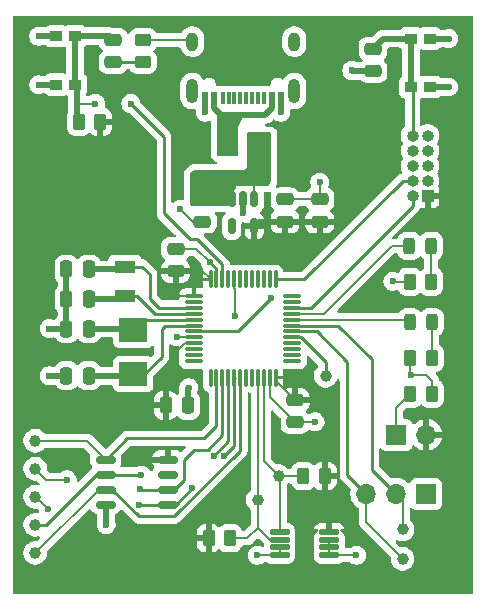
<source format=gtl>
%TF.GenerationSoftware,KiCad,Pcbnew,9.0.0*%
%TF.CreationDate,2025-03-17T13:33:28-06:00*%
%TF.ProjectId,TempLog,54656d70-4c6f-4672-9e6b-696361645f70,rev?*%
%TF.SameCoordinates,Original*%
%TF.FileFunction,Copper,L1,Top*%
%TF.FilePolarity,Positive*%
%FSLAX46Y46*%
G04 Gerber Fmt 4.6, Leading zero omitted, Abs format (unit mm)*
G04 Created by KiCad (PCBNEW 9.0.0) date 2025-03-17 13:33:28*
%MOMM*%
%LPD*%
G01*
G04 APERTURE LIST*
G04 Aperture macros list*
%AMRoundRect*
0 Rectangle with rounded corners*
0 $1 Rounding radius*
0 $2 $3 $4 $5 $6 $7 $8 $9 X,Y pos of 4 corners*
0 Add a 4 corners polygon primitive as box body*
4,1,4,$2,$3,$4,$5,$6,$7,$8,$9,$2,$3,0*
0 Add four circle primitives for the rounded corners*
1,1,$1+$1,$2,$3*
1,1,$1+$1,$4,$5*
1,1,$1+$1,$6,$7*
1,1,$1+$1,$8,$9*
0 Add four rect primitives between the rounded corners*
20,1,$1+$1,$2,$3,$4,$5,0*
20,1,$1+$1,$4,$5,$6,$7,0*
20,1,$1+$1,$6,$7,$8,$9,0*
20,1,$1+$1,$8,$9,$2,$3,0*%
G04 Aperture macros list end*
%TA.AperFunction,ComponentPad*%
%ADD10R,1.700000X1.700000*%
%TD*%
%TA.AperFunction,ComponentPad*%
%ADD11O,1.700000X1.700000*%
%TD*%
%TA.AperFunction,SMDPad,CuDef*%
%ADD12C,1.000000*%
%TD*%
%TA.AperFunction,SMDPad,CuDef*%
%ADD13RoundRect,0.250000X-0.262500X-0.450000X0.262500X-0.450000X0.262500X0.450000X-0.262500X0.450000X0*%
%TD*%
%TA.AperFunction,SMDPad,CuDef*%
%ADD14R,0.600000X1.000000*%
%TD*%
%TA.AperFunction,ComponentPad*%
%ADD15O,1.000000X1.600000*%
%TD*%
%TA.AperFunction,ComponentPad*%
%ADD16O,1.000000X2.100000*%
%TD*%
%TA.AperFunction,SMDPad,CuDef*%
%ADD17R,0.300000X1.000000*%
%TD*%
%TA.AperFunction,SMDPad,CuDef*%
%ADD18RoundRect,0.075000X-0.075000X-0.662500X0.075000X-0.662500X0.075000X0.662500X-0.075000X0.662500X0*%
%TD*%
%TA.AperFunction,SMDPad,CuDef*%
%ADD19RoundRect,0.075000X-0.662500X-0.075000X0.662500X-0.075000X0.662500X0.075000X-0.662500X0.075000X0*%
%TD*%
%TA.AperFunction,SMDPad,CuDef*%
%ADD20RoundRect,0.125000X-0.687500X-0.125000X0.687500X-0.125000X0.687500X0.125000X-0.687500X0.125000X0*%
%TD*%
%TA.AperFunction,SMDPad,CuDef*%
%ADD21RoundRect,0.250000X-0.475000X0.250000X-0.475000X-0.250000X0.475000X-0.250000X0.475000X0.250000X0*%
%TD*%
%TA.AperFunction,SMDPad,CuDef*%
%ADD22RoundRect,0.250000X0.450000X-0.262500X0.450000X0.262500X-0.450000X0.262500X-0.450000X-0.262500X0*%
%TD*%
%TA.AperFunction,SMDPad,CuDef*%
%ADD23R,2.400000X2.000000*%
%TD*%
%TA.AperFunction,SMDPad,CuDef*%
%ADD24RoundRect,0.250000X0.250000X0.475000X-0.250000X0.475000X-0.250000X-0.475000X0.250000X-0.475000X0*%
%TD*%
%TA.AperFunction,SMDPad,CuDef*%
%ADD25RoundRect,0.250000X0.262500X0.450000X-0.262500X0.450000X-0.262500X-0.450000X0.262500X-0.450000X0*%
%TD*%
%TA.AperFunction,SMDPad,CuDef*%
%ADD26R,1.800000X1.000000*%
%TD*%
%TA.AperFunction,SMDPad,CuDef*%
%ADD27RoundRect,0.250000X0.475000X-0.250000X0.475000X0.250000X-0.475000X0.250000X-0.475000X-0.250000X0*%
%TD*%
%TA.AperFunction,SMDPad,CuDef*%
%ADD28R,1.000000X0.900000*%
%TD*%
%TA.AperFunction,SMDPad,CuDef*%
%ADD29RoundRect,0.250000X-0.250000X-0.475000X0.250000X-0.475000X0.250000X0.475000X-0.250000X0.475000X0*%
%TD*%
%TA.AperFunction,SMDPad,CuDef*%
%ADD30RoundRect,0.150000X-0.675000X-0.150000X0.675000X-0.150000X0.675000X0.150000X-0.675000X0.150000X0*%
%TD*%
%TA.AperFunction,ComponentPad*%
%ADD31O,1.000000X1.000000*%
%TD*%
%TA.AperFunction,ComponentPad*%
%ADD32R,1.000000X1.000000*%
%TD*%
%TA.AperFunction,SMDPad,CuDef*%
%ADD33RoundRect,0.243750X0.243750X0.456250X-0.243750X0.456250X-0.243750X-0.456250X0.243750X-0.456250X0*%
%TD*%
%TA.AperFunction,SMDPad,CuDef*%
%ADD34RoundRect,0.150000X-0.150000X0.512500X-0.150000X-0.512500X0.150000X-0.512500X0.150000X0.512500X0*%
%TD*%
%TA.AperFunction,ViaPad*%
%ADD35C,0.600000*%
%TD*%
%TA.AperFunction,Conductor*%
%ADD36C,0.200000*%
%TD*%
%TA.AperFunction,Conductor*%
%ADD37C,0.250000*%
%TD*%
%TA.AperFunction,Conductor*%
%ADD38C,0.500000*%
%TD*%
G04 APERTURE END LIST*
D10*
%TO.P,J3,1,Pin_1*%
%TO.N,GND*%
X135500000Y-111000000D03*
D11*
%TO.P,J3,2,Pin_2*%
%TO.N,USART1_RX*%
X132960000Y-111000000D03*
%TO.P,J3,3,Pin_3*%
%TO.N,USART1_TX*%
X130420000Y-111000000D03*
%TD*%
D12*
%TO.P,TP14,1,1*%
%TO.N,SCL*%
X121250000Y-111500000D03*
%TD*%
%TO.P,TP13,1,1*%
%TO.N,SDA*%
X123000000Y-109500000D03*
%TD*%
D13*
%TO.P,R13,2*%
%TO.N,SCL*%
X118912500Y-114750000D03*
%TO.P,R13,1*%
%TO.N,+3V3*%
X117087500Y-114750000D03*
%TD*%
D14*
%TO.P,J6,VBUS,VBUS*%
%TO.N,VBUS*%
X117568000Y-77455000D03*
X122468000Y-77455000D03*
D15*
%TO.P,J6,S,SHIELD*%
%TO.N,GND*%
X115700000Y-72700000D03*
D16*
%TO.P,J6,NC3,NC*%
%TO.N,unconnected-(J6-NC-PadNC3)*%
X115700000Y-76880000D03*
%TO.P,J6,NC2,NC*%
%TO.N,unconnected-(J6-NC-PadNC2)*%
X124336000Y-76880000D03*
D15*
%TO.P,J6,NC1,NC*%
%TO.N,unconnected-(J6-NC-PadNC1)*%
X124336000Y-72700000D03*
D14*
%TO.P,J6,GND,GND*%
%TO.N,GND*%
X116793000Y-77455000D03*
X123243000Y-77455000D03*
D17*
%TO.P,J6,B8,NC*%
%TO.N,unconnected-(J6-NC-PadB8)*%
X121768000Y-77455000D03*
%TO.P,J6,B7,D-*%
%TO.N,unconnected-(J6-D--PadA7)_1*%
X120768000Y-77455000D03*
%TO.P,J6,B6,D+*%
%TO.N,unconnected-(J6-D+-PadA6)*%
X119268000Y-77455000D03*
%TO.P,J6,B5,CC2*%
%TO.N,unconnected-(J6-CC2-PadB5)*%
X118268000Y-77455000D03*
%TO.P,J6,A8,NC*%
%TO.N,unconnected-(J6-NC-PadA8)*%
X118768000Y-77455000D03*
%TO.P,J6,A7,D-*%
%TO.N,unconnected-(J6-D--PadA7)*%
X119768000Y-77455000D03*
%TO.P,J6,A6,D+*%
%TO.N,unconnected-(J6-D+-PadA6)_1*%
X120268000Y-77455000D03*
%TO.P,J6,A5,CC1*%
%TO.N,unconnected-(J6-CC1-PadA5)*%
X121268000Y-77455000D03*
%TD*%
D12*
%TO.P,TP7,1,1*%
%TO.N,FLASH_MOSI*%
X102400000Y-111250000D03*
%TD*%
%TO.P,TP10,1,1*%
%TO.N,USART1_TX*%
X133500000Y-116500000D03*
%TD*%
D18*
%TO.P,U1,48,VDD*%
%TO.N,+3V3*%
X117250000Y-92837500D03*
%TO.P,U1,46,PB9*%
%TO.N,BTN_1*%
X118250000Y-92837500D03*
%TO.P,U1,45,PB8*%
%TO.N,unconnected-(U1-PB8-Pad45)*%
X118750000Y-92837500D03*
%TO.P,U1,44,BOOT0*%
%TO.N,BOOT0*%
X119250000Y-92837500D03*
%TO.P,U1,43,PB7*%
%TO.N,unconnected-(U1-PB7-Pad43)*%
X119750000Y-92837500D03*
%TO.P,U1,42,PB6*%
%TO.N,unconnected-(U1-PB6-Pad42)*%
X120250000Y-92837500D03*
%TO.P,U1,41,PB5*%
%TO.N,unconnected-(U1-PB5-Pad41)*%
X120750000Y-92837500D03*
%TO.P,U1,40,PB4*%
%TO.N,unconnected-(U1-PB4-Pad40)*%
X121250000Y-92837500D03*
%TO.P,U1,39,PB3*%
%TO.N,unconnected-(U1-PB3-Pad39)*%
X121750000Y-92837500D03*
%TO.P,U1,38,PA15*%
%TO.N,unconnected-(U1-PA15-Pad38)*%
X122250000Y-92837500D03*
%TO.P,U1,37,PA14*%
%TO.N,SWDCLK*%
X122750000Y-92837500D03*
D19*
%TO.P,U1,36,PF7*%
%TO.N,unconnected-(U1-PF7-Pad36)*%
X124162500Y-94250000D03*
%TO.P,U1,35,PF6*%
%TO.N,unconnected-(U1-PF6-Pad35)*%
X124162500Y-94750000D03*
%TO.P,U1,34,PA13*%
%TO.N,SWDIO*%
X124162500Y-95250000D03*
%TO.P,U1,33,PA12*%
%TO.N,LED0*%
X124162500Y-95750000D03*
%TO.P,U1,32,PA11*%
%TO.N,LED1*%
X124162500Y-96250000D03*
%TO.P,U1,31,PA10*%
%TO.N,USART1_RX*%
X124162500Y-96750000D03*
%TO.P,U1,30,PA9*%
%TO.N,USART1_TX*%
X124162500Y-97250000D03*
%TO.P,U1,29,PA8*%
%TO.N,Net-(U1-PA8)*%
X124162500Y-97750000D03*
%TO.P,U1,28,PB15*%
%TO.N,unconnected-(U1-PB15-Pad28)*%
X124162500Y-98250000D03*
%TO.P,U1,27,PB14*%
%TO.N,unconnected-(U1-PB14-Pad27)*%
X124162500Y-98750000D03*
%TO.P,U1,26,PB13*%
%TO.N,unconnected-(U1-PB13-Pad26)*%
X124162500Y-99250000D03*
%TO.P,U1,25,PB12*%
%TO.N,unconnected-(U1-PB12-Pad25)*%
X124162500Y-99750000D03*
D18*
%TO.P,U1,24,VDD*%
%TO.N,+3V3*%
X122750000Y-101162500D03*
%TO.P,U1,22,PB11*%
%TO.N,SDA*%
X121750000Y-101162500D03*
%TO.P,U1,21,PB10*%
%TO.N,SCL*%
X121250000Y-101162500D03*
%TO.P,U1,20,PB2*%
%TO.N,unconnected-(U1-PB2-Pad20)*%
X120750000Y-101162500D03*
%TO.P,U1,19,PB1*%
%TO.N,unconnected-(U1-PB1-Pad19)*%
X120250000Y-101162500D03*
%TO.P,U1,18,PB0*%
%TO.N,FLASH_nWP*%
X119750000Y-101162500D03*
%TO.P,U1,17,PA7*%
%TO.N,FLASH_MOSI*%
X119250000Y-101162500D03*
%TO.P,U1,16,PA6*%
%TO.N,FLASH_MISO*%
X118750000Y-101162500D03*
%TO.P,U1,15,PA5*%
%TO.N,FLASH_SCK*%
X118250000Y-101162500D03*
%TO.P,U1,14,PA4*%
%TO.N,FLASH_nCS*%
X117750000Y-101162500D03*
%TO.P,U1,13,PA3*%
%TO.N,unconnected-(U1-PA3-Pad13)*%
X117250000Y-101162500D03*
D19*
%TO.P,U1,12,PA2*%
%TO.N,unconnected-(U1-PA2-Pad12)*%
X115837500Y-99750000D03*
%TO.P,U1,11,PA1*%
%TO.N,unconnected-(U1-PA1-Pad11)*%
X115837500Y-99250000D03*
%TO.P,U1,10,PA0*%
%TO.N,unconnected-(U1-PA0-Pad10)*%
X115837500Y-98750000D03*
%TO.P,U1,9,VDDA*%
%TO.N,+3V3*%
X115837500Y-98250000D03*
%TO.P,U1,7,NRST*%
%TO.N,NRST*%
X115837500Y-97250000D03*
%TO.P,U1,6,PF1*%
%TO.N,OSC_OUT*%
X115837500Y-96750000D03*
%TO.P,U1,5,PF0*%
%TO.N,OSC_IN*%
X115837500Y-96250000D03*
%TO.P,U1,4,PC15*%
%TO.N,OSC32_OUT*%
X115837500Y-95750000D03*
%TO.P,U1,3,PC14*%
%TO.N,OSC32_IN*%
X115837500Y-95250000D03*
%TO.P,U1,2,PC13*%
%TO.N,unconnected-(U1-PC13-Pad2)*%
X115837500Y-94750000D03*
%TO.P,U1,1,VDD*%
%TO.N,+3V3*%
X115837500Y-94250000D03*
D18*
%TO.P,U1,47,VSS*%
%TO.N,GND*%
X117750000Y-92837500D03*
D19*
%TO.P,U1,8,VSSA*%
X115837500Y-97750000D03*
D18*
%TO.P,U1,23,VSS*%
X122250000Y-101162500D03*
%TD*%
D12*
%TO.P,TP12,1,1*%
%TO.N,Net-(U1-PA8)*%
X127000000Y-101000000D03*
%TD*%
D20*
%TO.P,U3,8,V+*%
%TO.N,+3V3*%
X127312500Y-114225000D03*
%TO.P,U3,2,SCL*%
%TO.N,SCL*%
X123087500Y-114875000D03*
%TO.P,U3,1,SDA*%
%TO.N,SDA*%
X123087500Y-114225000D03*
%TO.P,U3,7,A0*%
%TO.N,GND*%
X127312500Y-114875000D03*
%TO.P,U3,6,A1*%
X127312500Y-115525000D03*
%TO.P,U3,3,ALERT*%
X123087500Y-115525000D03*
%TO.P,U3,5,A2*%
X127312500Y-116175000D03*
%TO.P,U3,4,GND*%
X123087500Y-116175000D03*
%TD*%
D21*
%TO.P,C1,1*%
%TO.N,NRST*%
X131000000Y-73300000D03*
%TO.P,C1,2*%
%TO.N,GND*%
X131000000Y-75200000D03*
%TD*%
%TO.P,C2,1*%
%TO.N,VCC*%
X116550000Y-86050000D03*
%TO.P,C2,2*%
%TO.N,GND*%
X116550000Y-87950000D03*
%TD*%
D22*
%TO.P,R10,1*%
%TO.N,Net-(C8-Pad2)*%
X111500000Y-74412500D03*
%TO.P,R10,2*%
%TO.N,GND*%
X111500000Y-72587500D03*
%TD*%
D23*
%TO.P,Y1,2,2*%
%TO.N,OSC_OUT*%
X110700000Y-100850000D03*
%TO.P,Y1,1,1*%
%TO.N,OSC_IN*%
X110700000Y-97150000D03*
%TD*%
D21*
%TO.P,C7,1*%
%TO.N,+3V3*%
X124400000Y-103050000D03*
%TO.P,C7,2*%
%TO.N,GND*%
X124400000Y-104950000D03*
%TD*%
D24*
%TO.P,C12,2*%
%TO.N,GND*%
X105050000Y-94500000D03*
%TO.P,C12,1*%
%TO.N,OSC32_OUT*%
X106950000Y-94500000D03*
%TD*%
D12*
%TO.P,TP9,1,1*%
%TO.N,FLASH_nWP*%
X102400000Y-116000000D03*
%TD*%
D25*
%TO.P,R6,2*%
%TO.N,BOOT0*%
X134170000Y-102500000D03*
%TO.P,R6,1*%
%TO.N,GND*%
X135995000Y-102500000D03*
%TD*%
D12*
%TO.P,TP6,1,1*%
%TO.N,FLASH_SCK*%
X102400000Y-108875000D03*
%TD*%
%TO.P,TP5,1,1*%
%TO.N,FLASH_nCS*%
X102400000Y-106500000D03*
%TD*%
D26*
%TO.P,Y2,2,2*%
%TO.N,OSC32_OUT*%
X110000000Y-94250000D03*
%TO.P,Y2,1,1*%
%TO.N,OSC32_IN*%
X110000000Y-91750000D03*
%TD*%
D24*
%TO.P,C11,2*%
%TO.N,GND*%
X105050000Y-92000000D03*
%TO.P,C11,1*%
%TO.N,OSC32_IN*%
X106950000Y-92000000D03*
%TD*%
D12*
%TO.P,TP8,1,1*%
%TO.N,FLASH_MISO*%
X102400000Y-113625000D03*
%TD*%
D24*
%TO.P,C9,1*%
%TO.N,OSC_IN*%
X106950000Y-97000000D03*
%TO.P,C9,2*%
%TO.N,GND*%
X105050000Y-97000000D03*
%TD*%
D27*
%TO.P,C5,1*%
%TO.N,+3V3*%
X126500000Y-87950000D03*
%TO.P,C5,2*%
%TO.N,GND*%
X126500000Y-86050000D03*
%TD*%
D25*
%TO.P,R11,2*%
%TO.N,BTN_1*%
X106087500Y-79500000D03*
%TO.P,R11,1*%
%TO.N,+3V3*%
X107912500Y-79500000D03*
%TD*%
D27*
%TO.P,C3,1*%
%TO.N,+3V3*%
X123550000Y-87950000D03*
%TO.P,C3,2*%
%TO.N,GND*%
X123550000Y-86050000D03*
%TD*%
D28*
%TO.P,SW1,2,2*%
%TO.N,NRST*%
X134200000Y-76550000D03*
X134200000Y-72450000D03*
%TO.P,SW1,1,1*%
%TO.N,GND*%
X135800000Y-72450000D03*
X135800000Y-76550000D03*
%TD*%
D12*
%TO.P,TP11,1,1*%
%TO.N,USART1_RX*%
X133500000Y-114000000D03*
%TD*%
D13*
%TO.P,R9,2*%
%TO.N,Net-(D2-K)*%
X135995000Y-99500000D03*
%TO.P,R9,1*%
%TO.N,GND*%
X134170000Y-99500000D03*
%TD*%
D29*
%TO.P,C6,1*%
%TO.N,+3V3*%
X113450000Y-103500000D03*
%TO.P,C6,2*%
%TO.N,GND*%
X115350000Y-103500000D03*
%TD*%
D30*
%TO.P,U2,8,VCC*%
%TO.N,+3V3*%
X113625000Y-108095000D03*
%TO.P,U2,7,NC*%
%TO.N,unconnected-(U2-NC-Pad7)*%
X113625000Y-109365000D03*
%TO.P,U2,6,SCLK*%
%TO.N,FLASH_SCK*%
X113625000Y-110635000D03*
%TO.P,U2,5,SI/IO0*%
%TO.N,FLASH_MOSI*%
X113625000Y-111905000D03*
%TO.P,U2,3,~{WP}*%
%TO.N,FLASH_nWP*%
X108375000Y-110635000D03*
%TO.P,U2,2,O1/SO*%
%TO.N,FLASH_MISO*%
X108375000Y-109365000D03*
%TO.P,U2,1,~{CS}*%
%TO.N,FLASH_nCS*%
X108375000Y-108095000D03*
%TO.P,U2,4,VSS*%
%TO.N,GND*%
X108375000Y-111905000D03*
%TD*%
D31*
%TO.P,J1,10,Pin_10*%
%TO.N,NRST*%
X134355000Y-80690000D03*
%TO.P,J1,8,Pin_8*%
%TO.N,unconnected-(J1-Pin_8-Pad8)*%
X134355000Y-81960000D03*
%TO.P,J1,7,Pin_7*%
%TO.N,unconnected-(J1-Pin_7-Pad7)*%
X135625000Y-81960000D03*
%TO.P,J1,6,Pin_6*%
%TO.N,unconnected-(J1-Pin_6-Pad6)*%
X134355000Y-83230000D03*
%TO.P,J1,4,Pin_4*%
%TO.N,SWDCLK*%
X134355000Y-84500000D03*
%TO.P,J1,2,Pin_2*%
%TO.N,SWDIO*%
X134355000Y-85770000D03*
D32*
%TO.P,J1,1,Pin_1*%
%TO.N,+3V3*%
X135625000Y-85770000D03*
D31*
%TO.P,J1,9,Pin_9*%
%TO.N,GND*%
X135625000Y-80690000D03*
%TO.P,J1,5,Pin_5*%
X135625000Y-83230000D03*
%TO.P,J1,3,Pin_3*%
X135625000Y-84500000D03*
%TD*%
D24*
%TO.P,C10,1*%
%TO.N,OSC_OUT*%
X106950000Y-101000000D03*
%TO.P,C10,2*%
%TO.N,GND*%
X105050000Y-101000000D03*
%TD*%
D33*
%TO.P,D2,2,A*%
%TO.N,LED1*%
X134125000Y-96466666D03*
%TO.P,D2,1,K*%
%TO.N,Net-(D2-K)*%
X136000000Y-96466666D03*
%TD*%
D34*
%TO.P,U6,5,VOUT*%
%TO.N,+3V3*%
X120950000Y-88337500D03*
%TO.P,U6,4,NC*%
%TO.N,unconnected-(U6-NC-Pad4)*%
X119050000Y-88337500D03*
%TO.P,U6,3,EN*%
%TO.N,VCC*%
X119050000Y-86062500D03*
%TO.P,U6,1,VIN*%
X120950000Y-86062500D03*
%TO.P,U6,2,GND*%
%TO.N,GND*%
X120000000Y-86062500D03*
%TD*%
D28*
%TO.P,SW2,2,2*%
%TO.N,BTN_1*%
X105800000Y-72248529D03*
X105800000Y-76348529D03*
%TO.P,SW2,1,1*%
%TO.N,GND*%
X104200000Y-76348529D03*
X104200000Y-72248529D03*
%TD*%
D25*
%TO.P,R12,2*%
%TO.N,SDA*%
X125087500Y-109500000D03*
%TO.P,R12,1*%
%TO.N,+3V3*%
X126912500Y-109500000D03*
%TD*%
D21*
%TO.P,C8,2*%
%TO.N,Net-(C8-Pad2)*%
X109000000Y-74450000D03*
%TO.P,C8,1*%
%TO.N,BTN_1*%
X109000000Y-72550000D03*
%TD*%
D27*
%TO.P,C4,1*%
%TO.N,+3V3*%
X114300000Y-92150000D03*
%TO.P,C4,2*%
%TO.N,GND*%
X114300000Y-90250000D03*
%TD*%
D13*
%TO.P,R8,1*%
%TO.N,GND*%
X134107500Y-93033333D03*
%TO.P,R8,2*%
%TO.N,Net-(D1-K)*%
X135932500Y-93033333D03*
%TD*%
D33*
%TO.P,D1,2,A*%
%TO.N,LED0*%
X134062500Y-90000000D03*
%TO.P,D1,1,K*%
%TO.N,Net-(D1-K)*%
X135937500Y-90000000D03*
%TD*%
D11*
%TO.P,J5,2,Pin_2*%
%TO.N,+3V3*%
X135515000Y-106000000D03*
D10*
%TO.P,J5,1,Pin_1*%
%TO.N,BOOT0*%
X132975000Y-106000000D03*
%TD*%
D11*
%TO.P,J7,2,Pin_2*%
%TO.N,VCC*%
X121265000Y-81500000D03*
D10*
%TO.P,J7,1,Pin_1*%
%TO.N,VBUS*%
X118725000Y-81500000D03*
%TD*%
D35*
%TO.N,+3V3*%
X111400000Y-104800000D03*
X111400000Y-108100000D03*
%TO.N,GND*%
X126500000Y-84600000D03*
X121200000Y-116200000D03*
X129600000Y-116200000D03*
X114700000Y-86900000D03*
X115400000Y-102000000D03*
X117200000Y-91400000D03*
X137400000Y-76550000D03*
X103600000Y-97000000D03*
X129200000Y-75150000D03*
X108400000Y-113600000D03*
X102700000Y-72248529D03*
X102700000Y-76348529D03*
X123200000Y-78700000D03*
X134182500Y-100933332D03*
X103600000Y-101000000D03*
X116800000Y-78700000D03*
X120000000Y-87200000D03*
X114400000Y-97700000D03*
X126100000Y-104900000D03*
X132682500Y-93000000D03*
X137400000Y-72450000D03*
%TO.N,NRST*%
X122400000Y-94400000D03*
%TO.N,BTN_1*%
X110500000Y-77948529D03*
X107500000Y-77948529D03*
%TO.N,FLASH_SCK*%
X105100000Y-109800000D03*
X111300000Y-110600000D03*
%TO.N,FLASH_MISO*%
X111400000Y-109400000D03*
X117500000Y-107800000D03*
%TO.N,FLASH_MOSI*%
X103500000Y-112300000D03*
X111200000Y-111900000D03*
X115700000Y-110500000D03*
X118400000Y-107800000D03*
%TO.N,BOOT0*%
X119300000Y-95900000D03*
%TO.N,unconnected-(U6-NC-Pad4)*%
X119000000Y-88300000D03*
%TD*%
D36*
%TO.N,LED0*%
X124162500Y-95750000D02*
X126850000Y-95750000D01*
X132600000Y-90000000D02*
X134062500Y-90000000D01*
X126850000Y-95750000D02*
X132600000Y-90000000D01*
D37*
%TO.N,USART1_RX*%
X128040903Y-96750000D02*
X124162500Y-96750000D01*
D36*
%TO.N,FLASH_MOSI*%
X102400000Y-111250000D02*
X102450000Y-111250000D01*
X102450000Y-111250000D02*
X103500000Y-112300000D01*
%TO.N,FLASH_SCK*%
X102400000Y-108875000D02*
X103325000Y-109800000D01*
X103325000Y-109800000D02*
X105100000Y-109800000D01*
%TO.N,FLASH_nWP*%
X102400000Y-116000000D02*
X107765000Y-110635000D01*
X107765000Y-110635000D02*
X108375000Y-110635000D01*
D37*
%TO.N,FLASH_MISO*%
X108375000Y-109365000D02*
X107550001Y-109365000D01*
X107550001Y-109365000D02*
X103290001Y-113625000D01*
X103290001Y-113625000D02*
X102400000Y-113625000D01*
%TO.N,FLASH_MOSI*%
X113625000Y-111905000D02*
X111205000Y-111905000D01*
X111205000Y-111905000D02*
X111200000Y-111900000D01*
%TO.N,FLASH_SCK*%
X113625000Y-110635000D02*
X111335000Y-110635000D01*
X111335000Y-110635000D02*
X111300000Y-110600000D01*
D36*
%TO.N,FLASH_nCS*%
X102400000Y-106500000D02*
X106780000Y-106500000D01*
X106780000Y-106500000D02*
X108375000Y-108095000D01*
D38*
%TO.N,FLASH_MISO*%
X102400000Y-113400000D02*
X102400000Y-113625000D01*
D37*
%TO.N,SWDCLK*%
X125162500Y-92837500D02*
X133500000Y-84500000D01*
X133500000Y-84500000D02*
X134355000Y-84500000D01*
D36*
%TO.N,LED1*%
X124162500Y-96250000D02*
X133908334Y-96250000D01*
X133908334Y-96250000D02*
X134125000Y-96466666D01*
D37*
%TO.N,USART1_RX*%
X128040903Y-96750000D02*
X130900000Y-99609097D01*
X130900000Y-99609097D02*
X130900000Y-108940000D01*
X130900000Y-108940000D02*
X132960000Y-111000000D01*
%TO.N,USART1_TX*%
X124162500Y-97250000D02*
X126250000Y-97250000D01*
X126250000Y-97250000D02*
X128800000Y-99800000D01*
X128800000Y-99800000D02*
X128800000Y-109380000D01*
X128800000Y-109380000D02*
X130420000Y-111000000D01*
%TO.N,Net-(U1-PA8)*%
X124162500Y-97750000D02*
X124899999Y-97750000D01*
X124899999Y-97750000D02*
X127000000Y-99850001D01*
X127000000Y-99850001D02*
X127000000Y-101000000D01*
X124162500Y-97750000D02*
X124969178Y-97750000D01*
D36*
%TO.N,BOOT0*%
X132975000Y-106000000D02*
X132975000Y-103695000D01*
X132975000Y-103695000D02*
X134170000Y-102500000D01*
%TO.N,USART1_TX*%
X133500000Y-116500000D02*
X130420000Y-113420000D01*
X130420000Y-113420000D02*
X130420000Y-111000000D01*
%TO.N,USART1_RX*%
X133500000Y-114000000D02*
X133500000Y-111540000D01*
X133500000Y-111540000D02*
X132960000Y-111000000D01*
D37*
%TO.N,NRST*%
X134355000Y-80690000D02*
X134355000Y-76705000D01*
X134355000Y-76705000D02*
X134200000Y-76550000D01*
%TO.N,SWDIO*%
X124162500Y-95250000D02*
X125718256Y-95250000D01*
X134355000Y-86613256D02*
X134355000Y-85770000D01*
X125718256Y-95250000D02*
X134355000Y-86613256D01*
D36*
%TO.N,SDA*%
X125087500Y-109500000D02*
X123000000Y-109500000D01*
X123087500Y-114225000D02*
X123087500Y-109587500D01*
X123087500Y-109587500D02*
X123000000Y-109500000D01*
X123000000Y-109500000D02*
X121750000Y-108250000D01*
X121750000Y-108250000D02*
X121750000Y-101162500D01*
%TO.N,SCL*%
X121250000Y-111500000D02*
X121250000Y-101162500D01*
X123087500Y-114875000D02*
X122275001Y-114875000D01*
X122275001Y-114875000D02*
X121250000Y-113849999D01*
X121250000Y-113849999D02*
X121250000Y-111500000D01*
%TO.N,GND*%
X134107500Y-93033333D02*
X132715833Y-93033333D01*
X132715833Y-93033333D02*
X132682500Y-93000000D01*
%TO.N,+3V3*%
X117250000Y-92837500D02*
X116562500Y-92150000D01*
X116562500Y-92150000D02*
X114300000Y-92150000D01*
%TO.N,GND*%
X116050000Y-90250000D02*
X114300000Y-90250000D01*
%TO.N,+3V3*%
X114650000Y-94250000D02*
X114300000Y-93900000D01*
X115837500Y-94250000D02*
X114650000Y-94250000D01*
X114300000Y-93900000D02*
X114300000Y-92150000D01*
%TO.N,GND*%
X116050000Y-90250000D02*
X117200000Y-91400000D01*
D38*
X105050000Y-97000000D02*
X105050000Y-92000000D01*
D36*
X126500000Y-86050000D02*
X126500000Y-84600000D01*
X121225000Y-116175000D02*
X121200000Y-116200000D01*
X123087500Y-116175000D02*
X121225000Y-116175000D01*
X129600000Y-116200000D02*
X129575000Y-116175000D01*
X129575000Y-116175000D02*
X127312500Y-116175000D01*
X115750000Y-87950000D02*
X114700000Y-86900000D01*
D38*
X115350000Y-103500000D02*
X115350000Y-102050000D01*
X115350000Y-102050000D02*
X115400000Y-102000000D01*
D37*
X117750000Y-91950000D02*
X117200000Y-91400000D01*
D38*
X135800000Y-76550000D02*
X137400000Y-76550000D01*
X105050000Y-97000000D02*
X103600000Y-97000000D01*
X129250000Y-75200000D02*
X129200000Y-75150000D01*
X131000000Y-75200000D02*
X129250000Y-75200000D01*
X108375000Y-113575000D02*
X108400000Y-113600000D01*
X108375000Y-111905000D02*
X108375000Y-113575000D01*
X104200000Y-72248529D02*
X102700000Y-72248529D01*
X104200000Y-76348529D02*
X102700000Y-76348529D01*
X123225000Y-77466250D02*
X123225000Y-78675000D01*
X123225000Y-78675000D02*
X123200000Y-78700000D01*
D36*
X134170000Y-100954166D02*
X134182500Y-100966666D01*
X134170000Y-99500000D02*
X134170000Y-100954166D01*
X135515832Y-100933332D02*
X134182500Y-100933332D01*
D38*
X105050000Y-101000000D02*
X103600000Y-101000000D01*
X116775000Y-78675000D02*
X116800000Y-78700000D01*
X116775000Y-77466250D02*
X116775000Y-78675000D01*
X120000000Y-86062500D02*
X120000000Y-87200000D01*
D36*
X114450000Y-97750000D02*
X114400000Y-97700000D01*
X115837500Y-97750000D02*
X114450000Y-97750000D01*
X124400000Y-104950000D02*
X126050000Y-104950000D01*
X126050000Y-104950000D02*
X126100000Y-104900000D01*
D38*
X135800000Y-72450000D02*
X137400000Y-72450000D01*
D36*
X123550000Y-86050000D02*
X126500000Y-86050000D01*
X123087500Y-115525000D02*
X123087500Y-116175000D01*
X127312500Y-114875000D02*
X127312500Y-116175000D01*
X116550000Y-87950000D02*
X115750000Y-87950000D01*
D37*
X117750000Y-92837500D02*
X117750000Y-91950000D01*
D36*
X135995000Y-101412500D02*
X135515832Y-100933332D01*
X124400000Y-104950000D02*
X122250000Y-102800000D01*
X135995000Y-102500000D02*
X135995000Y-101412500D01*
X122250000Y-102800000D02*
X122250000Y-101162500D01*
X111500000Y-72587500D02*
X115558250Y-72587500D01*
X115558250Y-72587500D02*
X115682000Y-72711250D01*
%TO.N,VCC*%
X119050000Y-84550000D02*
X118800000Y-84300000D01*
X119050000Y-86062500D02*
X119050000Y-84550000D01*
X118800000Y-84300000D02*
X116800000Y-84300000D01*
X116550000Y-86050000D02*
X116550000Y-84550000D01*
X116550000Y-84550000D02*
X116800000Y-84300000D01*
X120950000Y-86062500D02*
X120950000Y-81815000D01*
X120950000Y-81815000D02*
X121265000Y-81500000D01*
D38*
%TO.N,BTN_1*%
X105800000Y-72248529D02*
X108698529Y-72248529D01*
X108698529Y-72248529D02*
X109000000Y-72550000D01*
D36*
%TO.N,+3V3*%
X114000000Y-92412500D02*
X114000000Y-92150000D01*
X115837500Y-98250000D02*
X115066176Y-98250000D01*
X115066176Y-98250000D02*
X114500000Y-98816176D01*
X114500000Y-98816176D02*
X114500000Y-101100000D01*
D37*
%TO.N,NRST*%
X119550000Y-97250000D02*
X122400000Y-94400000D01*
D38*
X131850000Y-72450000D02*
X131000000Y-73300000D01*
D37*
X115837500Y-97250000D02*
X119550000Y-97250000D01*
D38*
X134200000Y-72450000D02*
X131850000Y-72450000D01*
X134200000Y-72450000D02*
X134200000Y-76550000D01*
D36*
%TO.N,+3V3*%
X124400000Y-103050000D02*
X122750000Y-101400000D01*
D37*
X113450000Y-102150000D02*
X113450000Y-102900000D01*
X114500000Y-101100000D02*
X113450000Y-102150000D01*
D36*
X123500000Y-101100000D02*
X123437500Y-101162500D01*
X122750000Y-101162500D02*
X123437500Y-101162500D01*
D38*
X123550000Y-87950000D02*
X121337500Y-87950000D01*
D36*
X122750000Y-101400000D02*
X122750000Y-101162500D01*
D38*
X121337500Y-87950000D02*
X120950000Y-88337500D01*
D37*
%TO.N,BTN_1*%
X110500000Y-77948529D02*
X113300000Y-80748529D01*
X116085298Y-89400000D02*
X118250000Y-91564702D01*
D38*
X105800000Y-72248529D02*
X105800000Y-76348529D01*
D37*
X115500000Y-89400000D02*
X116085298Y-89400000D01*
D38*
X105912500Y-79548529D02*
X105912500Y-77848529D01*
D36*
X107500000Y-77948529D02*
X106012500Y-77948529D01*
D37*
X113300000Y-80748529D02*
X113300000Y-87200000D01*
D36*
X106012500Y-77948529D02*
X105912500Y-77848529D01*
D38*
X105912500Y-77848529D02*
X105912500Y-76461029D01*
D37*
X118250000Y-91564702D02*
X118250000Y-92837500D01*
D38*
X105912500Y-76461029D02*
X105800000Y-76348529D01*
D37*
X113300000Y-87200000D02*
X115500000Y-89400000D01*
D38*
%TO.N,OSC_IN*%
X110350000Y-97000000D02*
X110500000Y-97150000D01*
D37*
X111400000Y-96250000D02*
X115837500Y-96250000D01*
D38*
X106950000Y-97000000D02*
X110350000Y-97000000D01*
D37*
X110500000Y-97150000D02*
X111400000Y-96250000D01*
%TO.N,OSC_OUT*%
X113100000Y-99400000D02*
X113100000Y-97000000D01*
X110500000Y-100850000D02*
X111650000Y-100850000D01*
D38*
X110350000Y-101000000D02*
X110500000Y-100850000D01*
D37*
X113100000Y-97000000D02*
X113350000Y-96750000D01*
D38*
X106950000Y-101000000D02*
X110350000Y-101000000D01*
D37*
X113350000Y-96750000D02*
X115837500Y-96750000D01*
X111650000Y-100850000D02*
X113100000Y-99400000D01*
%TO.N,OSC32_IN*%
X110000000Y-91750000D02*
X111450000Y-91750000D01*
X112850000Y-95250000D02*
X115837500Y-95250000D01*
X112100000Y-92400000D02*
X112100000Y-94500000D01*
D38*
X109750000Y-92000000D02*
X110000000Y-91750000D01*
D37*
X112100000Y-94500000D02*
X112850000Y-95250000D01*
D38*
X106950000Y-92000000D02*
X109750000Y-92000000D01*
D37*
X111450000Y-91750000D02*
X112100000Y-92400000D01*
D38*
%TO.N,VBUS*%
X121866250Y-78900000D02*
X120900000Y-78900000D01*
X122450000Y-77466250D02*
X122450000Y-78316250D01*
X120900000Y-78900000D02*
X119000000Y-78900000D01*
X122450000Y-78316250D02*
X121866250Y-78900000D01*
X119000000Y-78900000D02*
X118133750Y-78900000D01*
X118133750Y-78900000D02*
X117550000Y-78316250D01*
X117550000Y-78316250D02*
X117550000Y-77466250D01*
D37*
%TO.N,OSC32_OUT*%
X110000000Y-94250000D02*
X111050000Y-94250000D01*
X111050000Y-94250000D02*
X112550000Y-95750000D01*
X112550000Y-95750000D02*
X115837500Y-95750000D01*
D38*
X109750000Y-94500000D02*
X110000000Y-94250000D01*
X106950000Y-94500000D02*
X109750000Y-94500000D01*
D36*
%TO.N,Net-(D1-K)*%
X135937500Y-90000000D02*
X135937500Y-93028333D01*
X135937500Y-93028333D02*
X135932500Y-93033333D01*
D37*
%TO.N,FLASH_nWP*%
X111200000Y-112900000D02*
X108935000Y-110635000D01*
X119750000Y-107333884D02*
X119750000Y-101162500D01*
X114183884Y-112900000D02*
X111200000Y-112900000D01*
X108935000Y-110635000D02*
X108375000Y-110635000D01*
X114183884Y-112900000D02*
X119750000Y-107333884D01*
%TO.N,FLASH_SCK*%
X118250000Y-106050000D02*
X118250000Y-101162500D01*
X113625000Y-110635000D02*
X114165000Y-110635000D01*
X114165000Y-110635000D02*
X115000000Y-109800000D01*
X117000000Y-107300000D02*
X118250000Y-106050000D01*
X115000000Y-108129240D02*
X115829240Y-107300000D01*
X115000000Y-109800000D02*
X115000000Y-108129240D01*
X115829240Y-107300000D02*
X117000000Y-107300000D01*
%TO.N,FLASH_MISO*%
X111400000Y-109400000D02*
X111000000Y-109400000D01*
X118750000Y-106550000D02*
X117500000Y-107800000D01*
X118750000Y-101162500D02*
X118750000Y-106550000D01*
X110965000Y-109365000D02*
X108375000Y-109365000D01*
X111000000Y-109400000D02*
X110965000Y-109365000D01*
%TO.N,FLASH_nCS*%
X110170000Y-106300000D02*
X108375000Y-108095000D01*
X117750000Y-101162500D02*
X117750000Y-105250000D01*
X116700000Y-106300000D02*
X110170000Y-106300000D01*
X117750000Y-105250000D02*
X116700000Y-106300000D01*
%TO.N,FLASH_MOSI*%
X119275000Y-101187500D02*
X119250000Y-101162500D01*
X115700000Y-110500000D02*
X114295000Y-111905000D01*
X114295000Y-111905000D02*
X113625000Y-111905000D01*
X119250000Y-106950000D02*
X118400000Y-107800000D01*
X119250000Y-101162500D02*
X119250000Y-106950000D01*
D36*
%TO.N,BOOT0*%
X119250000Y-93607410D02*
X119300000Y-93657410D01*
X119250000Y-92837500D02*
X119250000Y-93607410D01*
X119300000Y-93657410D02*
X119300000Y-95900000D01*
%TO.N,Net-(D2-K)*%
X136000000Y-99495000D02*
X135995000Y-99500000D01*
X136000000Y-96466666D02*
X136000000Y-99495000D01*
D37*
%TO.N,SWDCLK*%
X122750000Y-92837500D02*
X125162500Y-92837500D01*
%TO.N,Net-(C8-Pad2)*%
X109037500Y-74412500D02*
X109000000Y-74450000D01*
X111500000Y-74412500D02*
X109037500Y-74412500D01*
D36*
%TO.N,SCL*%
X118912500Y-114750000D02*
X120349999Y-114750000D01*
X120349999Y-114750000D02*
X121250000Y-113849999D01*
%TD*%
%TA.AperFunction,Conductor*%
%TO.N,VCC*%
G36*
X122343039Y-80419685D02*
G01*
X122388794Y-80472489D01*
X122400000Y-80524000D01*
X122400000Y-84470728D01*
X122386909Y-84526182D01*
X122234273Y-84831454D01*
X122186686Y-84882613D01*
X122123364Y-84900000D01*
X120226922Y-84900000D01*
X120217193Y-84899618D01*
X120215699Y-84899500D01*
X120215694Y-84899500D01*
X119784306Y-84899500D01*
X119784300Y-84899500D01*
X119782807Y-84899618D01*
X119773078Y-84900000D01*
X119400000Y-84900000D01*
X119400000Y-85028691D01*
X119380315Y-85095730D01*
X119363681Y-85116372D01*
X119331923Y-85148129D01*
X119331917Y-85148137D01*
X119248255Y-85289603D01*
X119248254Y-85289606D01*
X119202402Y-85447426D01*
X119202401Y-85447432D01*
X119199500Y-85484298D01*
X119199500Y-86476000D01*
X119179815Y-86543039D01*
X119127011Y-86588794D01*
X119075500Y-86600000D01*
X115624000Y-86600000D01*
X115556961Y-86580315D01*
X115511206Y-86527511D01*
X115500000Y-86476000D01*
X115500000Y-83951362D01*
X115519685Y-83884323D01*
X115536319Y-83863681D01*
X115763681Y-83636319D01*
X115825004Y-83602834D01*
X115851362Y-83600000D01*
X120099999Y-83600000D01*
X120100000Y-83600000D01*
X120300000Y-83300000D01*
X120300000Y-80524000D01*
X120319685Y-80456961D01*
X120372489Y-80411206D01*
X120424000Y-80400000D01*
X122276000Y-80400000D01*
X122343039Y-80419685D01*
G37*
%TD.AperFunction*%
%TD*%
%TA.AperFunction,Conductor*%
%TO.N,+3V3*%
G36*
X115086826Y-106945185D02*
G01*
X115132581Y-106997989D01*
X115142525Y-107067147D01*
X115113500Y-107130703D01*
X115107468Y-107137181D01*
X114842319Y-107402329D01*
X114780996Y-107435814D01*
X114711304Y-107430830D01*
X114691517Y-107421380D01*
X114560196Y-107343717D01*
X114560193Y-107343716D01*
X114402495Y-107297900D01*
X114402489Y-107297899D01*
X114365649Y-107295000D01*
X113875000Y-107295000D01*
X113875000Y-107971000D01*
X113855315Y-108038039D01*
X113802511Y-108083794D01*
X113751000Y-108095000D01*
X113625000Y-108095000D01*
X113625000Y-108221000D01*
X113605315Y-108288039D01*
X113552511Y-108333794D01*
X113501000Y-108345000D01*
X112302705Y-108345000D01*
X112302704Y-108345001D01*
X112302899Y-108347486D01*
X112348718Y-108505198D01*
X112432314Y-108646552D01*
X112437100Y-108652722D01*
X112434640Y-108654629D01*
X112461210Y-108703288D01*
X112456226Y-108772980D01*
X112435162Y-108805781D01*
X112436699Y-108806974D01*
X112431915Y-108813140D01*
X112348255Y-108954603D01*
X112336610Y-108994685D01*
X112299003Y-109053570D01*
X112235530Y-109082775D01*
X112166343Y-109073028D01*
X112113409Y-109027424D01*
X112110444Y-109022391D01*
X112021789Y-108889711D01*
X112021786Y-108889707D01*
X111910292Y-108778213D01*
X111910288Y-108778210D01*
X111779185Y-108690609D01*
X111779172Y-108690602D01*
X111633501Y-108630264D01*
X111633489Y-108630261D01*
X111478845Y-108599500D01*
X111478842Y-108599500D01*
X111321158Y-108599500D01*
X111321155Y-108599500D01*
X111166510Y-108630261D01*
X111166498Y-108630264D01*
X111020827Y-108690602D01*
X111020820Y-108690606D01*
X111001841Y-108703288D01*
X110978921Y-108718602D01*
X110912245Y-108739480D01*
X110910031Y-108739500D01*
X109730692Y-108739500D01*
X109663653Y-108719815D01*
X109617898Y-108667011D01*
X109607954Y-108597853D01*
X109623959Y-108552380D01*
X109624595Y-108551304D01*
X109651744Y-108505398D01*
X109692348Y-108365641D01*
X109697597Y-108347573D01*
X109697598Y-108347567D01*
X109700500Y-108310694D01*
X109700500Y-107879306D01*
X109697800Y-107844998D01*
X112302704Y-107844998D01*
X112302705Y-107845000D01*
X113375000Y-107845000D01*
X113375000Y-107295000D01*
X112884350Y-107295000D01*
X112847510Y-107297899D01*
X112847504Y-107297900D01*
X112689806Y-107343716D01*
X112689803Y-107343717D01*
X112548447Y-107427314D01*
X112548438Y-107427321D01*
X112432321Y-107543438D01*
X112432314Y-107543447D01*
X112348718Y-107684801D01*
X112302899Y-107842513D01*
X112302704Y-107844998D01*
X109697800Y-107844998D01*
X109697598Y-107842431D01*
X109674631Y-107763382D01*
X109673523Y-107757487D01*
X109676425Y-107728461D01*
X109676509Y-107699292D01*
X109679915Y-107693569D01*
X109680476Y-107687965D01*
X109691578Y-107673975D01*
X109707703Y-107646886D01*
X110392772Y-106961819D01*
X110454095Y-106928334D01*
X110480453Y-106925500D01*
X115019787Y-106925500D01*
X115086826Y-106945185D01*
G37*
%TD.AperFunction*%
%TA.AperFunction,Conductor*%
G36*
X139442539Y-70520185D02*
G01*
X139488294Y-70572989D01*
X139499500Y-70624500D01*
X139499500Y-119375500D01*
X139479815Y-119442539D01*
X139427011Y-119488294D01*
X139375500Y-119499500D01*
X100624500Y-119499500D01*
X100557461Y-119479815D01*
X100511706Y-119427011D01*
X100500500Y-119375500D01*
X100500500Y-106598543D01*
X101399499Y-106598543D01*
X101437947Y-106791829D01*
X101437950Y-106791839D01*
X101513364Y-106973907D01*
X101513371Y-106973920D01*
X101622860Y-107137781D01*
X101622863Y-107137785D01*
X101762214Y-107277136D01*
X101762218Y-107277139D01*
X101926079Y-107386628D01*
X101926092Y-107386635D01*
X102108160Y-107462049D01*
X102108165Y-107462051D01*
X102108169Y-107462051D01*
X102108170Y-107462052D01*
X102301456Y-107500500D01*
X102301459Y-107500500D01*
X102498543Y-107500500D01*
X102628582Y-107474632D01*
X102691835Y-107462051D01*
X102873914Y-107386632D01*
X103037782Y-107277139D01*
X103107377Y-107207544D01*
X103178103Y-107136819D01*
X103239426Y-107103334D01*
X103265784Y-107100500D01*
X106479903Y-107100500D01*
X106546942Y-107120185D01*
X106567584Y-107136819D01*
X107050253Y-107619489D01*
X107083738Y-107680812D01*
X107081648Y-107741765D01*
X107052402Y-107842426D01*
X107052401Y-107842432D01*
X107049500Y-107879298D01*
X107049500Y-108310689D01*
X107052401Y-108347567D01*
X107052402Y-108347573D01*
X107098254Y-108505393D01*
X107098255Y-108505396D01*
X107181917Y-108646862D01*
X107186702Y-108653031D01*
X107184256Y-108654927D01*
X107210857Y-108703642D01*
X107205873Y-108773334D01*
X107195075Y-108795347D01*
X107187514Y-108807539D01*
X107181919Y-108813135D01*
X107138084Y-108887253D01*
X107137371Y-108888405D01*
X107136134Y-108889512D01*
X107119670Y-108910738D01*
X107064144Y-108966266D01*
X107064143Y-108966265D01*
X107064140Y-108966270D01*
X106112181Y-109918229D01*
X106050858Y-109951714D01*
X105981166Y-109946730D01*
X105925233Y-109904858D01*
X105900816Y-109839394D01*
X105900500Y-109830548D01*
X105900500Y-109721155D01*
X105900499Y-109721153D01*
X105869737Y-109566503D01*
X105868059Y-109562452D01*
X105809397Y-109420827D01*
X105809390Y-109420814D01*
X105721789Y-109289711D01*
X105721786Y-109289707D01*
X105610292Y-109178213D01*
X105610288Y-109178210D01*
X105479185Y-109090609D01*
X105479172Y-109090602D01*
X105333501Y-109030264D01*
X105333489Y-109030261D01*
X105178845Y-108999500D01*
X105178842Y-108999500D01*
X105021158Y-108999500D01*
X105021155Y-108999500D01*
X104866510Y-109030261D01*
X104866498Y-109030264D01*
X104720827Y-109090602D01*
X104720814Y-109090609D01*
X104589125Y-109178602D01*
X104522447Y-109199480D01*
X104520234Y-109199500D01*
X103625098Y-109199500D01*
X103595657Y-109190855D01*
X103565671Y-109184332D01*
X103560655Y-109180577D01*
X103558059Y-109179815D01*
X103537417Y-109163181D01*
X103436819Y-109062583D01*
X103403334Y-109001260D01*
X103400500Y-108974902D01*
X103400500Y-108776456D01*
X103362052Y-108583170D01*
X103362051Y-108583169D01*
X103362051Y-108583165D01*
X103360659Y-108579805D01*
X103286635Y-108401092D01*
X103286628Y-108401079D01*
X103177139Y-108237218D01*
X103177136Y-108237214D01*
X103037785Y-108097863D01*
X103037781Y-108097860D01*
X102873920Y-107988371D01*
X102873907Y-107988364D01*
X102691839Y-107912950D01*
X102691829Y-107912947D01*
X102498543Y-107874500D01*
X102498541Y-107874500D01*
X102301459Y-107874500D01*
X102301457Y-107874500D01*
X102108170Y-107912947D01*
X102108160Y-107912950D01*
X101926092Y-107988364D01*
X101926079Y-107988371D01*
X101762218Y-108097860D01*
X101762214Y-108097863D01*
X101622863Y-108237214D01*
X101622860Y-108237218D01*
X101513371Y-108401079D01*
X101513364Y-108401092D01*
X101437950Y-108583160D01*
X101437947Y-108583170D01*
X101399500Y-108776456D01*
X101399500Y-108776459D01*
X101399500Y-108973541D01*
X101399500Y-108973543D01*
X101399499Y-108973543D01*
X101437947Y-109166829D01*
X101437950Y-109166839D01*
X101513364Y-109348907D01*
X101513371Y-109348920D01*
X101622860Y-109512781D01*
X101622863Y-109512785D01*
X101762214Y-109652136D01*
X101762218Y-109652139D01*
X101926079Y-109761628D01*
X101926092Y-109761635D01*
X102092465Y-109830548D01*
X102108165Y-109837051D01*
X102108169Y-109837051D01*
X102108170Y-109837052D01*
X102301456Y-109875500D01*
X102499902Y-109875500D01*
X102529342Y-109884144D01*
X102559329Y-109890668D01*
X102564344Y-109894422D01*
X102566941Y-109895185D01*
X102587583Y-109911819D01*
X102742174Y-110066410D01*
X102775659Y-110127733D01*
X102770675Y-110197425D01*
X102728803Y-110253358D01*
X102663339Y-110277775D01*
X102630302Y-110275708D01*
X102498545Y-110249500D01*
X102498541Y-110249500D01*
X102301459Y-110249500D01*
X102301457Y-110249500D01*
X102108170Y-110287947D01*
X102108160Y-110287950D01*
X101926092Y-110363364D01*
X101926079Y-110363371D01*
X101762218Y-110472860D01*
X101762214Y-110472863D01*
X101622863Y-110612214D01*
X101622860Y-110612218D01*
X101513371Y-110776079D01*
X101513364Y-110776092D01*
X101437950Y-110958160D01*
X101437947Y-110958170D01*
X101399500Y-111151456D01*
X101399500Y-111151459D01*
X101399500Y-111348541D01*
X101399500Y-111348543D01*
X101399499Y-111348543D01*
X101437947Y-111541829D01*
X101437950Y-111541839D01*
X101513364Y-111723907D01*
X101513371Y-111723920D01*
X101622860Y-111887781D01*
X101622863Y-111887785D01*
X101762214Y-112027136D01*
X101762218Y-112027139D01*
X101926079Y-112136628D01*
X101926092Y-112136635D01*
X102052111Y-112188833D01*
X102108165Y-112212051D01*
X102108169Y-112212051D01*
X102108170Y-112212052D01*
X102301456Y-112250500D01*
X102301459Y-112250500D01*
X102498543Y-112250500D01*
X102508931Y-112248432D01*
X102519211Y-112246388D01*
X102527119Y-112247095D01*
X102534561Y-112244320D01*
X102561421Y-112250163D01*
X102588802Y-112252612D01*
X102596813Y-112257862D01*
X102602834Y-112259172D01*
X102631088Y-112280323D01*
X102665425Y-112314660D01*
X102698910Y-112375983D01*
X102699361Y-112378149D01*
X102722451Y-112494226D01*
X102716224Y-112563818D01*
X102673361Y-112618995D01*
X102607472Y-112642240D01*
X102576642Y-112640035D01*
X102498543Y-112624500D01*
X102498541Y-112624500D01*
X102301459Y-112624500D01*
X102301457Y-112624500D01*
X102108170Y-112662947D01*
X102108160Y-112662950D01*
X101926092Y-112738364D01*
X101926079Y-112738371D01*
X101762218Y-112847860D01*
X101762214Y-112847863D01*
X101622863Y-112987214D01*
X101622860Y-112987218D01*
X101513371Y-113151079D01*
X101513364Y-113151092D01*
X101437950Y-113333160D01*
X101437947Y-113333170D01*
X101399500Y-113526456D01*
X101399500Y-113526459D01*
X101399500Y-113723541D01*
X101399500Y-113723543D01*
X101399499Y-113723543D01*
X101437947Y-113916829D01*
X101437950Y-113916839D01*
X101513364Y-114098907D01*
X101513371Y-114098920D01*
X101622860Y-114262781D01*
X101622863Y-114262785D01*
X101762214Y-114402136D01*
X101762218Y-114402139D01*
X101926079Y-114511628D01*
X101926092Y-114511635D01*
X102108160Y-114587049D01*
X102108165Y-114587051D01*
X102108169Y-114587051D01*
X102108170Y-114587052D01*
X102301456Y-114625500D01*
X102301459Y-114625500D01*
X102498543Y-114625500D01*
X102630302Y-114599291D01*
X102664030Y-114602308D01*
X102697828Y-114604726D01*
X102698749Y-114605415D01*
X102699894Y-114605518D01*
X102726637Y-114626293D01*
X102753761Y-114646598D01*
X102754162Y-114647675D01*
X102755071Y-114648381D01*
X102766339Y-114680320D01*
X102778178Y-114712062D01*
X102777933Y-114713185D01*
X102778316Y-114714270D01*
X102770530Y-114747218D01*
X102763326Y-114780335D01*
X102762417Y-114781548D01*
X102762248Y-114782267D01*
X102742175Y-114808589D01*
X102587583Y-114963181D01*
X102526260Y-114996666D01*
X102499902Y-114999500D01*
X102301457Y-114999500D01*
X102108170Y-115037947D01*
X102108160Y-115037950D01*
X101926092Y-115113364D01*
X101926079Y-115113371D01*
X101762218Y-115222860D01*
X101762214Y-115222863D01*
X101622863Y-115362214D01*
X101622860Y-115362218D01*
X101513371Y-115526079D01*
X101513364Y-115526092D01*
X101437950Y-115708160D01*
X101437947Y-115708170D01*
X101399500Y-115901456D01*
X101399500Y-115901459D01*
X101399500Y-116098541D01*
X101399500Y-116098543D01*
X101399499Y-116098543D01*
X101437947Y-116291829D01*
X101437950Y-116291839D01*
X101513364Y-116473907D01*
X101513371Y-116473920D01*
X101622860Y-116637781D01*
X101622863Y-116637785D01*
X101762214Y-116777136D01*
X101762218Y-116777139D01*
X101926079Y-116886628D01*
X101926092Y-116886635D01*
X102019922Y-116925500D01*
X102108165Y-116962051D01*
X102108169Y-116962051D01*
X102108170Y-116962052D01*
X102301456Y-117000500D01*
X102301459Y-117000500D01*
X102498543Y-117000500D01*
X102632196Y-116973914D01*
X102691835Y-116962051D01*
X102873914Y-116886632D01*
X103037782Y-116777139D01*
X103177139Y-116637782D01*
X103286632Y-116473914D01*
X103362051Y-116291835D01*
X103400500Y-116098541D01*
X103400500Y-115901459D01*
X103400500Y-115900096D01*
X103420185Y-115833057D01*
X103436819Y-115812415D01*
X103999248Y-115249986D01*
X116075001Y-115249986D01*
X116085494Y-115352697D01*
X116140641Y-115519119D01*
X116140643Y-115519124D01*
X116232684Y-115668345D01*
X116356654Y-115792315D01*
X116505875Y-115884356D01*
X116505880Y-115884358D01*
X116672302Y-115939505D01*
X116672309Y-115939506D01*
X116775019Y-115949999D01*
X116837499Y-115949998D01*
X116837500Y-115949998D01*
X116837500Y-115000000D01*
X116075001Y-115000000D01*
X116075001Y-115249986D01*
X103999248Y-115249986D01*
X105212405Y-114036829D01*
X106924118Y-112325116D01*
X106985439Y-112291633D01*
X107055131Y-112296617D01*
X107111064Y-112338489D01*
X107118529Y-112349678D01*
X107135776Y-112378842D01*
X107181918Y-112456864D01*
X107181923Y-112456870D01*
X107298129Y-112573076D01*
X107298133Y-112573079D01*
X107298135Y-112573081D01*
X107439602Y-112656744D01*
X107535097Y-112684488D01*
X107593980Y-112722092D01*
X107623187Y-112785564D01*
X107624500Y-112803563D01*
X107624500Y-113383263D01*
X107622117Y-113407455D01*
X107599500Y-113521155D01*
X107599500Y-113678846D01*
X107630261Y-113833489D01*
X107630264Y-113833501D01*
X107690602Y-113979172D01*
X107690609Y-113979185D01*
X107778210Y-114110288D01*
X107778213Y-114110292D01*
X107889707Y-114221786D01*
X107889711Y-114221789D01*
X108020814Y-114309390D01*
X108020827Y-114309397D01*
X108151646Y-114363583D01*
X108166503Y-114369737D01*
X108321153Y-114400499D01*
X108321156Y-114400500D01*
X108321158Y-114400500D01*
X108478844Y-114400500D01*
X108478845Y-114400499D01*
X108633497Y-114369737D01*
X108779179Y-114309394D01*
X108868049Y-114250013D01*
X116075000Y-114250013D01*
X116075000Y-114500000D01*
X116837500Y-114500000D01*
X116837500Y-113550000D01*
X116837499Y-113549999D01*
X116775028Y-113550000D01*
X116775011Y-113550001D01*
X116672302Y-113560494D01*
X116505880Y-113615641D01*
X116505875Y-113615643D01*
X116356654Y-113707684D01*
X116232684Y-113831654D01*
X116140643Y-113980875D01*
X116140641Y-113980880D01*
X116085494Y-114147302D01*
X116085493Y-114147309D01*
X116075000Y-114250013D01*
X108868049Y-114250013D01*
X108910289Y-114221789D01*
X108926346Y-114205732D01*
X108972896Y-114159183D01*
X109021786Y-114110292D01*
X109021789Y-114110289D01*
X109109394Y-113979179D01*
X109169737Y-113833497D01*
X109200500Y-113678842D01*
X109200500Y-113521158D01*
X109200500Y-113521155D01*
X109200499Y-113521153D01*
X109169739Y-113366511D01*
X109169736Y-113366501D01*
X109134939Y-113282492D01*
X109125500Y-113235040D01*
X109125500Y-112803563D01*
X109145185Y-112736524D01*
X109197989Y-112690769D01*
X109214890Y-112684491D01*
X109310398Y-112656744D01*
X109451865Y-112573081D01*
X109568081Y-112456865D01*
X109599751Y-112403312D01*
X109650818Y-112355631D01*
X109719559Y-112343126D01*
X109784149Y-112369771D01*
X109794163Y-112378754D01*
X110801263Y-113385855D01*
X110801267Y-113385858D01*
X110903710Y-113454309D01*
X110903711Y-113454309D01*
X110903715Y-113454312D01*
X110959192Y-113477291D01*
X111017548Y-113501463D01*
X111138389Y-113525499D01*
X111138393Y-113525500D01*
X111138394Y-113525500D01*
X114245491Y-113525500D01*
X114305913Y-113513481D01*
X114366336Y-113501463D01*
X114399676Y-113487652D01*
X114480170Y-113454312D01*
X114531393Y-113420084D01*
X114582617Y-113385858D01*
X114669742Y-113298733D01*
X114669743Y-113298731D01*
X114676809Y-113291665D01*
X114676812Y-113291661D01*
X120148729Y-107819744D01*
X120148733Y-107819742D01*
X120235858Y-107732617D01*
X120304311Y-107630170D01*
X120304312Y-107630169D01*
X120304313Y-107630166D01*
X120304315Y-107630163D01*
X120304315Y-107630161D01*
X120308736Y-107619489D01*
X120351463Y-107516335D01*
X120353974Y-107503714D01*
X120375500Y-107395490D01*
X120375500Y-102507559D01*
X120383336Y-102480871D01*
X120387934Y-102453439D01*
X120393043Y-102447811D01*
X120395185Y-102440520D01*
X120416202Y-102422308D01*
X120434904Y-102401713D01*
X120444935Y-102397410D01*
X120447989Y-102394765D01*
X120467341Y-102387802D01*
X120467840Y-102387668D01*
X120516300Y-102387671D01*
X120516702Y-102384625D01*
X120524761Y-102385685D01*
X120524764Y-102385687D01*
X120541686Y-102387914D01*
X120605579Y-102416178D01*
X120644052Y-102474502D01*
X120649500Y-102510853D01*
X120649500Y-110634216D01*
X120629815Y-110701255D01*
X120613181Y-110721897D01*
X120472863Y-110862214D01*
X120472860Y-110862218D01*
X120363371Y-111026079D01*
X120363364Y-111026092D01*
X120287950Y-111208160D01*
X120287947Y-111208170D01*
X120249500Y-111401456D01*
X120249500Y-111401459D01*
X120249500Y-111598541D01*
X120249500Y-111598543D01*
X120249499Y-111598543D01*
X120287947Y-111791829D01*
X120287950Y-111791839D01*
X120363364Y-111973907D01*
X120363371Y-111973920D01*
X120472860Y-112137781D01*
X120472863Y-112137785D01*
X120613181Y-112278103D01*
X120646666Y-112339426D01*
X120649500Y-112365784D01*
X120649500Y-113549901D01*
X120629815Y-113616940D01*
X120613181Y-113637582D01*
X120137583Y-114113181D01*
X120110655Y-114127884D01*
X120084837Y-114144477D01*
X120078636Y-114145368D01*
X120076260Y-114146666D01*
X120049902Y-114149500D01*
X120005301Y-114149500D01*
X119938262Y-114129815D01*
X119892507Y-114077011D01*
X119887595Y-114064504D01*
X119878431Y-114036849D01*
X119859814Y-113980666D01*
X119767712Y-113831344D01*
X119643656Y-113707288D01*
X119494334Y-113615186D01*
X119327797Y-113560001D01*
X119327795Y-113560000D01*
X119225010Y-113549500D01*
X118599998Y-113549500D01*
X118599980Y-113549501D01*
X118497203Y-113560000D01*
X118497200Y-113560001D01*
X118330668Y-113615185D01*
X118330663Y-113615187D01*
X118181345Y-113707287D01*
X118087327Y-113801305D01*
X118026003Y-113834789D01*
X117956312Y-113829805D01*
X117911965Y-113801304D01*
X117818345Y-113707684D01*
X117669124Y-113615643D01*
X117669119Y-113615641D01*
X117502697Y-113560494D01*
X117502690Y-113560493D01*
X117399986Y-113550000D01*
X117337500Y-113550000D01*
X117337500Y-115949999D01*
X117399972Y-115949999D01*
X117399986Y-115949998D01*
X117502697Y-115939505D01*
X117669119Y-115884358D01*
X117669124Y-115884356D01*
X117818342Y-115792317D01*
X117911964Y-115698695D01*
X117973287Y-115665210D01*
X118042979Y-115670194D01*
X118087327Y-115698695D01*
X118181344Y-115792712D01*
X118330666Y-115884814D01*
X118497203Y-115939999D01*
X118599991Y-115950500D01*
X119225008Y-115950499D01*
X119225016Y-115950498D01*
X119225019Y-115950498D01*
X119281302Y-115944748D01*
X119327797Y-115939999D01*
X119494334Y-115884814D01*
X119643656Y-115792712D01*
X119767712Y-115668656D01*
X119859814Y-115519334D01*
X119887595Y-115435495D01*
X119927368Y-115378051D01*
X119991884Y-115351228D01*
X120005301Y-115350500D01*
X120263330Y-115350500D01*
X120263346Y-115350501D01*
X120270942Y-115350501D01*
X120429053Y-115350501D01*
X120429056Y-115350501D01*
X120581784Y-115309577D01*
X120631903Y-115280639D01*
X120718715Y-115230520D01*
X120830519Y-115118716D01*
X120830519Y-115118714D01*
X120840727Y-115108507D01*
X120840728Y-115108504D01*
X121162321Y-114786911D01*
X121223641Y-114753429D01*
X121293333Y-114758413D01*
X121337680Y-114786914D01*
X121742864Y-115192098D01*
X121758785Y-115221256D01*
X121775546Y-115249967D01*
X121775611Y-115252070D01*
X121776349Y-115253421D01*
X121779069Y-115285085D01*
X121778558Y-115297010D01*
X121777291Y-115301373D01*
X121774500Y-115336837D01*
X121774500Y-115391765D01*
X121774386Y-115394433D01*
X121763940Y-115425086D01*
X121754815Y-115456166D01*
X121752737Y-115457966D01*
X121751851Y-115460568D01*
X121726485Y-115480713D01*
X121702011Y-115501921D01*
X121699290Y-115502312D01*
X121697138Y-115504022D01*
X121664914Y-115507254D01*
X121632853Y-115511865D01*
X121629971Y-115510760D01*
X121627617Y-115510997D01*
X121618602Y-115506404D01*
X121584607Y-115493378D01*
X121584554Y-115493479D01*
X121583750Y-115493049D01*
X121581609Y-115492229D01*
X121579185Y-115490609D01*
X121579172Y-115490602D01*
X121433501Y-115430264D01*
X121433489Y-115430261D01*
X121278845Y-115399500D01*
X121278842Y-115399500D01*
X121121158Y-115399500D01*
X121121155Y-115399500D01*
X120966510Y-115430261D01*
X120966498Y-115430264D01*
X120820827Y-115490602D01*
X120820814Y-115490609D01*
X120689711Y-115578210D01*
X120689707Y-115578213D01*
X120578213Y-115689707D01*
X120578210Y-115689711D01*
X120490609Y-115820814D01*
X120490602Y-115820827D01*
X120430264Y-115966498D01*
X120430261Y-115966510D01*
X120399500Y-116121153D01*
X120399500Y-116278846D01*
X120430261Y-116433489D01*
X120430264Y-116433501D01*
X120490602Y-116579172D01*
X120490609Y-116579185D01*
X120578210Y-116710288D01*
X120578213Y-116710292D01*
X120689707Y-116821786D01*
X120689711Y-116821789D01*
X120820814Y-116909390D01*
X120820827Y-116909397D01*
X120966498Y-116969735D01*
X120966503Y-116969737D01*
X121121153Y-117000499D01*
X121121156Y-117000500D01*
X121121158Y-117000500D01*
X121278844Y-117000500D01*
X121278845Y-117000499D01*
X121433497Y-116969737D01*
X121579179Y-116909394D01*
X121710289Y-116821789D01*
X121710292Y-116821786D01*
X121720260Y-116811819D01*
X121747187Y-116797115D01*
X121773006Y-116780523D01*
X121779206Y-116779631D01*
X121781583Y-116778334D01*
X121807941Y-116775500D01*
X121941899Y-116775500D01*
X122006674Y-116794520D01*
X122006865Y-116794199D01*
X122008132Y-116794948D01*
X122008938Y-116795185D01*
X122011014Y-116796653D01*
X122089256Y-116842925D01*
X122149610Y-116878618D01*
X122301373Y-116922709D01*
X122336837Y-116925500D01*
X123838162Y-116925499D01*
X123873627Y-116922709D01*
X124025390Y-116878618D01*
X124161420Y-116798170D01*
X124273170Y-116686420D01*
X124353618Y-116550390D01*
X124397709Y-116398627D01*
X124400500Y-116363163D01*
X124400499Y-115986838D01*
X124397709Y-115951373D01*
X124378308Y-115884595D01*
X124378308Y-115815404D01*
X124397709Y-115748627D01*
X124400500Y-115713163D01*
X124400499Y-115336838D01*
X124397709Y-115301373D01*
X124378308Y-115234595D01*
X124378308Y-115165404D01*
X124397709Y-115098627D01*
X124400500Y-115063163D01*
X124400499Y-114686838D01*
X124400498Y-114686829D01*
X125999500Y-114686829D01*
X125999500Y-115063150D01*
X125999501Y-115063175D01*
X126002290Y-115098625D01*
X126002291Y-115098627D01*
X126021691Y-115165407D01*
X126021691Y-115234591D01*
X126002292Y-115301366D01*
X126002290Y-115301379D01*
X125999500Y-115336829D01*
X125999500Y-115713150D01*
X125999501Y-115713175D01*
X126002290Y-115748625D01*
X126002291Y-115748627D01*
X126021691Y-115815407D01*
X126021691Y-115884591D01*
X126002292Y-115951366D01*
X126002290Y-115951379D01*
X125999500Y-115986829D01*
X125999500Y-116363150D01*
X125999501Y-116363175D01*
X126002291Y-116398627D01*
X126046380Y-116550385D01*
X126046382Y-116550390D01*
X126126827Y-116686416D01*
X126126834Y-116686425D01*
X126238574Y-116798165D01*
X126238583Y-116798172D01*
X126286998Y-116826804D01*
X126374610Y-116878618D01*
X126526373Y-116922709D01*
X126561837Y-116925500D01*
X128063162Y-116925499D01*
X128098627Y-116922709D01*
X128250390Y-116878618D01*
X128386420Y-116798170D01*
X128386419Y-116798170D01*
X128393135Y-116794199D01*
X128394569Y-116796623D01*
X128447142Y-116775985D01*
X128458101Y-116775500D01*
X128992059Y-116775500D01*
X129059098Y-116795185D01*
X129079740Y-116811819D01*
X129089707Y-116821786D01*
X129089711Y-116821789D01*
X129220814Y-116909390D01*
X129220827Y-116909397D01*
X129366498Y-116969735D01*
X129366503Y-116969737D01*
X129521153Y-117000499D01*
X129521156Y-117000500D01*
X129521158Y-117000500D01*
X129678844Y-117000500D01*
X129678845Y-117000499D01*
X129833497Y-116969737D01*
X129979179Y-116909394D01*
X130110289Y-116821789D01*
X130221789Y-116710289D01*
X130309394Y-116579179D01*
X130369737Y-116433497D01*
X130400500Y-116278842D01*
X130400500Y-116121158D01*
X130400500Y-116121155D01*
X130400499Y-116121153D01*
X130373782Y-115986838D01*
X130369737Y-115966503D01*
X130369735Y-115966498D01*
X130309397Y-115820827D01*
X130309390Y-115820814D01*
X130221789Y-115689711D01*
X130221786Y-115689707D01*
X130110292Y-115578213D01*
X130110288Y-115578210D01*
X129979185Y-115490609D01*
X129979172Y-115490602D01*
X129833501Y-115430264D01*
X129833489Y-115430261D01*
X129678845Y-115399500D01*
X129678842Y-115399500D01*
X129521158Y-115399500D01*
X129521155Y-115399500D01*
X129366510Y-115430261D01*
X129366498Y-115430264D01*
X129220827Y-115490602D01*
X129220815Y-115490609D01*
X129126541Y-115553602D01*
X129059864Y-115574480D01*
X129057650Y-115574500D01*
X128749499Y-115574500D01*
X128682460Y-115554815D01*
X128636705Y-115502011D01*
X128625499Y-115450500D01*
X128625499Y-115336848D01*
X128625498Y-115336824D01*
X128622709Y-115301379D01*
X128622709Y-115301373D01*
X128603308Y-115234595D01*
X128603308Y-115165404D01*
X128622709Y-115098627D01*
X128625500Y-115063163D01*
X128625499Y-114686838D01*
X128622709Y-114651373D01*
X128578618Y-114499610D01*
X128520972Y-114402136D01*
X128498172Y-114363583D01*
X128498165Y-114363574D01*
X128386425Y-114251834D01*
X128386416Y-114251827D01*
X128308473Y-114205732D01*
X128260789Y-114154663D01*
X128248286Y-114085921D01*
X128274931Y-114021332D01*
X128332267Y-113981402D01*
X128371594Y-113975000D01*
X128614526Y-113975000D01*
X128614525Y-113974999D01*
X128578156Y-113849814D01*
X128578154Y-113849808D01*
X128497773Y-113713891D01*
X128497767Y-113713883D01*
X128386116Y-113602232D01*
X128386108Y-113602226D01*
X128250188Y-113521844D01*
X128250185Y-113521843D01*
X128098553Y-113477789D01*
X128098547Y-113477788D01*
X128063118Y-113475000D01*
X127562500Y-113475000D01*
X127562500Y-114000500D01*
X127542815Y-114067539D01*
X127490011Y-114113294D01*
X127438500Y-114124500D01*
X127186500Y-114124500D01*
X127119461Y-114104815D01*
X127073706Y-114052011D01*
X127062500Y-114000500D01*
X127062500Y-113475000D01*
X126561881Y-113475000D01*
X126526452Y-113477788D01*
X126526446Y-113477789D01*
X126374814Y-113521843D01*
X126374811Y-113521844D01*
X126238891Y-113602226D01*
X126238883Y-113602232D01*
X126127232Y-113713883D01*
X126127226Y-113713891D01*
X126046845Y-113849808D01*
X126046843Y-113849814D01*
X126010474Y-113974999D01*
X126010474Y-113975000D01*
X126253406Y-113975000D01*
X126320445Y-113994685D01*
X126366200Y-114047489D01*
X126376144Y-114116647D01*
X126347119Y-114180203D01*
X126316527Y-114205732D01*
X126238583Y-114251827D01*
X126238574Y-114251834D01*
X126126834Y-114363574D01*
X126126827Y-114363583D01*
X126100697Y-114407767D01*
X126100696Y-114407770D01*
X126046382Y-114499610D01*
X126019660Y-114591587D01*
X126019656Y-114591597D01*
X126002292Y-114651369D01*
X126002290Y-114651379D01*
X125999500Y-114686829D01*
X124400498Y-114686829D01*
X124397709Y-114651373D01*
X124379022Y-114587052D01*
X124378308Y-114584595D01*
X124378308Y-114515404D01*
X124379405Y-114511628D01*
X124397709Y-114448627D01*
X124400500Y-114413163D01*
X124400499Y-114036838D01*
X124397709Y-114001373D01*
X124397455Y-114000500D01*
X124353677Y-113849814D01*
X124353618Y-113849610D01*
X124273170Y-113713580D01*
X124273168Y-113713578D01*
X124273165Y-113713574D01*
X124161425Y-113601834D01*
X124161416Y-113601827D01*
X124025390Y-113521382D01*
X124025385Y-113521380D01*
X123873633Y-113477292D01*
X123873620Y-113477290D01*
X123838170Y-113474500D01*
X123838163Y-113474500D01*
X123812000Y-113474500D01*
X123744961Y-113454815D01*
X123699206Y-113402011D01*
X123688000Y-113350500D01*
X123688000Y-110278283D01*
X123696644Y-110248845D01*
X123703168Y-110218855D01*
X123706922Y-110213839D01*
X123707685Y-110211244D01*
X123724320Y-110190601D01*
X123778104Y-110136818D01*
X123839427Y-110103334D01*
X123865784Y-110100500D01*
X123994699Y-110100500D01*
X124061738Y-110120185D01*
X124107493Y-110172989D01*
X124112403Y-110185492D01*
X124116358Y-110197425D01*
X124140185Y-110269331D01*
X124140187Y-110269336D01*
X124151668Y-110287949D01*
X124232288Y-110418656D01*
X124356344Y-110542712D01*
X124505666Y-110634814D01*
X124672203Y-110689999D01*
X124774991Y-110700500D01*
X125400008Y-110700499D01*
X125400016Y-110700498D01*
X125400019Y-110700498D01*
X125456302Y-110694748D01*
X125502797Y-110689999D01*
X125669334Y-110634814D01*
X125818656Y-110542712D01*
X125912675Y-110448692D01*
X125973994Y-110415210D01*
X126043686Y-110420194D01*
X126088034Y-110448695D01*
X126181654Y-110542315D01*
X126330875Y-110634356D01*
X126330880Y-110634358D01*
X126497302Y-110689505D01*
X126497309Y-110689506D01*
X126600019Y-110699999D01*
X127162500Y-110699999D01*
X127224972Y-110699999D01*
X127224986Y-110699998D01*
X127327697Y-110689505D01*
X127494119Y-110634358D01*
X127494124Y-110634356D01*
X127643345Y-110542315D01*
X127767315Y-110418345D01*
X127859356Y-110269124D01*
X127859358Y-110269119D01*
X127914505Y-110102697D01*
X127914506Y-110102690D01*
X127924999Y-109999986D01*
X127925000Y-109999973D01*
X127925000Y-109750000D01*
X127162500Y-109750000D01*
X127162500Y-110699999D01*
X126600019Y-110699999D01*
X126662499Y-110699998D01*
X126662500Y-110699998D01*
X126662500Y-109250000D01*
X127162500Y-109250000D01*
X127924999Y-109250000D01*
X127924999Y-109000028D01*
X127924998Y-109000013D01*
X127914505Y-108897302D01*
X127859358Y-108730880D01*
X127859356Y-108730875D01*
X127767315Y-108581654D01*
X127643345Y-108457684D01*
X127494124Y-108365643D01*
X127494119Y-108365641D01*
X127327697Y-108310494D01*
X127327690Y-108310493D01*
X127224986Y-108300000D01*
X127162500Y-108300000D01*
X127162500Y-109250000D01*
X126662500Y-109250000D01*
X126662500Y-108300000D01*
X126662499Y-108299999D01*
X126600028Y-108300000D01*
X126600011Y-108300001D01*
X126497302Y-108310494D01*
X126330880Y-108365641D01*
X126330875Y-108365643D01*
X126181657Y-108457682D01*
X126088034Y-108551305D01*
X126026710Y-108584789D01*
X125957019Y-108579805D01*
X125912672Y-108551304D01*
X125818657Y-108457289D01*
X125818656Y-108457288D01*
X125669334Y-108365186D01*
X125502797Y-108310001D01*
X125502795Y-108310000D01*
X125400010Y-108299500D01*
X124774998Y-108299500D01*
X124774980Y-108299501D01*
X124672203Y-108310000D01*
X124672200Y-108310001D01*
X124505668Y-108365185D01*
X124505663Y-108365187D01*
X124356342Y-108457289D01*
X124232289Y-108581342D01*
X124140187Y-108730663D01*
X124140185Y-108730668D01*
X124126047Y-108773334D01*
X124112859Y-108813135D01*
X124112405Y-108814504D01*
X124098534Y-108834536D01*
X124088412Y-108856703D01*
X124078999Y-108862751D01*
X124072632Y-108871949D01*
X124050133Y-108881302D01*
X124029634Y-108894477D01*
X124012532Y-108896935D01*
X124008116Y-108898772D01*
X123994699Y-108899500D01*
X123865784Y-108899500D01*
X123798745Y-108879815D01*
X123778103Y-108863181D01*
X123637785Y-108722863D01*
X123637781Y-108722860D01*
X123473920Y-108613371D01*
X123473907Y-108613364D01*
X123291839Y-108537950D01*
X123291829Y-108537947D01*
X123098543Y-108499500D01*
X123098541Y-108499500D01*
X122901459Y-108499500D01*
X122900097Y-108499500D01*
X122833058Y-108479815D01*
X122812416Y-108463181D01*
X122386819Y-108037584D01*
X122353334Y-107976261D01*
X122350500Y-107949903D01*
X122350500Y-104049097D01*
X122370185Y-103982058D01*
X122422989Y-103936303D01*
X122492147Y-103926359D01*
X122555703Y-103955384D01*
X122562181Y-103961416D01*
X123139902Y-104539137D01*
X123173387Y-104600460D01*
X123175580Y-104639414D01*
X123174500Y-104649986D01*
X123174500Y-105250001D01*
X123174501Y-105250019D01*
X123185000Y-105352796D01*
X123185001Y-105352799D01*
X123240185Y-105519331D01*
X123240187Y-105519336D01*
X123251668Y-105537949D01*
X123332288Y-105668656D01*
X123456344Y-105792712D01*
X123605666Y-105884814D01*
X123772203Y-105939999D01*
X123874991Y-105950500D01*
X124925008Y-105950499D01*
X124925016Y-105950498D01*
X124925019Y-105950498D01*
X124981302Y-105944748D01*
X125027797Y-105939999D01*
X125194334Y-105884814D01*
X125343656Y-105792712D01*
X125467712Y-105668656D01*
X125499959Y-105616374D01*
X125551907Y-105569650D01*
X125620869Y-105558427D01*
X125674390Y-105578370D01*
X125720812Y-105609389D01*
X125720827Y-105609397D01*
X125866498Y-105669735D01*
X125866503Y-105669737D01*
X126021153Y-105700499D01*
X126021156Y-105700500D01*
X126021158Y-105700500D01*
X126178844Y-105700500D01*
X126178845Y-105700499D01*
X126333497Y-105669737D01*
X126469585Y-105613368D01*
X126479172Y-105609397D01*
X126479172Y-105609396D01*
X126479179Y-105609394D01*
X126610289Y-105521789D01*
X126721789Y-105410289D01*
X126809394Y-105279179D01*
X126869737Y-105133497D01*
X126900500Y-104978842D01*
X126900500Y-104821158D01*
X126900500Y-104821155D01*
X126900499Y-104821153D01*
X126881472Y-104725498D01*
X126869737Y-104666503D01*
X126866966Y-104659812D01*
X126809397Y-104520827D01*
X126809390Y-104520814D01*
X126721789Y-104389711D01*
X126721786Y-104389707D01*
X126610292Y-104278213D01*
X126610288Y-104278210D01*
X126479185Y-104190609D01*
X126479172Y-104190602D01*
X126333501Y-104130264D01*
X126333489Y-104130261D01*
X126178845Y-104099500D01*
X126178842Y-104099500D01*
X126021158Y-104099500D01*
X126021155Y-104099500D01*
X125866510Y-104130261D01*
X125866498Y-104130264D01*
X125720827Y-104190602D01*
X125720814Y-104190609D01*
X125629286Y-104251767D01*
X125600114Y-104260901D01*
X125571679Y-104272151D01*
X125567079Y-104271244D01*
X125562608Y-104272645D01*
X125533128Y-104264557D01*
X125503126Y-104258648D01*
X125498068Y-104254939D01*
X125495228Y-104254160D01*
X125474460Y-104238059D01*
X125468057Y-104231904D01*
X125467712Y-104231344D01*
X125343656Y-104107288D01*
X125329059Y-104098284D01*
X125319505Y-104089100D01*
X125308475Y-104069815D01*
X125293618Y-104053297D01*
X125291466Y-104040075D01*
X125284817Y-104028449D01*
X125285964Y-104006260D01*
X125282397Y-103984334D01*
X125287734Y-103972050D01*
X125288426Y-103958673D01*
X125301386Y-103940628D01*
X125310240Y-103920252D01*
X125325549Y-103906987D01*
X125329186Y-103901924D01*
X125333247Y-103900317D01*
X125340348Y-103894165D01*
X125343342Y-103892318D01*
X125467315Y-103768345D01*
X125559356Y-103619124D01*
X125559358Y-103619119D01*
X125614505Y-103452697D01*
X125614506Y-103452690D01*
X125624999Y-103349986D01*
X125625000Y-103349973D01*
X125625000Y-103300000D01*
X124524000Y-103300000D01*
X124456961Y-103280315D01*
X124411206Y-103227511D01*
X124400000Y-103176000D01*
X124400000Y-103050000D01*
X124274000Y-103050000D01*
X124206961Y-103030315D01*
X124161206Y-102977511D01*
X124150000Y-102926000D01*
X124150000Y-102800000D01*
X124650000Y-102800000D01*
X125624999Y-102800000D01*
X125624999Y-102750028D01*
X125624998Y-102750013D01*
X125614505Y-102647302D01*
X125559358Y-102480880D01*
X125559356Y-102480875D01*
X125467315Y-102331654D01*
X125343345Y-102207684D01*
X125194124Y-102115643D01*
X125194119Y-102115641D01*
X125027697Y-102060494D01*
X125027690Y-102060493D01*
X124924986Y-102050000D01*
X124650000Y-102050000D01*
X124650000Y-102800000D01*
X124150000Y-102800000D01*
X124150000Y-102050000D01*
X123875029Y-102050000D01*
X123875012Y-102050001D01*
X123772302Y-102060494D01*
X123605880Y-102115641D01*
X123605871Y-102115646D01*
X123557709Y-102145352D01*
X123490316Y-102163792D01*
X123423653Y-102142869D01*
X123378884Y-102089226D01*
X123370223Y-102019895D01*
X123378053Y-101992359D01*
X123385198Y-101975108D01*
X123385199Y-101975104D01*
X123399999Y-101862697D01*
X123400000Y-101862683D01*
X123400000Y-101312500D01*
X123024500Y-101312500D01*
X123015814Y-101309949D01*
X123006853Y-101311238D01*
X122982812Y-101300259D01*
X122957461Y-101292815D01*
X122951533Y-101285974D01*
X122943297Y-101282213D01*
X122929007Y-101259978D01*
X122911706Y-101240011D01*
X122909418Y-101229496D01*
X122905523Y-101223435D01*
X122900500Y-101188500D01*
X122900500Y-101136500D01*
X122920185Y-101069461D01*
X122972989Y-101023706D01*
X123024500Y-101012500D01*
X123400000Y-101012500D01*
X123400000Y-100524500D01*
X123419685Y-100457461D01*
X123472489Y-100411706D01*
X123524000Y-100400500D01*
X124862713Y-100400500D01*
X124862720Y-100400500D01*
X124975236Y-100385687D01*
X125115233Y-100327698D01*
X125235451Y-100235451D01*
X125327698Y-100115233D01*
X125385687Y-99975236D01*
X125400500Y-99862720D01*
X125400500Y-99637280D01*
X125385687Y-99524764D01*
X125385685Y-99524761D01*
X125384941Y-99519103D01*
X125384888Y-99518989D01*
X125384899Y-99518781D01*
X125384626Y-99516705D01*
X125385015Y-99516653D01*
X125385765Y-99502945D01*
X125384501Y-99483697D01*
X125385593Y-99475462D01*
X125385687Y-99475236D01*
X125394177Y-99410747D01*
X125408427Y-99378618D01*
X125422427Y-99346971D01*
X125422478Y-99346936D01*
X125422504Y-99346880D01*
X125451691Y-99327668D01*
X125480752Y-99308500D01*
X125480813Y-99308499D01*
X125480866Y-99308465D01*
X125515425Y-99308087D01*
X125550616Y-99307668D01*
X125550673Y-99307701D01*
X125550731Y-99307701D01*
X125551548Y-99308213D01*
X125604781Y-99339372D01*
X126337562Y-100072153D01*
X126371047Y-100133476D01*
X126366063Y-100203168D01*
X126337563Y-100247515D01*
X126222860Y-100362218D01*
X126113371Y-100526079D01*
X126113364Y-100526092D01*
X126037950Y-100708160D01*
X126037947Y-100708170D01*
X125999500Y-100901456D01*
X125999500Y-100901459D01*
X125999500Y-101098541D01*
X125999500Y-101098543D01*
X125999499Y-101098543D01*
X126037947Y-101291829D01*
X126037950Y-101291839D01*
X126113364Y-101473907D01*
X126113371Y-101473920D01*
X126222860Y-101637781D01*
X126222863Y-101637785D01*
X126362214Y-101777136D01*
X126362218Y-101777139D01*
X126526079Y-101886628D01*
X126526092Y-101886635D01*
X126663760Y-101943658D01*
X126708165Y-101962051D01*
X126708169Y-101962051D01*
X126708170Y-101962052D01*
X126901456Y-102000500D01*
X126901459Y-102000500D01*
X127098543Y-102000500D01*
X127228582Y-101974632D01*
X127291835Y-101962051D01*
X127432655Y-101903721D01*
X127473907Y-101886635D01*
X127473907Y-101886634D01*
X127473914Y-101886632D01*
X127637782Y-101777139D01*
X127777139Y-101637782D01*
X127886632Y-101473914D01*
X127895297Y-101452995D01*
X127935939Y-101354876D01*
X127979779Y-101300472D01*
X128046074Y-101278407D01*
X128113773Y-101295686D01*
X128161384Y-101346823D01*
X128174500Y-101402328D01*
X128174500Y-109441606D01*
X128198537Y-109562452D01*
X128198538Y-109562454D01*
X128198538Y-109562456D01*
X128207925Y-109585119D01*
X128207931Y-109585131D01*
X128209842Y-109589744D01*
X128245688Y-109676286D01*
X128279915Y-109727509D01*
X128283905Y-109733481D01*
X128283907Y-109733484D01*
X128314141Y-109778733D01*
X128405586Y-109870178D01*
X128405608Y-109870198D01*
X129077571Y-110542161D01*
X129111056Y-110603484D01*
X129107822Y-110668158D01*
X129102753Y-110683757D01*
X129074489Y-110862214D01*
X129069500Y-110893713D01*
X129069500Y-111106287D01*
X129071713Y-111120258D01*
X129098229Y-111287678D01*
X129102754Y-111316243D01*
X129151730Y-111466976D01*
X129168444Y-111518414D01*
X129264951Y-111707820D01*
X129389890Y-111879786D01*
X129540213Y-112030109D01*
X129712184Y-112155051D01*
X129712184Y-112155052D01*
X129751793Y-112175233D01*
X129802590Y-112223206D01*
X129819500Y-112285718D01*
X129819500Y-113333330D01*
X129819499Y-113333348D01*
X129819499Y-113499054D01*
X129819498Y-113499054D01*
X129826743Y-113526092D01*
X129856617Y-113637582D01*
X129860424Y-113651787D01*
X129873200Y-113673915D01*
X129873201Y-113673917D01*
X129939477Y-113788712D01*
X129939481Y-113788717D01*
X130058349Y-113907585D01*
X130058354Y-113907589D01*
X132463182Y-116312418D01*
X132496666Y-116373739D01*
X132499500Y-116400097D01*
X132499500Y-116401459D01*
X132499500Y-116598541D01*
X132499500Y-116598543D01*
X132499499Y-116598543D01*
X132537947Y-116791829D01*
X132537950Y-116791839D01*
X132613364Y-116973907D01*
X132613371Y-116973920D01*
X132722860Y-117137781D01*
X132722863Y-117137785D01*
X132862214Y-117277136D01*
X132862218Y-117277139D01*
X133026079Y-117386628D01*
X133026092Y-117386635D01*
X133208160Y-117462049D01*
X133208165Y-117462051D01*
X133208169Y-117462051D01*
X133208170Y-117462052D01*
X133401456Y-117500500D01*
X133401459Y-117500500D01*
X133598543Y-117500500D01*
X133728582Y-117474632D01*
X133791835Y-117462051D01*
X133973914Y-117386632D01*
X134137782Y-117277139D01*
X134277139Y-117137782D01*
X134386632Y-116973914D01*
X134462051Y-116791835D01*
X134483020Y-116686420D01*
X134500500Y-116598543D01*
X134500500Y-116401456D01*
X134462052Y-116208170D01*
X134462051Y-116208169D01*
X134462051Y-116208165D01*
X134426010Y-116121153D01*
X134386635Y-116026092D01*
X134386628Y-116026079D01*
X134277139Y-115862218D01*
X134277136Y-115862214D01*
X134137785Y-115722863D01*
X134137781Y-115722860D01*
X133973920Y-115613371D01*
X133973907Y-115613364D01*
X133791839Y-115537950D01*
X133791829Y-115537947D01*
X133598543Y-115499500D01*
X133598541Y-115499500D01*
X133401459Y-115499500D01*
X133400098Y-115499500D01*
X133333059Y-115479815D01*
X133312417Y-115463181D01*
X132971455Y-115122219D01*
X132937970Y-115060896D01*
X132942954Y-114991204D01*
X132984826Y-114935271D01*
X133050290Y-114910854D01*
X133106588Y-114919977D01*
X133208160Y-114962049D01*
X133208165Y-114962051D01*
X133208169Y-114962051D01*
X133208170Y-114962052D01*
X133401456Y-115000500D01*
X133401459Y-115000500D01*
X133598543Y-115000500D01*
X133728582Y-114974632D01*
X133791835Y-114962051D01*
X133973914Y-114886632D01*
X134137782Y-114777139D01*
X134277139Y-114637782D01*
X134386632Y-114473914D01*
X134462051Y-114291835D01*
X134486011Y-114171382D01*
X134500500Y-114098543D01*
X134500500Y-113901456D01*
X134462052Y-113708170D01*
X134462051Y-113708169D01*
X134462051Y-113708165D01*
X134461687Y-113707287D01*
X134386635Y-113526092D01*
X134386628Y-113526079D01*
X134277139Y-113362218D01*
X134277136Y-113362214D01*
X134136819Y-113221897D01*
X134103334Y-113160574D01*
X134100500Y-113134216D01*
X134100500Y-112311571D01*
X134120185Y-112244532D01*
X134172989Y-112198777D01*
X134242147Y-112188833D01*
X134298811Y-112212305D01*
X134407664Y-112293793D01*
X134407671Y-112293797D01*
X134542517Y-112344091D01*
X134542516Y-112344091D01*
X134549444Y-112344835D01*
X134602127Y-112350500D01*
X136397872Y-112350499D01*
X136457483Y-112344091D01*
X136592331Y-112293796D01*
X136707546Y-112207546D01*
X136793796Y-112092331D01*
X136844091Y-111957483D01*
X136850500Y-111897873D01*
X136850499Y-110102128D01*
X136844091Y-110042517D01*
X136842810Y-110039083D01*
X136793797Y-109907671D01*
X136793793Y-109907664D01*
X136707547Y-109792455D01*
X136707544Y-109792452D01*
X136592335Y-109706206D01*
X136592328Y-109706202D01*
X136457482Y-109655908D01*
X136457483Y-109655908D01*
X136397883Y-109649501D01*
X136397881Y-109649500D01*
X136397873Y-109649500D01*
X136397864Y-109649500D01*
X134602129Y-109649500D01*
X134602123Y-109649501D01*
X134542516Y-109655908D01*
X134407671Y-109706202D01*
X134407664Y-109706206D01*
X134292455Y-109792452D01*
X134292452Y-109792455D01*
X134206206Y-109907664D01*
X134206203Y-109907669D01*
X134157189Y-110039083D01*
X134115317Y-110095016D01*
X134049853Y-110119433D01*
X133981580Y-110104581D01*
X133953326Y-110083430D01*
X133839786Y-109969890D01*
X133667820Y-109844951D01*
X133478414Y-109748444D01*
X133478413Y-109748443D01*
X133478412Y-109748443D01*
X133276243Y-109682754D01*
X133276241Y-109682753D01*
X133276240Y-109682753D01*
X133114957Y-109657208D01*
X133066287Y-109649500D01*
X132853713Y-109649500D01*
X132825006Y-109654046D01*
X132643757Y-109682753D01*
X132628158Y-109687822D01*
X132558317Y-109689816D01*
X132502161Y-109657571D01*
X131561819Y-108717229D01*
X131528334Y-108655906D01*
X131525500Y-108629548D01*
X131525500Y-107256893D01*
X131545185Y-107189854D01*
X131597989Y-107144099D01*
X131667147Y-107134155D01*
X131730703Y-107163180D01*
X131748767Y-107182583D01*
X131767454Y-107207546D01*
X131767455Y-107207547D01*
X131882664Y-107293793D01*
X131882671Y-107293797D01*
X132017517Y-107344091D01*
X132017516Y-107344091D01*
X132024444Y-107344835D01*
X132077127Y-107350500D01*
X133872872Y-107350499D01*
X133932483Y-107344091D01*
X134067331Y-107293796D01*
X134182546Y-107207546D01*
X134268796Y-107092331D01*
X134318002Y-106960401D01*
X134359872Y-106904468D01*
X134425337Y-106880050D01*
X134493610Y-106894901D01*
X134521865Y-106916053D01*
X134635535Y-107029723D01*
X134635540Y-107029727D01*
X134807442Y-107154620D01*
X134996782Y-107251095D01*
X135198871Y-107316757D01*
X135265000Y-107327231D01*
X135265000Y-106433012D01*
X135322007Y-106465925D01*
X135449174Y-106500000D01*
X135580826Y-106500000D01*
X135707993Y-106465925D01*
X135765000Y-106433012D01*
X135765000Y-107327230D01*
X135831126Y-107316757D01*
X135831129Y-107316757D01*
X136033217Y-107251095D01*
X136222557Y-107154620D01*
X136394459Y-107029727D01*
X136394464Y-107029723D01*
X136544723Y-106879464D01*
X136544727Y-106879459D01*
X136669620Y-106707557D01*
X136766095Y-106518217D01*
X136831757Y-106316129D01*
X136831757Y-106316126D01*
X136842231Y-106250000D01*
X135948012Y-106250000D01*
X135980925Y-106192993D01*
X136015000Y-106065826D01*
X136015000Y-105934174D01*
X135980925Y-105807007D01*
X135948012Y-105750000D01*
X136842231Y-105750000D01*
X136831757Y-105683873D01*
X136831757Y-105683870D01*
X136766095Y-105481782D01*
X136669620Y-105292442D01*
X136544727Y-105120540D01*
X136544723Y-105120535D01*
X136394464Y-104970276D01*
X136394459Y-104970272D01*
X136222557Y-104845379D01*
X136033215Y-104748903D01*
X135831124Y-104683241D01*
X135765000Y-104672768D01*
X135765000Y-105566988D01*
X135707993Y-105534075D01*
X135580826Y-105500000D01*
X135449174Y-105500000D01*
X135322007Y-105534075D01*
X135265000Y-105566988D01*
X135265000Y-104672768D01*
X135264999Y-104672768D01*
X135198875Y-104683241D01*
X134996784Y-104748903D01*
X134807442Y-104845379D01*
X134635541Y-104970271D01*
X134521865Y-105083947D01*
X134460542Y-105117431D01*
X134390850Y-105112447D01*
X134334917Y-105070575D01*
X134318002Y-105039598D01*
X134295342Y-104978844D01*
X134268796Y-104907669D01*
X134268795Y-104907668D01*
X134268793Y-104907664D01*
X134182547Y-104792455D01*
X134182544Y-104792452D01*
X134067335Y-104706206D01*
X134067328Y-104706202D01*
X133932482Y-104655908D01*
X133932483Y-104655908D01*
X133872883Y-104649501D01*
X133872881Y-104649500D01*
X133872873Y-104649500D01*
X133872865Y-104649500D01*
X133699500Y-104649500D01*
X133632461Y-104629815D01*
X133586706Y-104577011D01*
X133575500Y-104525500D01*
X133575500Y-103995096D01*
X133584144Y-103965655D01*
X133590668Y-103935669D01*
X133594422Y-103930653D01*
X133595185Y-103928057D01*
X133611815Y-103907419D01*
X133782417Y-103736816D01*
X133843738Y-103703333D01*
X133870086Y-103700499D01*
X134482508Y-103700499D01*
X134482516Y-103700498D01*
X134482519Y-103700498D01*
X134538802Y-103694748D01*
X134585297Y-103689999D01*
X134751834Y-103634814D01*
X134901156Y-103542712D01*
X134994819Y-103449049D01*
X135056142Y-103415564D01*
X135125834Y-103420548D01*
X135170181Y-103449049D01*
X135263844Y-103542712D01*
X135413166Y-103634814D01*
X135579703Y-103689999D01*
X135682491Y-103700500D01*
X136307508Y-103700499D01*
X136307516Y-103700498D01*
X136307519Y-103700498D01*
X136363802Y-103694748D01*
X136410297Y-103689999D01*
X136576834Y-103634814D01*
X136726156Y-103542712D01*
X136850212Y-103418656D01*
X136942314Y-103269334D01*
X136997499Y-103102797D01*
X137008000Y-103000009D01*
X137007999Y-101999992D01*
X137004123Y-101962052D01*
X136997499Y-101897203D01*
X136997498Y-101897200D01*
X136968405Y-101809403D01*
X136942314Y-101730666D01*
X136850212Y-101581344D01*
X136726156Y-101457288D01*
X136726155Y-101457287D01*
X136651312Y-101411123D01*
X136604588Y-101359175D01*
X136596635Y-101337679D01*
X136595501Y-101333446D01*
X136595501Y-101333443D01*
X136554577Y-101180715D01*
X136508492Y-101100894D01*
X136475520Y-101043784D01*
X136363716Y-100931980D01*
X136359385Y-100927649D01*
X136359374Y-100927639D01*
X136332999Y-100901264D01*
X136299514Y-100839941D01*
X136304498Y-100770249D01*
X136346370Y-100714316D01*
X136403785Y-100691902D01*
X136403681Y-100691415D01*
X136406678Y-100690773D01*
X136408083Y-100690225D01*
X136410297Y-100689999D01*
X136576834Y-100634814D01*
X136726156Y-100542712D01*
X136850212Y-100418656D01*
X136942314Y-100269334D01*
X136997499Y-100102797D01*
X137008000Y-100000009D01*
X137007999Y-98999992D01*
X137006293Y-98983295D01*
X136997499Y-98897203D01*
X136997498Y-98897200D01*
X136986070Y-98862713D01*
X136942314Y-98730666D01*
X136850212Y-98581344D01*
X136726156Y-98457288D01*
X136726155Y-98457287D01*
X136659402Y-98416113D01*
X136612678Y-98364165D01*
X136600500Y-98310575D01*
X136600500Y-97646515D01*
X136620185Y-97579476D01*
X136659402Y-97540977D01*
X136708503Y-97510692D01*
X136831526Y-97387669D01*
X136922862Y-97239591D01*
X136977587Y-97074441D01*
X136988000Y-96972514D01*
X136988000Y-95960818D01*
X136977587Y-95858891D01*
X136922862Y-95693741D01*
X136922858Y-95693735D01*
X136922857Y-95693732D01*
X136831528Y-95545666D01*
X136831525Y-95545662D01*
X136708503Y-95422640D01*
X136708499Y-95422637D01*
X136560433Y-95331308D01*
X136560427Y-95331305D01*
X136560425Y-95331304D01*
X136494332Y-95309403D01*
X136395276Y-95276579D01*
X136293355Y-95266166D01*
X136293348Y-95266166D01*
X135706652Y-95266166D01*
X135706644Y-95266166D01*
X135604723Y-95276579D01*
X135439577Y-95331303D01*
X135439566Y-95331308D01*
X135291500Y-95422637D01*
X135291496Y-95422640D01*
X135168474Y-95545662D01*
X135168471Y-95545666D01*
X135168038Y-95546369D01*
X135167614Y-95546749D01*
X135163993Y-95551330D01*
X135163210Y-95550711D01*
X135116090Y-95593094D01*
X135047128Y-95604315D01*
X134983046Y-95576472D01*
X134961157Y-95551210D01*
X134961007Y-95551330D01*
X134958359Y-95547981D01*
X134956962Y-95546369D01*
X134956528Y-95545666D01*
X134956525Y-95545662D01*
X134833503Y-95422640D01*
X134833499Y-95422637D01*
X134685433Y-95331308D01*
X134685427Y-95331305D01*
X134685425Y-95331304D01*
X134619332Y-95309403D01*
X134520276Y-95276579D01*
X134418355Y-95266166D01*
X134418348Y-95266166D01*
X133831652Y-95266166D01*
X133831644Y-95266166D01*
X133729723Y-95276579D01*
X133564577Y-95331303D01*
X133564566Y-95331308D01*
X133416500Y-95422637D01*
X133416496Y-95422640D01*
X133293475Y-95545661D01*
X133287609Y-95555170D01*
X133265757Y-95590598D01*
X133213811Y-95637321D01*
X133160220Y-95649500D01*
X128099097Y-95649500D01*
X128032058Y-95629815D01*
X127986303Y-95577011D01*
X127976359Y-95507853D01*
X128005384Y-95444297D01*
X128011416Y-95437819D01*
X132812416Y-90636819D01*
X132839343Y-90622115D01*
X132865162Y-90605523D01*
X132871362Y-90604631D01*
X132873739Y-90603334D01*
X132900097Y-90600500D01*
X132992961Y-90600500D01*
X133060000Y-90620185D01*
X133105755Y-90672989D01*
X133110667Y-90685496D01*
X133139637Y-90772922D01*
X133139642Y-90772933D01*
X133230971Y-90920999D01*
X133230974Y-90921003D01*
X133353996Y-91044025D01*
X133354000Y-91044028D01*
X133502066Y-91135357D01*
X133502069Y-91135358D01*
X133502075Y-91135362D01*
X133667225Y-91190087D01*
X133769152Y-91200500D01*
X133769157Y-91200500D01*
X134355843Y-91200500D01*
X134355848Y-91200500D01*
X134457775Y-91190087D01*
X134622925Y-91135362D01*
X134771003Y-91044026D01*
X134894026Y-90921003D01*
X134894458Y-90920301D01*
X134894881Y-90919921D01*
X134898507Y-90915336D01*
X134899290Y-90915955D01*
X134946402Y-90873575D01*
X135015364Y-90862349D01*
X135079448Y-90890188D01*
X135101342Y-90915455D01*
X135101493Y-90915336D01*
X135104143Y-90918687D01*
X135105540Y-90920299D01*
X135105974Y-90921003D01*
X135228997Y-91044026D01*
X135278097Y-91074311D01*
X135324821Y-91126257D01*
X135337000Y-91179849D01*
X135337000Y-91837740D01*
X135336540Y-91839304D01*
X135336960Y-91840879D01*
X135326732Y-91872708D01*
X135317315Y-91904779D01*
X135315923Y-91906344D01*
X135315585Y-91907398D01*
X135311577Y-91911233D01*
X135291805Y-91933478D01*
X135285279Y-91938849D01*
X135201344Y-91990621D01*
X135103435Y-92088529D01*
X135098805Y-92092341D01*
X135071964Y-92103786D01*
X135046358Y-92117769D01*
X135040207Y-92117329D01*
X135034535Y-92119748D01*
X135005772Y-92114866D01*
X134976666Y-92112785D01*
X134970622Y-92108900D01*
X134965650Y-92108057D01*
X134956912Y-92100089D01*
X134932319Y-92084284D01*
X134838657Y-91990622D01*
X134838656Y-91990621D01*
X134716218Y-91915101D01*
X134689336Y-91898520D01*
X134689331Y-91898518D01*
X134647833Y-91884767D01*
X134522797Y-91843334D01*
X134522795Y-91843333D01*
X134420010Y-91832833D01*
X133794998Y-91832833D01*
X133794980Y-91832834D01*
X133692203Y-91843333D01*
X133692200Y-91843334D01*
X133525668Y-91898518D01*
X133525663Y-91898520D01*
X133376342Y-91990622D01*
X133252289Y-92114675D01*
X133182503Y-92227817D01*
X133130555Y-92274541D01*
X133061592Y-92285764D01*
X133029512Y-92277281D01*
X132916001Y-92230264D01*
X132915989Y-92230261D01*
X132761345Y-92199500D01*
X132761342Y-92199500D01*
X132603658Y-92199500D01*
X132603655Y-92199500D01*
X132449010Y-92230261D01*
X132448998Y-92230264D01*
X132303327Y-92290602D01*
X132303314Y-92290609D01*
X132172211Y-92378210D01*
X132172207Y-92378213D01*
X132060713Y-92489707D01*
X132060710Y-92489711D01*
X131973109Y-92620814D01*
X131973102Y-92620827D01*
X131912764Y-92766498D01*
X131912761Y-92766510D01*
X131882000Y-92921153D01*
X131882000Y-93078846D01*
X131912761Y-93233489D01*
X131912764Y-93233501D01*
X131973102Y-93379172D01*
X131973109Y-93379185D01*
X132060710Y-93510288D01*
X132060713Y-93510292D01*
X132172207Y-93621786D01*
X132172211Y-93621789D01*
X132303314Y-93709390D01*
X132303327Y-93709397D01*
X132435495Y-93764142D01*
X132449003Y-93769737D01*
X132552043Y-93790233D01*
X132603653Y-93800499D01*
X132603656Y-93800500D01*
X132603658Y-93800500D01*
X132761344Y-93800500D01*
X132761345Y-93800499D01*
X132915997Y-93769737D01*
X132998120Y-93735720D01*
X133067587Y-93728252D01*
X133130067Y-93759527D01*
X133157955Y-93797882D01*
X133160184Y-93802664D01*
X133160186Y-93802667D01*
X133252288Y-93951989D01*
X133376344Y-94076045D01*
X133525666Y-94168147D01*
X133692203Y-94223332D01*
X133794991Y-94233833D01*
X134420008Y-94233832D01*
X134420016Y-94233831D01*
X134420019Y-94233831D01*
X134476302Y-94228081D01*
X134522797Y-94223332D01*
X134689334Y-94168147D01*
X134838656Y-94076045D01*
X134932319Y-93982382D01*
X134993642Y-93948897D01*
X135063334Y-93953881D01*
X135107681Y-93982382D01*
X135201344Y-94076045D01*
X135350666Y-94168147D01*
X135517203Y-94223332D01*
X135619991Y-94233833D01*
X136245008Y-94233832D01*
X136245016Y-94233831D01*
X136245019Y-94233831D01*
X136301302Y-94228081D01*
X136347797Y-94223332D01*
X136514334Y-94168147D01*
X136663656Y-94076045D01*
X136787712Y-93951989D01*
X136879814Y-93802667D01*
X136934999Y-93636130D01*
X136945500Y-93533342D01*
X136945499Y-92533325D01*
X136944649Y-92525008D01*
X136934999Y-92430536D01*
X136934998Y-92430533D01*
X136904466Y-92338394D01*
X136879814Y-92263999D01*
X136787712Y-92114677D01*
X136663656Y-91990621D01*
X136663655Y-91990620D01*
X136596902Y-91949446D01*
X136550178Y-91897498D01*
X136538000Y-91843908D01*
X136538000Y-91179849D01*
X136557685Y-91112810D01*
X136596902Y-91074311D01*
X136646003Y-91044026D01*
X136769026Y-90921003D01*
X136860362Y-90772925D01*
X136915087Y-90607775D01*
X136925500Y-90505848D01*
X136925500Y-89494152D01*
X136915087Y-89392225D01*
X136860362Y-89227075D01*
X136860358Y-89227069D01*
X136860357Y-89227066D01*
X136769028Y-89079000D01*
X136769025Y-89078996D01*
X136646003Y-88955974D01*
X136645999Y-88955971D01*
X136497933Y-88864642D01*
X136497927Y-88864639D01*
X136497925Y-88864638D01*
X136497922Y-88864637D01*
X136332776Y-88809913D01*
X136230855Y-88799500D01*
X136230848Y-88799500D01*
X135644152Y-88799500D01*
X135644144Y-88799500D01*
X135542223Y-88809913D01*
X135377077Y-88864637D01*
X135377066Y-88864642D01*
X135229000Y-88955971D01*
X135228996Y-88955974D01*
X135105974Y-89078996D01*
X135105971Y-89079000D01*
X135105538Y-89079703D01*
X135105114Y-89080083D01*
X135101493Y-89084664D01*
X135100710Y-89084045D01*
X135053590Y-89126428D01*
X134984628Y-89137649D01*
X134920546Y-89109806D01*
X134898657Y-89084544D01*
X134898507Y-89084664D01*
X134895859Y-89081315D01*
X134894462Y-89079703D01*
X134894028Y-89079000D01*
X134894025Y-89078996D01*
X134771003Y-88955974D01*
X134770999Y-88955971D01*
X134622933Y-88864642D01*
X134622927Y-88864639D01*
X134622925Y-88864638D01*
X134622922Y-88864637D01*
X134457776Y-88809913D01*
X134355855Y-88799500D01*
X134355848Y-88799500D01*
X133769152Y-88799500D01*
X133769144Y-88799500D01*
X133667223Y-88809913D01*
X133502077Y-88864637D01*
X133502066Y-88864642D01*
X133354000Y-88955971D01*
X133353996Y-88955974D01*
X133230974Y-89078996D01*
X133230971Y-89079000D01*
X133139642Y-89227066D01*
X133139637Y-89227077D01*
X133110667Y-89314504D01*
X133070894Y-89371949D01*
X133006378Y-89398772D01*
X132992961Y-89399500D01*
X132752708Y-89399500D01*
X132685669Y-89379815D01*
X132639914Y-89327011D01*
X132629970Y-89257853D01*
X132658995Y-89194297D01*
X132665027Y-89187819D01*
X133652847Y-88200000D01*
X134840857Y-87011990D01*
X134884484Y-86946699D01*
X134898938Y-86925068D01*
X134909306Y-86909550D01*
X134909307Y-86909547D01*
X134909311Y-86909542D01*
X134936281Y-86844430D01*
X134980120Y-86790028D01*
X135046414Y-86767963D01*
X135064097Y-86768595D01*
X135077155Y-86769999D01*
X135077172Y-86770000D01*
X135375000Y-86770000D01*
X135875000Y-86770000D01*
X136172828Y-86770000D01*
X136172844Y-86769999D01*
X136232372Y-86763598D01*
X136232379Y-86763596D01*
X136367086Y-86713354D01*
X136367093Y-86713350D01*
X136482187Y-86627190D01*
X136482190Y-86627187D01*
X136568350Y-86512093D01*
X136568354Y-86512086D01*
X136618596Y-86377379D01*
X136618598Y-86377372D01*
X136624999Y-86317844D01*
X136625000Y-86317827D01*
X136625000Y-86020000D01*
X135875000Y-86020000D01*
X135875000Y-86770000D01*
X135375000Y-86770000D01*
X135375000Y-85979618D01*
X135425446Y-86030064D01*
X135499555Y-86072851D01*
X135582213Y-86095000D01*
X135667787Y-86095000D01*
X135750445Y-86072851D01*
X135824554Y-86030064D01*
X135885064Y-85969554D01*
X135927851Y-85895445D01*
X135950000Y-85812787D01*
X135950000Y-85727213D01*
X135927851Y-85644555D01*
X135885064Y-85570446D01*
X135834618Y-85520000D01*
X136625000Y-85520000D01*
X136625000Y-85222172D01*
X136624999Y-85222155D01*
X136618598Y-85162627D01*
X136618597Y-85162623D01*
X136568350Y-85027907D01*
X136559753Y-85016422D01*
X136535336Y-84950958D01*
X136544458Y-84894663D01*
X136587051Y-84791835D01*
X136625500Y-84598541D01*
X136625500Y-84401459D01*
X136625500Y-84401456D01*
X136587052Y-84208170D01*
X136587051Y-84208169D01*
X136587051Y-84208165D01*
X136537986Y-84089711D01*
X136511635Y-84026092D01*
X136511633Y-84026088D01*
X136511632Y-84026086D01*
X136461703Y-83951362D01*
X136450029Y-83933891D01*
X136429151Y-83867214D01*
X136447635Y-83799834D01*
X136450029Y-83796109D01*
X136507688Y-83709816D01*
X136511632Y-83703914D01*
X136587051Y-83521835D01*
X136625500Y-83328541D01*
X136625500Y-83131459D01*
X136625500Y-83131456D01*
X136587052Y-82938170D01*
X136587051Y-82938169D01*
X136587051Y-82938165D01*
X136572676Y-82903461D01*
X136511635Y-82756092D01*
X136511633Y-82756088D01*
X136511632Y-82756086D01*
X136481738Y-82711347D01*
X136450029Y-82663891D01*
X136429151Y-82597214D01*
X136447635Y-82529834D01*
X136450029Y-82526109D01*
X136462872Y-82506887D01*
X136511632Y-82433914D01*
X136587051Y-82251835D01*
X136625500Y-82058541D01*
X136625500Y-81861459D01*
X136625500Y-81861456D01*
X136587052Y-81668170D01*
X136587051Y-81668169D01*
X136587051Y-81668165D01*
X136587049Y-81668160D01*
X136511635Y-81486092D01*
X136511633Y-81486088D01*
X136511632Y-81486086D01*
X136450029Y-81393891D01*
X136429151Y-81327214D01*
X136447635Y-81259834D01*
X136450029Y-81256109D01*
X136462872Y-81236887D01*
X136511632Y-81163914D01*
X136587051Y-80981835D01*
X136625500Y-80788541D01*
X136625500Y-80591459D01*
X136625500Y-80591456D01*
X136587052Y-80398170D01*
X136587051Y-80398169D01*
X136587051Y-80398165D01*
X136580181Y-80381580D01*
X136511635Y-80216092D01*
X136511628Y-80216079D01*
X136402139Y-80052218D01*
X136402136Y-80052214D01*
X136262785Y-79912863D01*
X136262781Y-79912860D01*
X136098920Y-79803371D01*
X136098907Y-79803364D01*
X135916839Y-79727950D01*
X135916829Y-79727947D01*
X135723543Y-79689500D01*
X135723541Y-79689500D01*
X135526459Y-79689500D01*
X135526457Y-79689500D01*
X135333170Y-79727947D01*
X135333160Y-79727950D01*
X135151952Y-79803008D01*
X135082482Y-79810477D01*
X135020003Y-79779201D01*
X134984352Y-79719112D01*
X134980500Y-79688447D01*
X134980500Y-77593606D01*
X135000185Y-77526567D01*
X135052989Y-77480812D01*
X135122147Y-77470868D01*
X135147828Y-77477423D01*
X135192517Y-77494091D01*
X135192516Y-77494091D01*
X135199444Y-77494835D01*
X135252127Y-77500500D01*
X136347872Y-77500499D01*
X136407483Y-77494091D01*
X136542331Y-77443796D01*
X136657546Y-77357546D01*
X136663052Y-77350191D01*
X136718985Y-77308319D01*
X136762320Y-77300500D01*
X137095396Y-77300500D01*
X137142844Y-77309937D01*
X137166503Y-77319737D01*
X137166508Y-77319738D01*
X137166511Y-77319739D01*
X137321153Y-77350499D01*
X137321156Y-77350500D01*
X137321158Y-77350500D01*
X137478844Y-77350500D01*
X137478845Y-77350499D01*
X137633497Y-77319737D01*
X137779179Y-77259394D01*
X137910289Y-77171789D01*
X138021789Y-77060289D01*
X138109394Y-76929179D01*
X138169737Y-76783497D01*
X138200500Y-76628842D01*
X138200500Y-76471158D01*
X138200500Y-76471155D01*
X138200499Y-76471153D01*
X138191471Y-76425766D01*
X138169737Y-76316503D01*
X138152229Y-76274234D01*
X138109397Y-76170827D01*
X138109390Y-76170814D01*
X138021789Y-76039711D01*
X138021786Y-76039707D01*
X137910292Y-75928213D01*
X137910288Y-75928210D01*
X137779185Y-75840609D01*
X137779172Y-75840602D01*
X137633501Y-75780264D01*
X137633489Y-75780261D01*
X137478845Y-75749500D01*
X137478842Y-75749500D01*
X137321158Y-75749500D01*
X137321155Y-75749500D01*
X137166511Y-75780260D01*
X137166506Y-75780262D01*
X137166504Y-75780262D01*
X137166503Y-75780263D01*
X137142844Y-75790062D01*
X137095396Y-75799500D01*
X136762320Y-75799500D01*
X136695281Y-75779815D01*
X136663052Y-75749809D01*
X136657548Y-75742457D01*
X136657546Y-75742454D01*
X136636555Y-75726740D01*
X136542335Y-75656206D01*
X136542328Y-75656202D01*
X136407482Y-75605908D01*
X136407483Y-75605908D01*
X136347883Y-75599501D01*
X136347881Y-75599500D01*
X136347873Y-75599500D01*
X136347864Y-75599500D01*
X135252129Y-75599500D01*
X135252123Y-75599501D01*
X135192514Y-75605909D01*
X135117832Y-75633763D01*
X135048140Y-75638747D01*
X134986817Y-75605261D01*
X134953333Y-75543937D01*
X134950500Y-75517581D01*
X134950500Y-73482417D01*
X134970185Y-73415378D01*
X135022989Y-73369623D01*
X135092147Y-73359679D01*
X135117824Y-73366232D01*
X135192517Y-73394091D01*
X135252127Y-73400500D01*
X136347872Y-73400499D01*
X136407483Y-73394091D01*
X136542331Y-73343796D01*
X136657546Y-73257546D01*
X136663052Y-73250191D01*
X136718985Y-73208319D01*
X136762320Y-73200500D01*
X137095396Y-73200500D01*
X137142844Y-73209937D01*
X137166503Y-73219737D01*
X137166508Y-73219738D01*
X137166511Y-73219739D01*
X137321153Y-73250499D01*
X137321156Y-73250500D01*
X137321158Y-73250500D01*
X137478844Y-73250500D01*
X137478845Y-73250499D01*
X137633497Y-73219737D01*
X137767183Y-73164363D01*
X137779172Y-73159397D01*
X137779172Y-73159396D01*
X137779179Y-73159394D01*
X137910289Y-73071789D01*
X138021789Y-72960289D01*
X138109394Y-72829179D01*
X138169737Y-72683497D01*
X138200500Y-72528842D01*
X138200500Y-72371158D01*
X138200500Y-72371155D01*
X138200499Y-72371153D01*
X138186246Y-72299500D01*
X138169737Y-72216503D01*
X138169735Y-72216498D01*
X138109397Y-72070827D01*
X138109390Y-72070814D01*
X138021789Y-71939711D01*
X138021786Y-71939707D01*
X137910292Y-71828213D01*
X137910288Y-71828210D01*
X137779185Y-71740609D01*
X137779172Y-71740602D01*
X137633501Y-71680264D01*
X137633489Y-71680261D01*
X137478845Y-71649500D01*
X137478842Y-71649500D01*
X137321158Y-71649500D01*
X137321155Y-71649500D01*
X137166511Y-71680260D01*
X137166506Y-71680262D01*
X137166504Y-71680262D01*
X137166503Y-71680263D01*
X137142844Y-71690062D01*
X137095396Y-71699500D01*
X136762320Y-71699500D01*
X136695281Y-71679815D01*
X136663052Y-71649809D01*
X136657548Y-71642457D01*
X136657546Y-71642454D01*
X136636555Y-71626740D01*
X136542335Y-71556206D01*
X136542328Y-71556202D01*
X136407482Y-71505908D01*
X136407483Y-71505908D01*
X136347883Y-71499501D01*
X136347881Y-71499500D01*
X136347873Y-71499500D01*
X136347864Y-71499500D01*
X135252129Y-71499500D01*
X135252123Y-71499501D01*
X135192516Y-71505908D01*
X135049359Y-71559303D01*
X135048714Y-71557575D01*
X134991147Y-71570095D01*
X134951011Y-71558310D01*
X134950641Y-71559303D01*
X134807482Y-71505908D01*
X134807483Y-71505908D01*
X134747883Y-71499501D01*
X134747881Y-71499500D01*
X134747873Y-71499500D01*
X134747864Y-71499500D01*
X133652129Y-71499500D01*
X133652123Y-71499501D01*
X133592516Y-71505908D01*
X133457671Y-71556202D01*
X133457664Y-71556206D01*
X133342457Y-71642451D01*
X133342451Y-71642457D01*
X133336948Y-71649809D01*
X133281015Y-71691681D01*
X133237680Y-71699500D01*
X131776076Y-71699500D01*
X131747242Y-71705234D01*
X131747243Y-71705235D01*
X131631093Y-71728339D01*
X131631089Y-71728340D01*
X131560285Y-71757669D01*
X131494507Y-71784914D01*
X131494498Y-71784919D01*
X131421256Y-71833859D01*
X131371586Y-71867047D01*
X131371582Y-71867050D01*
X130975450Y-72263181D01*
X130914127Y-72296666D01*
X130887769Y-72299500D01*
X130474998Y-72299500D01*
X130474980Y-72299501D01*
X130372203Y-72310000D01*
X130372200Y-72310001D01*
X130205668Y-72365185D01*
X130205663Y-72365187D01*
X130056342Y-72457289D01*
X129932289Y-72581342D01*
X129840187Y-72730663D01*
X129840185Y-72730668D01*
X129830857Y-72758818D01*
X129785001Y-72897203D01*
X129785001Y-72897204D01*
X129785000Y-72897204D01*
X129774500Y-72999983D01*
X129774500Y-73600001D01*
X129774501Y-73600019D01*
X129785000Y-73702796D01*
X129785001Y-73702799D01*
X129840185Y-73869331D01*
X129840187Y-73869336D01*
X129847177Y-73880668D01*
X129921089Y-74000500D01*
X129932289Y-74018657D01*
X130056346Y-74142714D01*
X130059182Y-74144463D01*
X130060717Y-74146170D01*
X130062011Y-74147193D01*
X130061836Y-74147414D01*
X130105905Y-74196411D01*
X130117126Y-74265374D01*
X130089282Y-74329456D01*
X130078456Y-74340869D01*
X130069536Y-74349150D01*
X130056344Y-74357288D01*
X129998821Y-74414810D01*
X129997143Y-74416369D01*
X129967851Y-74430981D01*
X129939128Y-74446666D01*
X129935665Y-74447038D01*
X129934622Y-74447559D01*
X129932734Y-74447353D01*
X129912770Y-74449500D01*
X129625316Y-74449500D01*
X129577864Y-74440061D01*
X129433501Y-74380264D01*
X129433489Y-74380261D01*
X129278845Y-74349500D01*
X129278842Y-74349500D01*
X129121158Y-74349500D01*
X129121155Y-74349500D01*
X128966510Y-74380261D01*
X128966498Y-74380264D01*
X128820827Y-74440602D01*
X128820814Y-74440609D01*
X128689711Y-74528210D01*
X128689707Y-74528213D01*
X128578213Y-74639707D01*
X128578210Y-74639711D01*
X128490609Y-74770814D01*
X128490602Y-74770827D01*
X128430264Y-74916498D01*
X128430261Y-74916510D01*
X128399500Y-75071153D01*
X128399500Y-75228846D01*
X128430261Y-75383489D01*
X128430264Y-75383501D01*
X128490602Y-75529172D01*
X128490609Y-75529185D01*
X128578210Y-75660288D01*
X128578213Y-75660292D01*
X128689707Y-75771786D01*
X128689711Y-75771789D01*
X128820814Y-75859390D01*
X128820827Y-75859397D01*
X128966498Y-75919735D01*
X128966503Y-75919737D01*
X129121153Y-75950499D01*
X129121156Y-75950500D01*
X129121158Y-75950500D01*
X129176082Y-75950500D01*
X129176083Y-75950500D01*
X129323918Y-75950500D01*
X129912770Y-75950500D01*
X129979809Y-75970185D01*
X130000451Y-75986819D01*
X130056344Y-76042712D01*
X130205666Y-76134814D01*
X130372203Y-76189999D01*
X130474991Y-76200500D01*
X131525008Y-76200499D01*
X131525016Y-76200498D01*
X131525019Y-76200498D01*
X131581302Y-76194748D01*
X131627797Y-76189999D01*
X131794334Y-76134814D01*
X131943656Y-76042712D01*
X132067712Y-75918656D01*
X132159814Y-75769334D01*
X132214999Y-75602797D01*
X132225500Y-75500009D01*
X132225499Y-74899992D01*
X132214999Y-74797203D01*
X132159814Y-74630666D01*
X132067712Y-74481344D01*
X131943656Y-74357288D01*
X131940819Y-74355538D01*
X131939283Y-74353830D01*
X131937989Y-74352807D01*
X131938163Y-74352585D01*
X131894096Y-74303594D01*
X131882872Y-74234632D01*
X131910713Y-74170549D01*
X131940817Y-74144462D01*
X131943656Y-74142712D01*
X132067712Y-74018656D01*
X132159814Y-73869334D01*
X132214999Y-73702797D01*
X132225500Y-73600009D01*
X132225499Y-73324498D01*
X132245183Y-73257461D01*
X132297987Y-73211706D01*
X132349499Y-73200500D01*
X133237680Y-73200500D01*
X133304719Y-73220185D01*
X133318363Y-73230339D01*
X133328748Y-73239237D01*
X133342454Y-73257546D01*
X133403090Y-73302937D01*
X133406183Y-73305588D01*
X133423096Y-73331587D01*
X133441682Y-73356415D01*
X133442616Y-73361596D01*
X133444282Y-73364156D01*
X133444320Y-73371037D01*
X133449500Y-73399749D01*
X133449500Y-75600249D01*
X133429815Y-75667288D01*
X133399812Y-75699515D01*
X133342457Y-75742451D01*
X133342451Y-75742457D01*
X133256206Y-75857664D01*
X133256202Y-75857671D01*
X133205908Y-75992517D01*
X133199501Y-76052116D01*
X133199500Y-76052135D01*
X133199500Y-77047870D01*
X133199501Y-77047876D01*
X133205908Y-77107483D01*
X133256202Y-77242328D01*
X133256206Y-77242335D01*
X133342452Y-77357544D01*
X133342455Y-77357547D01*
X133457664Y-77443793D01*
X133457671Y-77443797D01*
X133502618Y-77460561D01*
X133592517Y-77494091D01*
X133618758Y-77496912D01*
X133683306Y-77523649D01*
X133723154Y-77581041D01*
X133729500Y-77620201D01*
X133729500Y-79849216D01*
X133709815Y-79916255D01*
X133693181Y-79936897D01*
X133577863Y-80052214D01*
X133577860Y-80052218D01*
X133468371Y-80216079D01*
X133468364Y-80216092D01*
X133392950Y-80398160D01*
X133392947Y-80398170D01*
X133354500Y-80591456D01*
X133354500Y-80591459D01*
X133354500Y-80788541D01*
X133354500Y-80788543D01*
X133354499Y-80788543D01*
X133392947Y-80981829D01*
X133392950Y-80981839D01*
X133468365Y-81163907D01*
X133468368Y-81163914D01*
X133512352Y-81229740D01*
X133529971Y-81256110D01*
X133550848Y-81322787D01*
X133532363Y-81390167D01*
X133529971Y-81393890D01*
X133468366Y-81486089D01*
X133392950Y-81668160D01*
X133392947Y-81668170D01*
X133354500Y-81861456D01*
X133354500Y-81861459D01*
X133354500Y-82058541D01*
X133354500Y-82058543D01*
X133354499Y-82058543D01*
X133392947Y-82251829D01*
X133392950Y-82251839D01*
X133447470Y-82383462D01*
X133468368Y-82433914D01*
X133512352Y-82499740D01*
X133529971Y-82526110D01*
X133550848Y-82592787D01*
X133532363Y-82660167D01*
X133529971Y-82663890D01*
X133468366Y-82756089D01*
X133392950Y-82938160D01*
X133392947Y-82938170D01*
X133354500Y-83131456D01*
X133354500Y-83131459D01*
X133354500Y-83328541D01*
X133354500Y-83328543D01*
X133354499Y-83328543D01*
X133392947Y-83521829D01*
X133392950Y-83521839D01*
X133468367Y-83703914D01*
X133469091Y-83705268D01*
X133469255Y-83706057D01*
X133470699Y-83709543D01*
X133470037Y-83709816D01*
X133483330Y-83773672D01*
X133458326Y-83838915D01*
X133402019Y-83880282D01*
X133383921Y-83885333D01*
X133337599Y-83894546D01*
X133337600Y-83894547D01*
X133317549Y-83898536D01*
X133317547Y-83898536D01*
X133270397Y-83918067D01*
X133203719Y-83945685D01*
X133203717Y-83945686D01*
X133101266Y-84014141D01*
X133101263Y-84014144D01*
X124939729Y-92175681D01*
X124878406Y-92209166D01*
X124852048Y-92212000D01*
X123519082Y-92212000D01*
X123452043Y-92192315D01*
X123406288Y-92139511D01*
X123396143Y-92104185D01*
X123385687Y-92024765D01*
X123385687Y-92024764D01*
X123327698Y-91884767D01*
X123235451Y-91764549D01*
X123115233Y-91672302D01*
X123115229Y-91672300D01*
X123051801Y-91646027D01*
X122975236Y-91614313D01*
X122959520Y-91612244D01*
X122862727Y-91599500D01*
X122862720Y-91599500D01*
X122637280Y-91599500D01*
X122637272Y-91599500D01*
X122550393Y-91610938D01*
X122524764Y-91614313D01*
X122524762Y-91614313D01*
X122516708Y-91615374D01*
X122516316Y-91612399D01*
X122483684Y-91612399D01*
X122483292Y-91615374D01*
X122475237Y-91614313D01*
X122475236Y-91614313D01*
X122446271Y-91610499D01*
X122362727Y-91599500D01*
X122362720Y-91599500D01*
X122137280Y-91599500D01*
X122137272Y-91599500D01*
X122050393Y-91610938D01*
X122024764Y-91614313D01*
X122024762Y-91614313D01*
X122016708Y-91615374D01*
X122016316Y-91612399D01*
X121983684Y-91612399D01*
X121983292Y-91615374D01*
X121975237Y-91614313D01*
X121975236Y-91614313D01*
X121946271Y-91610499D01*
X121862727Y-91599500D01*
X121862720Y-91599500D01*
X121637280Y-91599500D01*
X121637272Y-91599500D01*
X121550393Y-91610938D01*
X121524764Y-91614313D01*
X121524762Y-91614313D01*
X121516708Y-91615374D01*
X121516316Y-91612399D01*
X121483684Y-91612399D01*
X121483292Y-91615374D01*
X121475237Y-91614313D01*
X121475236Y-91614313D01*
X121446271Y-91610499D01*
X121362727Y-91599500D01*
X121362720Y-91599500D01*
X121137280Y-91599500D01*
X121137272Y-91599500D01*
X121050393Y-91610938D01*
X121024764Y-91614313D01*
X121024762Y-91614313D01*
X121016708Y-91615374D01*
X121016316Y-91612399D01*
X120983684Y-91612399D01*
X120983292Y-91615374D01*
X120975237Y-91614313D01*
X120975236Y-91614313D01*
X120946271Y-91610499D01*
X120862727Y-91599500D01*
X120862720Y-91599500D01*
X120637280Y-91599500D01*
X120637272Y-91599500D01*
X120550393Y-91610938D01*
X120524764Y-91614313D01*
X120524762Y-91614313D01*
X120516708Y-91615374D01*
X120516316Y-91612399D01*
X120483684Y-91612399D01*
X120483292Y-91615374D01*
X120475237Y-91614313D01*
X120475236Y-91614313D01*
X120446271Y-91610499D01*
X120362727Y-91599500D01*
X120362720Y-91599500D01*
X120137280Y-91599500D01*
X120137272Y-91599500D01*
X120050393Y-91610938D01*
X120024764Y-91614313D01*
X120024762Y-91614313D01*
X120016708Y-91615374D01*
X120016316Y-91612399D01*
X119983684Y-91612399D01*
X119983292Y-91615374D01*
X119975237Y-91614313D01*
X119975236Y-91614313D01*
X119946271Y-91610499D01*
X119862727Y-91599500D01*
X119862720Y-91599500D01*
X119637280Y-91599500D01*
X119637272Y-91599500D01*
X119550393Y-91610938D01*
X119524764Y-91614313D01*
X119524762Y-91614313D01*
X119516708Y-91615374D01*
X119516316Y-91612399D01*
X119483684Y-91612399D01*
X119483292Y-91615374D01*
X119475237Y-91614313D01*
X119475236Y-91614313D01*
X119446271Y-91610499D01*
X119362727Y-91599500D01*
X119362720Y-91599500D01*
X119137280Y-91599500D01*
X119137272Y-91599500D01*
X119050393Y-91610938D01*
X119024764Y-91614313D01*
X119024762Y-91614313D01*
X119016708Y-91615374D01*
X119016491Y-91613729D01*
X119010203Y-91616154D01*
X118983610Y-91613775D01*
X118983299Y-91613784D01*
X118983091Y-91615347D01*
X118982656Y-91615289D01*
X118979513Y-91613892D01*
X118974974Y-91614022D01*
X118974018Y-91613825D01*
X118971967Y-91612734D01*
X118968036Y-91612383D01*
X118967515Y-91612244D01*
X118967953Y-91610599D01*
X118946890Y-91599396D01*
X118918806Y-91586917D01*
X118916322Y-91583137D01*
X118912331Y-91581015D01*
X118897308Y-91554208D01*
X118880431Y-91528529D01*
X118879055Y-91521636D01*
X118878174Y-91520064D01*
X118878306Y-91517882D01*
X118875640Y-91504525D01*
X118875500Y-91503104D01*
X118875500Y-91503096D01*
X118851463Y-91382250D01*
X118805624Y-91271585D01*
X118804312Y-91268417D01*
X118785323Y-91239999D01*
X118735858Y-91165969D01*
X118735856Y-91165966D01*
X118645637Y-91075747D01*
X118645606Y-91075718D01*
X116732068Y-89162180D01*
X116698583Y-89100857D01*
X116703567Y-89031165D01*
X116745439Y-88975232D01*
X116810903Y-88950815D01*
X116819749Y-88950499D01*
X117075002Y-88950499D01*
X117075008Y-88950499D01*
X117177797Y-88939999D01*
X117344334Y-88884814D01*
X117493656Y-88792712D01*
X117617712Y-88668656D01*
X117709814Y-88519334D01*
X117764999Y-88352797D01*
X117775500Y-88250009D01*
X117775499Y-87649992D01*
X117764999Y-87547203D01*
X117709814Y-87380666D01*
X117656725Y-87294595D01*
X117638286Y-87227204D01*
X117659209Y-87160541D01*
X117712851Y-87115771D01*
X117762265Y-87105500D01*
X118400191Y-87105500D01*
X118467230Y-87125185D01*
X118512985Y-87177989D01*
X118522929Y-87247147D01*
X118493904Y-87310703D01*
X118487872Y-87317181D01*
X118381923Y-87423129D01*
X118381917Y-87423137D01*
X118298255Y-87564603D01*
X118298254Y-87564606D01*
X118252402Y-87722426D01*
X118252401Y-87722432D01*
X118249500Y-87759298D01*
X118249500Y-87995396D01*
X118240062Y-88042844D01*
X118230263Y-88066503D01*
X118230262Y-88066506D01*
X118230260Y-88066511D01*
X118199500Y-88221153D01*
X118199500Y-88378846D01*
X118230261Y-88533489D01*
X118230263Y-88533497D01*
X118240061Y-88557151D01*
X118249500Y-88604604D01*
X118249500Y-88915701D01*
X118252401Y-88952567D01*
X118252402Y-88952573D01*
X118298254Y-89110393D01*
X118298255Y-89110396D01*
X118381917Y-89251862D01*
X118381923Y-89251870D01*
X118498129Y-89368076D01*
X118498133Y-89368079D01*
X118498135Y-89368081D01*
X118639602Y-89451744D01*
X118681224Y-89463836D01*
X118797426Y-89497597D01*
X118797429Y-89497597D01*
X118797431Y-89497598D01*
X118834306Y-89500500D01*
X118834314Y-89500500D01*
X119265686Y-89500500D01*
X119265694Y-89500500D01*
X119302569Y-89497598D01*
X119302571Y-89497597D01*
X119302573Y-89497597D01*
X119344191Y-89485505D01*
X119460398Y-89451744D01*
X119601865Y-89368081D01*
X119718081Y-89251865D01*
X119801744Y-89110398D01*
X119847598Y-88952569D01*
X119850500Y-88915694D01*
X119850500Y-88915649D01*
X120150000Y-88915649D01*
X120152899Y-88952489D01*
X120152900Y-88952495D01*
X120198716Y-89110193D01*
X120198717Y-89110196D01*
X120282314Y-89251552D01*
X120282321Y-89251561D01*
X120398438Y-89367678D01*
X120398447Y-89367685D01*
X120539801Y-89451281D01*
X120697514Y-89497100D01*
X120697511Y-89497100D01*
X120699998Y-89497295D01*
X120700000Y-89497295D01*
X121200000Y-89497295D01*
X121200001Y-89497295D01*
X121202486Y-89497100D01*
X121360198Y-89451281D01*
X121501552Y-89367685D01*
X121501561Y-89367678D01*
X121617678Y-89251561D01*
X121617685Y-89251552D01*
X121701282Y-89110196D01*
X121701283Y-89110193D01*
X121747099Y-88952495D01*
X121747100Y-88952489D01*
X121749999Y-88915649D01*
X121750000Y-88915634D01*
X121750000Y-88587500D01*
X121200000Y-88587500D01*
X121200000Y-89497295D01*
X120700000Y-89497295D01*
X120700000Y-88587500D01*
X120150000Y-88587500D01*
X120150000Y-88915649D01*
X119850500Y-88915649D01*
X119850500Y-88249986D01*
X122325001Y-88249986D01*
X122335494Y-88352697D01*
X122390641Y-88519119D01*
X122390643Y-88519124D01*
X122482684Y-88668345D01*
X122606654Y-88792315D01*
X122755875Y-88884356D01*
X122755880Y-88884358D01*
X122922302Y-88939505D01*
X122922309Y-88939506D01*
X123025019Y-88949999D01*
X123299999Y-88949999D01*
X123800000Y-88949999D01*
X124074972Y-88949999D01*
X124074986Y-88949998D01*
X124177697Y-88939505D01*
X124344119Y-88884358D01*
X124344124Y-88884356D01*
X124493345Y-88792315D01*
X124617315Y-88668345D01*
X124709356Y-88519124D01*
X124709358Y-88519119D01*
X124764505Y-88352697D01*
X124764506Y-88352690D01*
X124774999Y-88249986D01*
X125275001Y-88249986D01*
X125285494Y-88352697D01*
X125340641Y-88519119D01*
X125340643Y-88519124D01*
X125432684Y-88668345D01*
X125556654Y-88792315D01*
X125705875Y-88884356D01*
X125705880Y-88884358D01*
X125872302Y-88939505D01*
X125872309Y-88939506D01*
X125975019Y-88949999D01*
X126249999Y-88949999D01*
X126750000Y-88949999D01*
X127024972Y-88949999D01*
X127024986Y-88949998D01*
X127127697Y-88939505D01*
X127294119Y-88884358D01*
X127294124Y-88884356D01*
X127443345Y-88792315D01*
X127567315Y-88668345D01*
X127659356Y-88519124D01*
X127659358Y-88519119D01*
X127714505Y-88352697D01*
X127714506Y-88352690D01*
X127724999Y-88249986D01*
X127725000Y-88249973D01*
X127725000Y-88200000D01*
X126750000Y-88200000D01*
X126750000Y-88949999D01*
X126249999Y-88949999D01*
X126250000Y-88949998D01*
X126250000Y-88200000D01*
X125275001Y-88200000D01*
X125275001Y-88249986D01*
X124774999Y-88249986D01*
X124775000Y-88249973D01*
X124775000Y-88200000D01*
X123800000Y-88200000D01*
X123800000Y-88949999D01*
X123299999Y-88949999D01*
X123300000Y-88949998D01*
X123300000Y-88200000D01*
X122325001Y-88200000D01*
X122325001Y-88249986D01*
X119850500Y-88249986D01*
X119850500Y-88124500D01*
X119870185Y-88057461D01*
X119922989Y-88011706D01*
X119974500Y-88000500D01*
X120026000Y-88000500D01*
X120093039Y-88020185D01*
X120138794Y-88072989D01*
X120139712Y-88077212D01*
X120150000Y-88087500D01*
X121750000Y-88087500D01*
X121750000Y-87759365D01*
X121749999Y-87759350D01*
X121747100Y-87722510D01*
X121747099Y-87722504D01*
X121701283Y-87564806D01*
X121701282Y-87564803D01*
X121617685Y-87423447D01*
X121617678Y-87423438D01*
X121501561Y-87307321D01*
X121501550Y-87307313D01*
X121501055Y-87307020D01*
X121500746Y-87306689D01*
X121495393Y-87302537D01*
X121496062Y-87301673D01*
X121453373Y-87255950D01*
X121440871Y-87187208D01*
X121467518Y-87122619D01*
X121495859Y-87098063D01*
X121495702Y-87097861D01*
X121499435Y-87094965D01*
X121501061Y-87093555D01*
X121501865Y-87093081D01*
X121618081Y-86976865D01*
X121701744Y-86835398D01*
X121747598Y-86677569D01*
X121750500Y-86640694D01*
X121750500Y-85529500D01*
X121770185Y-85462461D01*
X121822989Y-85416706D01*
X121874500Y-85405500D01*
X122123363Y-85405500D01*
X122123364Y-85405500D01*
X122232031Y-85390852D01*
X122301098Y-85401405D01*
X122353497Y-85447623D01*
X122372590Y-85514833D01*
X122366301Y-85552744D01*
X122335001Y-85647200D01*
X122335000Y-85647204D01*
X122324500Y-85749983D01*
X122324500Y-86350001D01*
X122324501Y-86350019D01*
X122335000Y-86452796D01*
X122335001Y-86452799D01*
X122390185Y-86619331D01*
X122390187Y-86619336D01*
X122403356Y-86640686D01*
X122482288Y-86768656D01*
X122606344Y-86892712D01*
X122609628Y-86894737D01*
X122609653Y-86894753D01*
X122611445Y-86896746D01*
X122612011Y-86897193D01*
X122611934Y-86897289D01*
X122656379Y-86946699D01*
X122667603Y-87015661D01*
X122639761Y-87079744D01*
X122609665Y-87105826D01*
X122606660Y-87107679D01*
X122606655Y-87107683D01*
X122482684Y-87231654D01*
X122390643Y-87380875D01*
X122390641Y-87380880D01*
X122335494Y-87547302D01*
X122335493Y-87547309D01*
X122325000Y-87650013D01*
X122325000Y-87700000D01*
X124774999Y-87700000D01*
X124774999Y-87650028D01*
X124774998Y-87650013D01*
X124764505Y-87547302D01*
X124709358Y-87380880D01*
X124709356Y-87380875D01*
X124617315Y-87231654D01*
X124493344Y-87107683D01*
X124493341Y-87107681D01*
X124490339Y-87105829D01*
X124488713Y-87104021D01*
X124487677Y-87103202D01*
X124487817Y-87103024D01*
X124443617Y-87053880D01*
X124432397Y-86984917D01*
X124460243Y-86920836D01*
X124490344Y-86894754D01*
X124493656Y-86892712D01*
X124617712Y-86768656D01*
X124654259Y-86709402D01*
X124706207Y-86662679D01*
X124759798Y-86650500D01*
X125290202Y-86650500D01*
X125357241Y-86670185D01*
X125395739Y-86709401D01*
X125432288Y-86768656D01*
X125556344Y-86892712D01*
X125559628Y-86894737D01*
X125559653Y-86894753D01*
X125561445Y-86896746D01*
X125562011Y-86897193D01*
X125561934Y-86897289D01*
X125606379Y-86946699D01*
X125617603Y-87015661D01*
X125589761Y-87079744D01*
X125559665Y-87105826D01*
X125556660Y-87107679D01*
X125556655Y-87107683D01*
X125432684Y-87231654D01*
X125340643Y-87380875D01*
X125340641Y-87380880D01*
X125285494Y-87547302D01*
X125285493Y-87547309D01*
X125275000Y-87650013D01*
X125275000Y-87700000D01*
X127724999Y-87700000D01*
X127724999Y-87650028D01*
X127724998Y-87650013D01*
X127714505Y-87547302D01*
X127659358Y-87380880D01*
X127659356Y-87380875D01*
X127567315Y-87231654D01*
X127443344Y-87107683D01*
X127443341Y-87107681D01*
X127440339Y-87105829D01*
X127438713Y-87104021D01*
X127437677Y-87103202D01*
X127437817Y-87103024D01*
X127393617Y-87053880D01*
X127382397Y-86984917D01*
X127410243Y-86920836D01*
X127440344Y-86894754D01*
X127443656Y-86892712D01*
X127567712Y-86768656D01*
X127659814Y-86619334D01*
X127714999Y-86452797D01*
X127725500Y-86350009D01*
X127725499Y-85749992D01*
X127725200Y-85747069D01*
X127714999Y-85647203D01*
X127714998Y-85647200D01*
X127672848Y-85520000D01*
X127659814Y-85480666D01*
X127567712Y-85331344D01*
X127443656Y-85207288D01*
X127294334Y-85115186D01*
X127294333Y-85115185D01*
X127287791Y-85112136D01*
X127288612Y-85110374D01*
X127239243Y-85076182D01*
X127212431Y-85011661D01*
X127221144Y-84950811D01*
X127244307Y-84894890D01*
X127269737Y-84833497D01*
X127300500Y-84678842D01*
X127300500Y-84521158D01*
X127300500Y-84521155D01*
X127300499Y-84521153D01*
X127276690Y-84401459D01*
X127269737Y-84366503D01*
X127269735Y-84366498D01*
X127209397Y-84220827D01*
X127209390Y-84220814D01*
X127121789Y-84089711D01*
X127121786Y-84089707D01*
X127010292Y-83978213D01*
X127010288Y-83978210D01*
X126879185Y-83890609D01*
X126879172Y-83890602D01*
X126733501Y-83830264D01*
X126733489Y-83830261D01*
X126578845Y-83799500D01*
X126578842Y-83799500D01*
X126421158Y-83799500D01*
X126421155Y-83799500D01*
X126266510Y-83830261D01*
X126266498Y-83830264D01*
X126120827Y-83890602D01*
X126120814Y-83890609D01*
X125989711Y-83978210D01*
X125989707Y-83978213D01*
X125878213Y-84089707D01*
X125878210Y-84089711D01*
X125790609Y-84220814D01*
X125790602Y-84220827D01*
X125730264Y-84366498D01*
X125730261Y-84366510D01*
X125699500Y-84521153D01*
X125699500Y-84678846D01*
X125730261Y-84833489D01*
X125730263Y-84833497D01*
X125778856Y-84950811D01*
X125786325Y-85020281D01*
X125755050Y-85082760D01*
X125711534Y-85110690D01*
X125712209Y-85112136D01*
X125705663Y-85115187D01*
X125556342Y-85207289D01*
X125432289Y-85331342D01*
X125432288Y-85331344D01*
X125398187Y-85386632D01*
X125395741Y-85390597D01*
X125343793Y-85437321D01*
X125290202Y-85449500D01*
X124759798Y-85449500D01*
X124692759Y-85429815D01*
X124654259Y-85390597D01*
X124652323Y-85387458D01*
X124617712Y-85331344D01*
X124493656Y-85207288D01*
X124344334Y-85115186D01*
X124177797Y-85060001D01*
X124177795Y-85060000D01*
X124075010Y-85049500D01*
X123024998Y-85049500D01*
X123024980Y-85049501D01*
X122922203Y-85060000D01*
X122922189Y-85060003D01*
X122921534Y-85060221D01*
X122921106Y-85060235D01*
X122915578Y-85061419D01*
X122915366Y-85060432D01*
X122851705Y-85062613D01*
X122791668Y-85026874D01*
X122760484Y-84964349D01*
X122768054Y-84894890D01*
X122771620Y-84887090D01*
X122839042Y-84752248D01*
X122878886Y-84642323D01*
X122891977Y-84586869D01*
X122905500Y-84470728D01*
X122905500Y-80524000D01*
X122893947Y-80416544D01*
X122882741Y-80365033D01*
X122877670Y-80349796D01*
X122848616Y-80262502D01*
X122848613Y-80262496D01*
X122770828Y-80141462D01*
X122770825Y-80141457D01*
X122737328Y-80102799D01*
X122725076Y-80088659D01*
X122725072Y-80088656D01*
X122725070Y-80088653D01*
X122616336Y-79994433D01*
X122616333Y-79994431D01*
X122616331Y-79994430D01*
X122485465Y-79934664D01*
X122485460Y-79934662D01*
X122485459Y-79934662D01*
X122426192Y-79917259D01*
X122418417Y-79914976D01*
X122356354Y-79906053D01*
X122276000Y-79894500D01*
X121972491Y-79894500D01*
X121905452Y-79874815D01*
X121859697Y-79822011D01*
X121849753Y-79752853D01*
X121878778Y-79689297D01*
X121937556Y-79651523D01*
X121948299Y-79648883D01*
X122073389Y-79624000D01*
X122085163Y-79621658D01*
X122221745Y-79565084D01*
X122270979Y-79532186D01*
X122344666Y-79482952D01*
X122510088Y-79317528D01*
X122571410Y-79284044D01*
X122641102Y-79289028D01*
X122685450Y-79317529D01*
X122689707Y-79321786D01*
X122689711Y-79321789D01*
X122820814Y-79409390D01*
X122820827Y-79409397D01*
X122934425Y-79456450D01*
X122966503Y-79469737D01*
X123118644Y-79500000D01*
X123121153Y-79500499D01*
X123121156Y-79500500D01*
X123121158Y-79500500D01*
X123278844Y-79500500D01*
X123278845Y-79500499D01*
X123433497Y-79469737D01*
X123579179Y-79409394D01*
X123710289Y-79321789D01*
X123821789Y-79210289D01*
X123909394Y-79079179D01*
X123969737Y-78933497D01*
X124000500Y-78778842D01*
X124000500Y-78621158D01*
X123987456Y-78555582D01*
X123993683Y-78485992D01*
X124036545Y-78430814D01*
X124102435Y-78407569D01*
X124133262Y-78409773D01*
X124170747Y-78417230D01*
X124237457Y-78430500D01*
X124237459Y-78430500D01*
X124434543Y-78430500D01*
X124564582Y-78404632D01*
X124627835Y-78392051D01*
X124768655Y-78333721D01*
X124809907Y-78316635D01*
X124809907Y-78316634D01*
X124809914Y-78316632D01*
X124973782Y-78207139D01*
X125113139Y-78067782D01*
X125222632Y-77903914D01*
X125298051Y-77721835D01*
X125310632Y-77658582D01*
X125336500Y-77528543D01*
X125336500Y-76231456D01*
X125298052Y-76038170D01*
X125298051Y-76038169D01*
X125298051Y-76038165D01*
X125298049Y-76038160D01*
X125222635Y-75856092D01*
X125222628Y-75856079D01*
X125113139Y-75692218D01*
X125113136Y-75692214D01*
X124973785Y-75552863D01*
X124973781Y-75552860D01*
X124809920Y-75443371D01*
X124809907Y-75443364D01*
X124627839Y-75367950D01*
X124627829Y-75367947D01*
X124434543Y-75329500D01*
X124434541Y-75329500D01*
X124237459Y-75329500D01*
X124237457Y-75329500D01*
X124044170Y-75367947D01*
X124044160Y-75367950D01*
X123862092Y-75443364D01*
X123862079Y-75443371D01*
X123698218Y-75552860D01*
X123698214Y-75552863D01*
X123558863Y-75692214D01*
X123558860Y-75692218D01*
X123445983Y-75861151D01*
X123444238Y-75859985D01*
X123401944Y-75903031D01*
X123333804Y-75918482D01*
X123268128Y-75894641D01*
X123266074Y-75893099D01*
X123261365Y-75889485D01*
X123130136Y-75813719D01*
X123041845Y-75790062D01*
X122983766Y-75774500D01*
X122832234Y-75774500D01*
X122685863Y-75813719D01*
X122554635Y-75889485D01*
X122554632Y-75889487D01*
X122447487Y-75996632D01*
X122447485Y-75996635D01*
X122371719Y-76127863D01*
X122332500Y-76274234D01*
X122332500Y-76330500D01*
X122330756Y-76336437D01*
X122331916Y-76342515D01*
X122321029Y-76369564D01*
X122312815Y-76397539D01*
X122308140Y-76401589D01*
X122305829Y-76407332D01*
X122282039Y-76424206D01*
X122260011Y-76443294D01*
X122252607Y-76445082D01*
X122248840Y-76447755D01*
X122225164Y-76451713D01*
X122214171Y-76454370D01*
X122211318Y-76454500D01*
X122120128Y-76454501D01*
X122060517Y-76460909D01*
X122059002Y-76461473D01*
X122048667Y-76461947D01*
X122046295Y-76461367D01*
X122029742Y-76461367D01*
X122025483Y-76460909D01*
X121965873Y-76454500D01*
X121965864Y-76454500D01*
X121570130Y-76454500D01*
X121570119Y-76454501D01*
X121531253Y-76458679D01*
X121504748Y-76458679D01*
X121465874Y-76454500D01*
X121070130Y-76454500D01*
X121070119Y-76454501D01*
X121031253Y-76458679D01*
X121004748Y-76458679D01*
X120965874Y-76454500D01*
X120570130Y-76454500D01*
X120570119Y-76454501D01*
X120531253Y-76458679D01*
X120504748Y-76458679D01*
X120465874Y-76454500D01*
X120070130Y-76454500D01*
X120070119Y-76454501D01*
X120031253Y-76458679D01*
X120004748Y-76458679D01*
X119965874Y-76454500D01*
X119570130Y-76454500D01*
X119570119Y-76454501D01*
X119531253Y-76458679D01*
X119504748Y-76458679D01*
X119465874Y-76454500D01*
X119070130Y-76454500D01*
X119070119Y-76454501D01*
X119031253Y-76458679D01*
X119004748Y-76458679D01*
X118965874Y-76454500D01*
X118570130Y-76454500D01*
X118570119Y-76454501D01*
X118531253Y-76458679D01*
X118504748Y-76458679D01*
X118465874Y-76454500D01*
X118070129Y-76454500D01*
X118070120Y-76454501D01*
X118006248Y-76461367D01*
X117987325Y-76461947D01*
X117976998Y-76461474D01*
X117975483Y-76460909D01*
X117915873Y-76454500D01*
X117824668Y-76454500D01*
X117821829Y-76454370D01*
X117791368Y-76443890D01*
X117760461Y-76434815D01*
X117758537Y-76432595D01*
X117755760Y-76431640D01*
X117735795Y-76406349D01*
X117714706Y-76382011D01*
X117713992Y-76378729D01*
X117712468Y-76376799D01*
X117711573Y-76367612D01*
X117703500Y-76330500D01*
X117703500Y-76274236D01*
X117703500Y-76274234D01*
X117664281Y-76127865D01*
X117588515Y-75996635D01*
X117481365Y-75889485D01*
X117396710Y-75840609D01*
X117350136Y-75813719D01*
X117261845Y-75790062D01*
X117203766Y-75774500D01*
X117052234Y-75774500D01*
X116905863Y-75813719D01*
X116774627Y-75889489D01*
X116769920Y-75893102D01*
X116704751Y-75918295D01*
X116636306Y-75904255D01*
X116591293Y-75860299D01*
X116590017Y-75861152D01*
X116477139Y-75692217D01*
X116337785Y-75552863D01*
X116337781Y-75552860D01*
X116173920Y-75443371D01*
X116173907Y-75443364D01*
X115991839Y-75367950D01*
X115991829Y-75367947D01*
X115798543Y-75329500D01*
X115798541Y-75329500D01*
X115601459Y-75329500D01*
X115601457Y-75329500D01*
X115408170Y-75367947D01*
X115408160Y-75367950D01*
X115226092Y-75443364D01*
X115226079Y-75443371D01*
X115062218Y-75552860D01*
X115062214Y-75552863D01*
X114922863Y-75692214D01*
X114922860Y-75692218D01*
X114813371Y-75856079D01*
X114813364Y-75856092D01*
X114737950Y-76038160D01*
X114737947Y-76038170D01*
X114699500Y-76231456D01*
X114699500Y-76231459D01*
X114699500Y-77528541D01*
X114699500Y-77528543D01*
X114699499Y-77528543D01*
X114737947Y-77721829D01*
X114737950Y-77721839D01*
X114813364Y-77903907D01*
X114813371Y-77903920D01*
X114922860Y-78067781D01*
X114922863Y-78067785D01*
X115062214Y-78207136D01*
X115062218Y-78207139D01*
X115226079Y-78316628D01*
X115226092Y-78316635D01*
X115375498Y-78378520D01*
X115408165Y-78392051D01*
X115408169Y-78392051D01*
X115408170Y-78392052D01*
X115601456Y-78430500D01*
X115601459Y-78430500D01*
X115798542Y-78430500D01*
X115815037Y-78427218D01*
X115865252Y-78417230D01*
X115934842Y-78423457D01*
X115990020Y-78466319D01*
X116013265Y-78532208D01*
X116011060Y-78563038D01*
X115999500Y-78621153D01*
X115999500Y-78778846D01*
X116030261Y-78933489D01*
X116030264Y-78933501D01*
X116090602Y-79079172D01*
X116090609Y-79079185D01*
X116178210Y-79210288D01*
X116178213Y-79210292D01*
X116289707Y-79321786D01*
X116289711Y-79321789D01*
X116420814Y-79409390D01*
X116420827Y-79409397D01*
X116534425Y-79456450D01*
X116566503Y-79469737D01*
X116718644Y-79500000D01*
X116721153Y-79500499D01*
X116721156Y-79500500D01*
X116721158Y-79500500D01*
X116878844Y-79500500D01*
X116878845Y-79500499D01*
X117033497Y-79469737D01*
X117123048Y-79432643D01*
X117192517Y-79425175D01*
X117254996Y-79456450D01*
X117290648Y-79516539D01*
X117294500Y-79547205D01*
X117294500Y-82276000D01*
X117294501Y-82276009D01*
X117306052Y-82383450D01*
X117306054Y-82383462D01*
X117317260Y-82434972D01*
X117351383Y-82537497D01*
X117351386Y-82537503D01*
X117429171Y-82658537D01*
X117429179Y-82658548D01*
X117474923Y-82711340D01*
X117474926Y-82711343D01*
X117474930Y-82711347D01*
X117583664Y-82805567D01*
X117583667Y-82805568D01*
X117583668Y-82805569D01*
X117697829Y-82857706D01*
X117750633Y-82903461D01*
X117770317Y-82970501D01*
X117750632Y-83037540D01*
X117697828Y-83083295D01*
X117646317Y-83094500D01*
X115851360Y-83094500D01*
X115797311Y-83097397D01*
X115797310Y-83097397D01*
X115770977Y-83100229D01*
X115770950Y-83100232D01*
X115717554Y-83108885D01*
X115717552Y-83108885D01*
X115582747Y-83159166D01*
X115521422Y-83192651D01*
X115406240Y-83278876D01*
X115406228Y-83278886D01*
X115178892Y-83506223D01*
X115178855Y-83506262D01*
X115142728Y-83546480D01*
X115142718Y-83546492D01*
X115126076Y-83567143D01*
X115094433Y-83611025D01*
X115034663Y-83741899D01*
X115014976Y-83808944D01*
X114994500Y-83951363D01*
X114994500Y-85991302D01*
X114974815Y-86058341D01*
X114922011Y-86104096D01*
X114852853Y-86114040D01*
X114846309Y-86112919D01*
X114778846Y-86099500D01*
X114778842Y-86099500D01*
X114621158Y-86099500D01*
X114621155Y-86099500D01*
X114466510Y-86130261D01*
X114466498Y-86130264D01*
X114320827Y-86190602D01*
X114320814Y-86190609D01*
X114189711Y-86278210D01*
X114189707Y-86278213D01*
X114137181Y-86330740D01*
X114075858Y-86364225D01*
X114006166Y-86359241D01*
X113950233Y-86317369D01*
X113925816Y-86251905D01*
X113925500Y-86243059D01*
X113925500Y-80686922D01*
X113925499Y-80686918D01*
X113915135Y-80634812D01*
X113901463Y-80566077D01*
X113873886Y-80499500D01*
X113854312Y-80452243D01*
X113807095Y-80381580D01*
X113785858Y-80349796D01*
X113698733Y-80262671D01*
X113698729Y-80262668D01*
X111325793Y-77889732D01*
X111292308Y-77828409D01*
X111291887Y-77826393D01*
X111269737Y-77715032D01*
X111214237Y-77581041D01*
X111209397Y-77569356D01*
X111209390Y-77569343D01*
X111121789Y-77438240D01*
X111121786Y-77438236D01*
X111010292Y-77326742D01*
X111010288Y-77326739D01*
X110879185Y-77239138D01*
X110879172Y-77239131D01*
X110733501Y-77178793D01*
X110733489Y-77178790D01*
X110578845Y-77148029D01*
X110578842Y-77148029D01*
X110421158Y-77148029D01*
X110421155Y-77148029D01*
X110266510Y-77178790D01*
X110266498Y-77178793D01*
X110120827Y-77239131D01*
X110120814Y-77239138D01*
X109989711Y-77326739D01*
X109989707Y-77326742D01*
X109878213Y-77438236D01*
X109878210Y-77438240D01*
X109790609Y-77569343D01*
X109790602Y-77569356D01*
X109730264Y-77715027D01*
X109730261Y-77715039D01*
X109699500Y-77869682D01*
X109699500Y-78027375D01*
X109730261Y-78182018D01*
X109730264Y-78182030D01*
X109790602Y-78327701D01*
X109790609Y-78327714D01*
X109878210Y-78458817D01*
X109878213Y-78458821D01*
X109989707Y-78570315D01*
X109989711Y-78570318D01*
X110120814Y-78657919D01*
X110120827Y-78657926D01*
X110208230Y-78694128D01*
X110266503Y-78718266D01*
X110377716Y-78740387D01*
X110439623Y-78772770D01*
X110441203Y-78774322D01*
X112638181Y-80971300D01*
X112671666Y-81032623D01*
X112674500Y-81058981D01*
X112674500Y-87261606D01*
X112698537Y-87382452D01*
X112698538Y-87382454D01*
X112700129Y-87386297D01*
X112700133Y-87386306D01*
X112701839Y-87390423D01*
X112745688Y-87496286D01*
X112779711Y-87547203D01*
X112784003Y-87553626D01*
X112814143Y-87598735D01*
X112905586Y-87690178D01*
X112905608Y-87690198D01*
X114253229Y-89037819D01*
X114286714Y-89099142D01*
X114281730Y-89168834D01*
X114239858Y-89224767D01*
X114174394Y-89249184D01*
X114165548Y-89249500D01*
X113774998Y-89249500D01*
X113774980Y-89249501D01*
X113672203Y-89260000D01*
X113672200Y-89260001D01*
X113505668Y-89315185D01*
X113505663Y-89315187D01*
X113356342Y-89407289D01*
X113232289Y-89531342D01*
X113140187Y-89680663D01*
X113140186Y-89680666D01*
X113085001Y-89847203D01*
X113085001Y-89847204D01*
X113085000Y-89847204D01*
X113074500Y-89949983D01*
X113074500Y-90550001D01*
X113074501Y-90550019D01*
X113085000Y-90652796D01*
X113085001Y-90652799D01*
X113140185Y-90819331D01*
X113140187Y-90819336D01*
X113153048Y-90840187D01*
X113232288Y-90968656D01*
X113356344Y-91092712D01*
X113359628Y-91094737D01*
X113359653Y-91094753D01*
X113361445Y-91096746D01*
X113362011Y-91097193D01*
X113361934Y-91097289D01*
X113406379Y-91146699D01*
X113417603Y-91215661D01*
X113389761Y-91279744D01*
X113359665Y-91305826D01*
X113356660Y-91307679D01*
X113356655Y-91307683D01*
X113232684Y-91431654D01*
X113140643Y-91580875D01*
X113140641Y-91580880D01*
X113085494Y-91747302D01*
X113085493Y-91747309D01*
X113075000Y-91850013D01*
X113075000Y-91900000D01*
X115524999Y-91900000D01*
X115524999Y-91850028D01*
X115524998Y-91850013D01*
X115514505Y-91747302D01*
X115459358Y-91580880D01*
X115459356Y-91580875D01*
X115367315Y-91431654D01*
X115243344Y-91307683D01*
X115243341Y-91307681D01*
X115240339Y-91305829D01*
X115238713Y-91304021D01*
X115237677Y-91303202D01*
X115237817Y-91303024D01*
X115193617Y-91253880D01*
X115182397Y-91184917D01*
X115210243Y-91120836D01*
X115240344Y-91094754D01*
X115243656Y-91092712D01*
X115367712Y-90968656D01*
X115404259Y-90909402D01*
X115411846Y-90902578D01*
X115416085Y-90893297D01*
X115437384Y-90879608D01*
X115456207Y-90862679D01*
X115467842Y-90860034D01*
X115474863Y-90855523D01*
X115509798Y-90850500D01*
X115749903Y-90850500D01*
X115816942Y-90870185D01*
X115837584Y-90886819D01*
X116365425Y-91414660D01*
X116398910Y-91475983D01*
X116399361Y-91478149D01*
X116430261Y-91633491D01*
X116430264Y-91633501D01*
X116490602Y-91779172D01*
X116490609Y-91779185D01*
X116578208Y-91910286D01*
X116578210Y-91910288D01*
X116578211Y-91910289D01*
X116580659Y-91912737D01*
X116581533Y-91914337D01*
X116582076Y-91914999D01*
X116581950Y-91915101D01*
X116614147Y-91974056D01*
X116613170Y-92016483D01*
X116615861Y-92016838D01*
X116600000Y-92137302D01*
X116600000Y-92687500D01*
X116975500Y-92687500D01*
X116984185Y-92690050D01*
X116993147Y-92688762D01*
X117017187Y-92699740D01*
X117042539Y-92707185D01*
X117048466Y-92714025D01*
X117056703Y-92717787D01*
X117070992Y-92740021D01*
X117088294Y-92759989D01*
X117090581Y-92770503D01*
X117094477Y-92776565D01*
X117099500Y-92811500D01*
X117099500Y-92863500D01*
X117079815Y-92930539D01*
X117027011Y-92976294D01*
X116975500Y-92987500D01*
X116600000Y-92987500D01*
X116600000Y-93476000D01*
X116580315Y-93543039D01*
X116527511Y-93588794D01*
X116476000Y-93600000D01*
X115987500Y-93600000D01*
X115987500Y-93975500D01*
X115984949Y-93984185D01*
X115986238Y-93993147D01*
X115975259Y-94017187D01*
X115967815Y-94042539D01*
X115960974Y-94048466D01*
X115957213Y-94056703D01*
X115934978Y-94070992D01*
X115915011Y-94088294D01*
X115904496Y-94090581D01*
X115898435Y-94094477D01*
X115863500Y-94099500D01*
X115811500Y-94099500D01*
X115744461Y-94079815D01*
X115698706Y-94027011D01*
X115687500Y-93975500D01*
X115687500Y-93600000D01*
X115137302Y-93600000D01*
X115024895Y-93614800D01*
X115024891Y-93614801D01*
X114885021Y-93672736D01*
X114764905Y-93764905D01*
X114672736Y-93885021D01*
X114614801Y-94024891D01*
X114614800Y-94024896D01*
X114604911Y-94099999D01*
X114604912Y-94100000D01*
X114639365Y-94100000D01*
X114652988Y-94104000D01*
X114667163Y-94103156D01*
X114685847Y-94113648D01*
X114706404Y-94119685D01*
X114715701Y-94130414D01*
X114728083Y-94137368D01*
X114738128Y-94156296D01*
X114752159Y-94172489D01*
X114754179Y-94186543D01*
X114760836Y-94199086D01*
X114759053Y-94220437D01*
X114762103Y-94241647D01*
X114756091Y-94255920D01*
X114755023Y-94268713D01*
X114737741Y-94299484D01*
X114705736Y-94341196D01*
X114697840Y-94351486D01*
X114641412Y-94392689D01*
X114605894Y-94398879D01*
X114604911Y-94400000D01*
X114615804Y-94482730D01*
X114615260Y-94491032D01*
X114616829Y-94495934D01*
X114612648Y-94530979D01*
X114612224Y-94532563D01*
X114575874Y-94592233D01*
X114513035Y-94622778D01*
X114492441Y-94624500D01*
X113160452Y-94624500D01*
X113093413Y-94604815D01*
X113072771Y-94588181D01*
X112761819Y-94277229D01*
X112728334Y-94215906D01*
X112725500Y-94189548D01*
X112725500Y-92449986D01*
X113075001Y-92449986D01*
X113085494Y-92552697D01*
X113140641Y-92719119D01*
X113140643Y-92719124D01*
X113232684Y-92868345D01*
X113356654Y-92992315D01*
X113505875Y-93084356D01*
X113505880Y-93084358D01*
X113672302Y-93139505D01*
X113672309Y-93139506D01*
X113775019Y-93149999D01*
X114049999Y-93149999D01*
X114550000Y-93149999D01*
X114824972Y-93149999D01*
X114824986Y-93149998D01*
X114927697Y-93139505D01*
X115094119Y-93084358D01*
X115094124Y-93084356D01*
X115243345Y-92992315D01*
X115367315Y-92868345D01*
X115459356Y-92719124D01*
X115459358Y-92719119D01*
X115514505Y-92552697D01*
X115514506Y-92552690D01*
X115524999Y-92449986D01*
X115525000Y-92449973D01*
X115525000Y-92400000D01*
X114550000Y-92400000D01*
X114550000Y-93149999D01*
X114049999Y-93149999D01*
X114050000Y-93149998D01*
X114050000Y-92400000D01*
X113075001Y-92400000D01*
X113075001Y-92449986D01*
X112725500Y-92449986D01*
X112725500Y-92338393D01*
X112725499Y-92338389D01*
X112715995Y-92290609D01*
X112701463Y-92217548D01*
X112681659Y-92169737D01*
X112668215Y-92137279D01*
X112654314Y-92103719D01*
X112654312Y-92103716D01*
X112654312Y-92103715D01*
X112618754Y-92050500D01*
X112585858Y-92001267D01*
X112498733Y-91914142D01*
X112498729Y-91914139D01*
X111940198Y-91355608D01*
X111940178Y-91355586D01*
X111848735Y-91264143D01*
X111785678Y-91222010D01*
X111785679Y-91222010D01*
X111779002Y-91217549D01*
X111746286Y-91195688D01*
X111665792Y-91162347D01*
X111632452Y-91148537D01*
X111632444Y-91148535D01*
X111571302Y-91136373D01*
X111571292Y-91136371D01*
X111566215Y-91135362D01*
X111511607Y-91124500D01*
X111511606Y-91124500D01*
X111466470Y-91124500D01*
X111459512Y-91123712D01*
X111433502Y-91112764D01*
X111406428Y-91104815D01*
X111401729Y-91099392D01*
X111395114Y-91096608D01*
X111379148Y-91073333D01*
X111360673Y-91052011D01*
X111357285Y-91043834D01*
X111343796Y-91007669D01*
X111343793Y-91007664D01*
X111257547Y-90892455D01*
X111257544Y-90892452D01*
X111142335Y-90806206D01*
X111142328Y-90806202D01*
X111007482Y-90755908D01*
X111007483Y-90755908D01*
X110947883Y-90749501D01*
X110947881Y-90749500D01*
X110947873Y-90749500D01*
X110947864Y-90749500D01*
X109052129Y-90749500D01*
X109052123Y-90749501D01*
X108992516Y-90755908D01*
X108857671Y-90806202D01*
X108857664Y-90806206D01*
X108742455Y-90892452D01*
X108742452Y-90892455D01*
X108656206Y-91007664D01*
X108656202Y-91007671D01*
X108605908Y-91142517D01*
X108604126Y-91150062D01*
X108601853Y-91149525D01*
X108579571Y-91203312D01*
X108522177Y-91243157D01*
X108483024Y-91249500D01*
X107981058Y-91249500D01*
X107914019Y-91229815D01*
X107875519Y-91190597D01*
X107792712Y-91056344D01*
X107668656Y-90932288D01*
X107551513Y-90860034D01*
X107519336Y-90840187D01*
X107519331Y-90840185D01*
X107517862Y-90839698D01*
X107352797Y-90785001D01*
X107352795Y-90785000D01*
X107250010Y-90774500D01*
X106649998Y-90774500D01*
X106649980Y-90774501D01*
X106547203Y-90785000D01*
X106547200Y-90785001D01*
X106380668Y-90840185D01*
X106380663Y-90840187D01*
X106231342Y-90932289D01*
X106107285Y-91056346D01*
X106105537Y-91059182D01*
X106103829Y-91060717D01*
X106102807Y-91062011D01*
X106102585Y-91061836D01*
X106053589Y-91105905D01*
X105984626Y-91117126D01*
X105920544Y-91089282D01*
X105894463Y-91059182D01*
X105892714Y-91056346D01*
X105768657Y-90932289D01*
X105768656Y-90932288D01*
X105651513Y-90860034D01*
X105619336Y-90840187D01*
X105619331Y-90840185D01*
X105617862Y-90839698D01*
X105452797Y-90785001D01*
X105452795Y-90785000D01*
X105350010Y-90774500D01*
X104749998Y-90774500D01*
X104749980Y-90774501D01*
X104647203Y-90785000D01*
X104647200Y-90785001D01*
X104480668Y-90840185D01*
X104480663Y-90840187D01*
X104331342Y-90932289D01*
X104207289Y-91056342D01*
X104115187Y-91205663D01*
X104115185Y-91205668D01*
X104090639Y-91279744D01*
X104060001Y-91372203D01*
X104060001Y-91372204D01*
X104060000Y-91372204D01*
X104049500Y-91474983D01*
X104049500Y-92525001D01*
X104049501Y-92525019D01*
X104060000Y-92627796D01*
X104060001Y-92627799D01*
X104115185Y-92794331D01*
X104115187Y-92794336D01*
X104125774Y-92811500D01*
X104199197Y-92930539D01*
X104207289Y-92943657D01*
X104263181Y-92999549D01*
X104296666Y-93060872D01*
X104299500Y-93087230D01*
X104299500Y-93412770D01*
X104279815Y-93479809D01*
X104263181Y-93500451D01*
X104207289Y-93556342D01*
X104115187Y-93705663D01*
X104115185Y-93705668D01*
X104105227Y-93735721D01*
X104060001Y-93872203D01*
X104060001Y-93872204D01*
X104060000Y-93872204D01*
X104049500Y-93974983D01*
X104049500Y-95025001D01*
X104049501Y-95025019D01*
X104060000Y-95127796D01*
X104060001Y-95127799D01*
X104115185Y-95294331D01*
X104115187Y-95294336D01*
X104137989Y-95331304D01*
X104202523Y-95435931D01*
X104207289Y-95443657D01*
X104263181Y-95499549D01*
X104296666Y-95560872D01*
X104299500Y-95587230D01*
X104299500Y-95912770D01*
X104279815Y-95979809D01*
X104263181Y-96000451D01*
X104207289Y-96056342D01*
X104193649Y-96078456D01*
X104159698Y-96133501D01*
X104124481Y-96190597D01*
X104116893Y-96197421D01*
X104112655Y-96206703D01*
X104091355Y-96220391D01*
X104072533Y-96237321D01*
X104060897Y-96239965D01*
X104053877Y-96244477D01*
X104018942Y-96249500D01*
X103904604Y-96249500D01*
X103857155Y-96240062D01*
X103833497Y-96230263D01*
X103833493Y-96230262D01*
X103833488Y-96230260D01*
X103678845Y-96199500D01*
X103678842Y-96199500D01*
X103521158Y-96199500D01*
X103521155Y-96199500D01*
X103366510Y-96230261D01*
X103366498Y-96230264D01*
X103220827Y-96290602D01*
X103220814Y-96290609D01*
X103089711Y-96378210D01*
X103089707Y-96378213D01*
X102978213Y-96489707D01*
X102978210Y-96489711D01*
X102890609Y-96620814D01*
X102890602Y-96620827D01*
X102830264Y-96766498D01*
X102830261Y-96766510D01*
X102799500Y-96921153D01*
X102799500Y-97078846D01*
X102830261Y-97233489D01*
X102830264Y-97233501D01*
X102890602Y-97379172D01*
X102890609Y-97379185D01*
X102978210Y-97510288D01*
X102978213Y-97510292D01*
X103089707Y-97621786D01*
X103089711Y-97621789D01*
X103220814Y-97709390D01*
X103220827Y-97709397D01*
X103320060Y-97750500D01*
X103366503Y-97769737D01*
X103490160Y-97794334D01*
X103521153Y-97800499D01*
X103521156Y-97800500D01*
X103521158Y-97800500D01*
X103678844Y-97800500D01*
X103678845Y-97800499D01*
X103755152Y-97785320D01*
X103833488Y-97769739D01*
X103833489Y-97769738D01*
X103833497Y-97769737D01*
X103857155Y-97759937D01*
X103865329Y-97758311D01*
X103869669Y-97755523D01*
X103904604Y-97750500D01*
X104018942Y-97750500D01*
X104085981Y-97770185D01*
X104124479Y-97809401D01*
X104207288Y-97943656D01*
X104331344Y-98067712D01*
X104480666Y-98159814D01*
X104647203Y-98214999D01*
X104749991Y-98225500D01*
X105350008Y-98225499D01*
X105350016Y-98225498D01*
X105350019Y-98225498D01*
X105406302Y-98219748D01*
X105452797Y-98214999D01*
X105619334Y-98159814D01*
X105768656Y-98067712D01*
X105892712Y-97943656D01*
X105894461Y-97940819D01*
X105896169Y-97939283D01*
X105897193Y-97937989D01*
X105897414Y-97938163D01*
X105946406Y-97894096D01*
X106015368Y-97882872D01*
X106079451Y-97910713D01*
X106105537Y-97940817D01*
X106107288Y-97943656D01*
X106231344Y-98067712D01*
X106380666Y-98159814D01*
X106547203Y-98214999D01*
X106649991Y-98225500D01*
X107250008Y-98225499D01*
X107250016Y-98225498D01*
X107250019Y-98225498D01*
X107306302Y-98219748D01*
X107352797Y-98214999D01*
X107519334Y-98159814D01*
X107668656Y-98067712D01*
X107792712Y-97943656D01*
X107875519Y-97809402D01*
X107927467Y-97762679D01*
X107981058Y-97750500D01*
X108875501Y-97750500D01*
X108942540Y-97770185D01*
X108988295Y-97822989D01*
X108999501Y-97874500D01*
X108999501Y-98197876D01*
X109005908Y-98257483D01*
X109056202Y-98392328D01*
X109056206Y-98392335D01*
X109142452Y-98507544D01*
X109142455Y-98507547D01*
X109257664Y-98593793D01*
X109257671Y-98593797D01*
X109392517Y-98644091D01*
X109392516Y-98644091D01*
X109399444Y-98644835D01*
X109452127Y-98650500D01*
X111947872Y-98650499D01*
X112007483Y-98644091D01*
X112142331Y-98593796D01*
X112257546Y-98507546D01*
X112257548Y-98507542D01*
X112262819Y-98502273D01*
X112324142Y-98468788D01*
X112393834Y-98473772D01*
X112449767Y-98515644D01*
X112474184Y-98581108D01*
X112474500Y-98589954D01*
X112474500Y-99089546D01*
X112454815Y-99156585D01*
X112438181Y-99177227D01*
X112247387Y-99368021D01*
X112186064Y-99401506D01*
X112116373Y-99396522D01*
X112007482Y-99355908D01*
X112007483Y-99355908D01*
X111947883Y-99349501D01*
X111947881Y-99349500D01*
X111947873Y-99349500D01*
X111947864Y-99349500D01*
X109452129Y-99349500D01*
X109452123Y-99349501D01*
X109392516Y-99355908D01*
X109257671Y-99406202D01*
X109257664Y-99406206D01*
X109142455Y-99492452D01*
X109142452Y-99492455D01*
X109056206Y-99607664D01*
X109056202Y-99607671D01*
X109005908Y-99742517D01*
X108999501Y-99802116D01*
X108999500Y-99802135D01*
X108999500Y-100125500D01*
X108979815Y-100192539D01*
X108927011Y-100238294D01*
X108875500Y-100249500D01*
X107981058Y-100249500D01*
X107914019Y-100229815D01*
X107875519Y-100190597D01*
X107872421Y-100185574D01*
X107792712Y-100056344D01*
X107668656Y-99932288D01*
X107538880Y-99852242D01*
X107519336Y-99840187D01*
X107519331Y-99840185D01*
X107494232Y-99831868D01*
X107352797Y-99785001D01*
X107352795Y-99785000D01*
X107250010Y-99774500D01*
X106649998Y-99774500D01*
X106649980Y-99774501D01*
X106547203Y-99785000D01*
X106547200Y-99785001D01*
X106380668Y-99840185D01*
X106380663Y-99840187D01*
X106231342Y-99932289D01*
X106107285Y-100056346D01*
X106105537Y-100059182D01*
X106103829Y-100060717D01*
X106102807Y-100062011D01*
X106102585Y-100061836D01*
X106053589Y-100105905D01*
X105984626Y-100117126D01*
X105920544Y-100089282D01*
X105894463Y-100059182D01*
X105892714Y-100056346D01*
X105768657Y-99932289D01*
X105768656Y-99932288D01*
X105638880Y-99852242D01*
X105619336Y-99840187D01*
X105619331Y-99840185D01*
X105594232Y-99831868D01*
X105452797Y-99785001D01*
X105452795Y-99785000D01*
X105350010Y-99774500D01*
X104749998Y-99774500D01*
X104749980Y-99774501D01*
X104647203Y-99785000D01*
X104647200Y-99785001D01*
X104480668Y-99840185D01*
X104480663Y-99840187D01*
X104331342Y-99932289D01*
X104207289Y-100056342D01*
X104203343Y-100062740D01*
X104143837Y-100159216D01*
X104124481Y-100190597D01*
X104116893Y-100197421D01*
X104112655Y-100206703D01*
X104091355Y-100220391D01*
X104072533Y-100237321D01*
X104060897Y-100239965D01*
X104053877Y-100244477D01*
X104018942Y-100249500D01*
X103904604Y-100249500D01*
X103857155Y-100240062D01*
X103833497Y-100230263D01*
X103833493Y-100230262D01*
X103833488Y-100230260D01*
X103678845Y-100199500D01*
X103678842Y-100199500D01*
X103521158Y-100199500D01*
X103521155Y-100199500D01*
X103366510Y-100230261D01*
X103366498Y-100230264D01*
X103220827Y-100290602D01*
X103220814Y-100290609D01*
X103089711Y-100378210D01*
X103089707Y-100378213D01*
X102978213Y-100489707D01*
X102978210Y-100489711D01*
X102890609Y-100620814D01*
X102890602Y-100620827D01*
X102830264Y-100766498D01*
X102830261Y-100766510D01*
X102799500Y-100921153D01*
X102799500Y-101078846D01*
X102830261Y-101233489D01*
X102830264Y-101233501D01*
X102890602Y-101379172D01*
X102890609Y-101379185D01*
X102978210Y-101510288D01*
X102978213Y-101510292D01*
X103089707Y-101621786D01*
X103089711Y-101621789D01*
X103220814Y-101709390D01*
X103220827Y-101709397D01*
X103320060Y-101750500D01*
X103366503Y-101769737D01*
X103490160Y-101794334D01*
X103521153Y-101800499D01*
X103521156Y-101800500D01*
X103521158Y-101800500D01*
X103678844Y-101800500D01*
X103678845Y-101800499D01*
X103796285Y-101777139D01*
X103833488Y-101769739D01*
X103833489Y-101769738D01*
X103833497Y-101769737D01*
X103857155Y-101759937D01*
X103865329Y-101758311D01*
X103869669Y-101755523D01*
X103904604Y-101750500D01*
X104018942Y-101750500D01*
X104085981Y-101770185D01*
X104124479Y-101809401D01*
X104207288Y-101943656D01*
X104331344Y-102067712D01*
X104480666Y-102159814D01*
X104647203Y-102214999D01*
X104749991Y-102225500D01*
X105350008Y-102225499D01*
X105350016Y-102225498D01*
X105350019Y-102225498D01*
X105406302Y-102219748D01*
X105452797Y-102214999D01*
X105619334Y-102159814D01*
X105768656Y-102067712D01*
X105892712Y-101943656D01*
X105894461Y-101940819D01*
X105896169Y-101939283D01*
X105897193Y-101937989D01*
X105897414Y-101938163D01*
X105946406Y-101894096D01*
X106015368Y-101882872D01*
X106079451Y-101910713D01*
X106105537Y-101940817D01*
X106107288Y-101943656D01*
X106231344Y-102067712D01*
X106380666Y-102159814D01*
X106547203Y-102214999D01*
X106649991Y-102225500D01*
X107250008Y-102225499D01*
X107250016Y-102225498D01*
X107250019Y-102225498D01*
X107306302Y-102219748D01*
X107352797Y-102214999D01*
X107519334Y-102159814D01*
X107668656Y-102067712D01*
X107792712Y-101943656D01*
X107875519Y-101809402D01*
X107927467Y-101762679D01*
X107981058Y-101750500D01*
X108875501Y-101750500D01*
X108942540Y-101770185D01*
X108988295Y-101822989D01*
X108999501Y-101874500D01*
X108999501Y-101897876D01*
X109005908Y-101957483D01*
X109056202Y-102092328D01*
X109056206Y-102092335D01*
X109142452Y-102207544D01*
X109142455Y-102207547D01*
X109257664Y-102293793D01*
X109257671Y-102293797D01*
X109392517Y-102344091D01*
X109392516Y-102344091D01*
X109399444Y-102344835D01*
X109452127Y-102350500D01*
X111947872Y-102350499D01*
X112007483Y-102344091D01*
X112142331Y-102293796D01*
X112257546Y-102207546D01*
X112343796Y-102092331D01*
X112394091Y-101957483D01*
X112400500Y-101897873D01*
X112400499Y-101035451D01*
X112420183Y-100968413D01*
X112436818Y-100947771D01*
X112719880Y-100664710D01*
X113585858Y-99798733D01*
X113654312Y-99696285D01*
X113686926Y-99617548D01*
X113701463Y-99582452D01*
X113708417Y-99547490D01*
X113725501Y-99461606D01*
X113725501Y-99338393D01*
X113725501Y-99333283D01*
X113725500Y-99333257D01*
X113725500Y-98444054D01*
X113745185Y-98377015D01*
X113797989Y-98331260D01*
X113867147Y-98321316D01*
X113918389Y-98340951D01*
X114020821Y-98409394D01*
X114020823Y-98409395D01*
X114020827Y-98409397D01*
X114162145Y-98467932D01*
X114166503Y-98469737D01*
X114318644Y-98500000D01*
X114321153Y-98500499D01*
X114321156Y-98500500D01*
X114476112Y-98500500D01*
X114543151Y-98520185D01*
X114588906Y-98572989D01*
X114597939Y-98633108D01*
X114599766Y-98633228D01*
X114599500Y-98637286D01*
X114599500Y-98862727D01*
X114615374Y-98983292D01*
X114612399Y-98983683D01*
X114612399Y-99016316D01*
X114615374Y-99016708D01*
X114599500Y-99137272D01*
X114599500Y-99362727D01*
X114615374Y-99483292D01*
X114612399Y-99483683D01*
X114612399Y-99516316D01*
X114615374Y-99516708D01*
X114599500Y-99637272D01*
X114599500Y-99862727D01*
X114614313Y-99975235D01*
X114614313Y-99975236D01*
X114670321Y-100110452D01*
X114672302Y-100115233D01*
X114764549Y-100235451D01*
X114884767Y-100327698D01*
X115024764Y-100385687D01*
X115137280Y-100400500D01*
X115137287Y-100400500D01*
X116475500Y-100400500D01*
X116542539Y-100420185D01*
X116588294Y-100472989D01*
X116599500Y-100524500D01*
X116599500Y-101862727D01*
X116614313Y-101975235D01*
X116614313Y-101975236D01*
X116662815Y-102092331D01*
X116672302Y-102115233D01*
X116764549Y-102235451D01*
X116884767Y-102327698D01*
X117024764Y-102385687D01*
X117024772Y-102385688D01*
X117032590Y-102387783D01*
X117092252Y-102424147D01*
X117122783Y-102486993D01*
X117124500Y-102507559D01*
X117124500Y-104939548D01*
X117104815Y-105006587D01*
X117088181Y-105027229D01*
X116477229Y-105638181D01*
X116415906Y-105671666D01*
X116389548Y-105674500D01*
X110108389Y-105674500D01*
X110047971Y-105686518D01*
X110004743Y-105695116D01*
X109987546Y-105698537D01*
X109873716Y-105745687D01*
X109785982Y-105804310D01*
X109785980Y-105804312D01*
X109771265Y-105814143D01*
X108445003Y-107140406D01*
X108383680Y-107173891D01*
X108313988Y-107168907D01*
X108269641Y-107140406D01*
X107267590Y-106138355D01*
X107267588Y-106138352D01*
X107148717Y-106019481D01*
X107148716Y-106019480D01*
X107061904Y-105969360D01*
X107061904Y-105969359D01*
X107061900Y-105969358D01*
X107011785Y-105940423D01*
X106859057Y-105899499D01*
X106700943Y-105899499D01*
X106693347Y-105899499D01*
X106693331Y-105899500D01*
X103265784Y-105899500D01*
X103198745Y-105879815D01*
X103178103Y-105863181D01*
X103037785Y-105722863D01*
X103037781Y-105722860D01*
X102873920Y-105613371D01*
X102873907Y-105613364D01*
X102691839Y-105537950D01*
X102691829Y-105537947D01*
X102498543Y-105499500D01*
X102498541Y-105499500D01*
X102301459Y-105499500D01*
X102301457Y-105499500D01*
X102108170Y-105537947D01*
X102108160Y-105537950D01*
X101926092Y-105613364D01*
X101926079Y-105613371D01*
X101762218Y-105722860D01*
X101762214Y-105722863D01*
X101622863Y-105862214D01*
X101622860Y-105862218D01*
X101513371Y-106026079D01*
X101513364Y-106026092D01*
X101437950Y-106208160D01*
X101437947Y-106208170D01*
X101399500Y-106401456D01*
X101399500Y-106401459D01*
X101399500Y-106598541D01*
X101399500Y-106598543D01*
X101399499Y-106598543D01*
X100500500Y-106598543D01*
X100500500Y-104024986D01*
X112450001Y-104024986D01*
X112460494Y-104127697D01*
X112515641Y-104294119D01*
X112515643Y-104294124D01*
X112607684Y-104443345D01*
X112731654Y-104567315D01*
X112880875Y-104659356D01*
X112880880Y-104659358D01*
X113047302Y-104714505D01*
X113047309Y-104714506D01*
X113150019Y-104724999D01*
X113199999Y-104724998D01*
X113200000Y-104724998D01*
X113200000Y-103750000D01*
X112450001Y-103750000D01*
X112450001Y-104024986D01*
X100500500Y-104024986D01*
X100500500Y-102975013D01*
X112450000Y-102975013D01*
X112450000Y-103250000D01*
X113200000Y-103250000D01*
X113200000Y-102275000D01*
X113700000Y-102275000D01*
X113700000Y-104724999D01*
X113749972Y-104724999D01*
X113749986Y-104724998D01*
X113852697Y-104714505D01*
X114019119Y-104659358D01*
X114019124Y-104659356D01*
X114168345Y-104567315D01*
X114292318Y-104443342D01*
X114294165Y-104440348D01*
X114295969Y-104438724D01*
X114296798Y-104437677D01*
X114296976Y-104437818D01*
X114346110Y-104393621D01*
X114415073Y-104382396D01*
X114479156Y-104410236D01*
X114505243Y-104440341D01*
X114507288Y-104443656D01*
X114631344Y-104567712D01*
X114780666Y-104659814D01*
X114947203Y-104714999D01*
X115049991Y-104725500D01*
X115650008Y-104725499D01*
X115650016Y-104725498D01*
X115650019Y-104725498D01*
X115706302Y-104719748D01*
X115752797Y-104714999D01*
X115919334Y-104659814D01*
X116068656Y-104567712D01*
X116192712Y-104443656D01*
X116284814Y-104294334D01*
X116339999Y-104127797D01*
X116350500Y-104025009D01*
X116350499Y-102974992D01*
X116345494Y-102926000D01*
X116339999Y-102872203D01*
X116339998Y-102872200D01*
X116299509Y-102750013D01*
X116284814Y-102705666D01*
X116192712Y-102556344D01*
X116140493Y-102504125D01*
X116107008Y-102442802D01*
X116111992Y-102373110D01*
X116113594Y-102369038D01*
X116169737Y-102233497D01*
X116200500Y-102078842D01*
X116200500Y-101921158D01*
X116200500Y-101921155D01*
X116200499Y-101921153D01*
X116195868Y-101897872D01*
X116169737Y-101766503D01*
X116165189Y-101755523D01*
X116109397Y-101620827D01*
X116109390Y-101620814D01*
X116021789Y-101489711D01*
X116021786Y-101489707D01*
X115910292Y-101378213D01*
X115910288Y-101378210D01*
X115779185Y-101290609D01*
X115779172Y-101290602D01*
X115633501Y-101230264D01*
X115633489Y-101230261D01*
X115478845Y-101199500D01*
X115478842Y-101199500D01*
X115321158Y-101199500D01*
X115321155Y-101199500D01*
X115166510Y-101230261D01*
X115166498Y-101230264D01*
X115020827Y-101290602D01*
X115020814Y-101290609D01*
X114889711Y-101378210D01*
X114889707Y-101378213D01*
X114778213Y-101489707D01*
X114778210Y-101489711D01*
X114690609Y-101620814D01*
X114690602Y-101620827D01*
X114630264Y-101766498D01*
X114630261Y-101766510D01*
X114599500Y-101921153D01*
X114599500Y-102412770D01*
X114591493Y-102440035D01*
X114586513Y-102468017D01*
X114581046Y-102475616D01*
X114579815Y-102479809D01*
X114566451Y-102497055D01*
X114564857Y-102498774D01*
X114507288Y-102556344D01*
X114498889Y-102569960D01*
X114490657Y-102578844D01*
X114470627Y-102590790D01*
X114453291Y-102606383D01*
X114441185Y-102608352D01*
X114430651Y-102614636D01*
X114407344Y-102613857D01*
X114384328Y-102617602D01*
X114373078Y-102612713D01*
X114360821Y-102612304D01*
X114341636Y-102599050D01*
X114320247Y-102589755D01*
X114308412Y-102576096D01*
X114303336Y-102572589D01*
X114301445Y-102568055D01*
X114294168Y-102559656D01*
X114292319Y-102556659D01*
X114292316Y-102556655D01*
X114168345Y-102432684D01*
X114019124Y-102340643D01*
X114019119Y-102340641D01*
X113852697Y-102285494D01*
X113852690Y-102285493D01*
X113749986Y-102275000D01*
X113700000Y-102275000D01*
X113200000Y-102275000D01*
X113199999Y-102274999D01*
X113150029Y-102275000D01*
X113150011Y-102275001D01*
X113047302Y-102285494D01*
X112880880Y-102340641D01*
X112880875Y-102340643D01*
X112731654Y-102432684D01*
X112607684Y-102556654D01*
X112515643Y-102705875D01*
X112515641Y-102705880D01*
X112460494Y-102872302D01*
X112460493Y-102872309D01*
X112450000Y-102975013D01*
X100500500Y-102975013D01*
X100500500Y-72169682D01*
X101899500Y-72169682D01*
X101899500Y-72327375D01*
X101930261Y-72482018D01*
X101930264Y-72482030D01*
X101990602Y-72627701D01*
X101990609Y-72627714D01*
X102078210Y-72758817D01*
X102078213Y-72758821D01*
X102189707Y-72870315D01*
X102189711Y-72870318D01*
X102320814Y-72957919D01*
X102320827Y-72957926D01*
X102432187Y-73004052D01*
X102466503Y-73018266D01*
X102619605Y-73048720D01*
X102621153Y-73049028D01*
X102621156Y-73049029D01*
X102621158Y-73049029D01*
X102778844Y-73049029D01*
X102778845Y-73049028D01*
X102880198Y-73028868D01*
X102933488Y-73018268D01*
X102933489Y-73018267D01*
X102933497Y-73018266D01*
X102957155Y-73008466D01*
X102965329Y-73006840D01*
X102969669Y-73004052D01*
X103004604Y-72999029D01*
X103237680Y-72999029D01*
X103304719Y-73018714D01*
X103336948Y-73048720D01*
X103342454Y-73056075D01*
X103342457Y-73056077D01*
X103457664Y-73142322D01*
X103457671Y-73142326D01*
X103592517Y-73192620D01*
X103592516Y-73192620D01*
X103598507Y-73193264D01*
X103652127Y-73199029D01*
X104747872Y-73199028D01*
X104807483Y-73192620D01*
X104882169Y-73164763D01*
X104951857Y-73159780D01*
X105013181Y-73193264D01*
X105046666Y-73254587D01*
X105049500Y-73280946D01*
X105049500Y-75316110D01*
X105029815Y-75383149D01*
X104977011Y-75428904D01*
X104907853Y-75438848D01*
X104882168Y-75432292D01*
X104807485Y-75404438D01*
X104807483Y-75404437D01*
X104747883Y-75398030D01*
X104747881Y-75398029D01*
X104747873Y-75398029D01*
X104747864Y-75398029D01*
X103652129Y-75398029D01*
X103652123Y-75398030D01*
X103592516Y-75404437D01*
X103457671Y-75454731D01*
X103457664Y-75454735D01*
X103342457Y-75540980D01*
X103342451Y-75540986D01*
X103336948Y-75548338D01*
X103333291Y-75551075D01*
X103331393Y-75555232D01*
X103305575Y-75571823D01*
X103281015Y-75590210D01*
X103275385Y-75591225D01*
X103272615Y-75593006D01*
X103237680Y-75598029D01*
X103004604Y-75598029D01*
X102957155Y-75588591D01*
X102933497Y-75578792D01*
X102933493Y-75578791D01*
X102933488Y-75578789D01*
X102778845Y-75548029D01*
X102778842Y-75548029D01*
X102621158Y-75548029D01*
X102621155Y-75548029D01*
X102466510Y-75578790D01*
X102466498Y-75578793D01*
X102320827Y-75639131D01*
X102320814Y-75639138D01*
X102189711Y-75726739D01*
X102189707Y-75726742D01*
X102078213Y-75838236D01*
X102078210Y-75838240D01*
X101990609Y-75969343D01*
X101990602Y-75969356D01*
X101930264Y-76115027D01*
X101930261Y-76115039D01*
X101899500Y-76269682D01*
X101899500Y-76427375D01*
X101930261Y-76582018D01*
X101930264Y-76582030D01*
X101990602Y-76727701D01*
X101990609Y-76727714D01*
X102078210Y-76858817D01*
X102078213Y-76858821D01*
X102189707Y-76970315D01*
X102189711Y-76970318D01*
X102320814Y-77057919D01*
X102320827Y-77057926D01*
X102420060Y-77099029D01*
X102466503Y-77118266D01*
X102616131Y-77148029D01*
X102621153Y-77149028D01*
X102621156Y-77149029D01*
X102621158Y-77149029D01*
X102778844Y-77149029D01*
X102778845Y-77149028D01*
X102855152Y-77133849D01*
X102933488Y-77118268D01*
X102933489Y-77118267D01*
X102933497Y-77118266D01*
X102957155Y-77108466D01*
X102965329Y-77106840D01*
X102969669Y-77104052D01*
X103004604Y-77099029D01*
X103237680Y-77099029D01*
X103304719Y-77118714D01*
X103336948Y-77148720D01*
X103342454Y-77156075D01*
X103342457Y-77156077D01*
X103457664Y-77242322D01*
X103457671Y-77242326D01*
X103592517Y-77292620D01*
X103592516Y-77292620D01*
X103599444Y-77293364D01*
X103652127Y-77299029D01*
X104747872Y-77299028D01*
X104807483Y-77292620D01*
X104942331Y-77242325D01*
X104942333Y-77242322D01*
X104943001Y-77242074D01*
X104943188Y-77241896D01*
X104943789Y-77241780D01*
X104950640Y-77239225D01*
X104951069Y-77240377D01*
X104976097Y-77235555D01*
X105008828Y-77228431D01*
X105010765Y-77228876D01*
X105011796Y-77228678D01*
X105017473Y-77230419D01*
X105046095Y-77237002D01*
X105055692Y-77240845D01*
X105057669Y-77242325D01*
X105082727Y-77251670D01*
X105084096Y-77252219D01*
X105110442Y-77272941D01*
X105137266Y-77293021D01*
X105137803Y-77294462D01*
X105139013Y-77295414D01*
X105149968Y-77327077D01*
X105161684Y-77358485D01*
X105161781Y-77361216D01*
X105161860Y-77361443D01*
X105161798Y-77361695D01*
X105162000Y-77367333D01*
X105162000Y-78660134D01*
X105143541Y-78725225D01*
X105141188Y-78729039D01*
X105140185Y-78730667D01*
X105103287Y-78842019D01*
X105085001Y-78897203D01*
X105085001Y-78897204D01*
X105085000Y-78897204D01*
X105074500Y-78999983D01*
X105074500Y-80000001D01*
X105074501Y-80000019D01*
X105085000Y-80102796D01*
X105085001Y-80102799D01*
X105097813Y-80141462D01*
X105140186Y-80269334D01*
X105232288Y-80418656D01*
X105356344Y-80542712D01*
X105505666Y-80634814D01*
X105672203Y-80689999D01*
X105774991Y-80700500D01*
X106400008Y-80700499D01*
X106400016Y-80700498D01*
X106400019Y-80700498D01*
X106456302Y-80694748D01*
X106502797Y-80689999D01*
X106669334Y-80634814D01*
X106818656Y-80542712D01*
X106912675Y-80448692D01*
X106973994Y-80415210D01*
X107043686Y-80420194D01*
X107088034Y-80448695D01*
X107181654Y-80542315D01*
X107330875Y-80634356D01*
X107330880Y-80634358D01*
X107497302Y-80689505D01*
X107497309Y-80689506D01*
X107600019Y-80699999D01*
X108162500Y-80699999D01*
X108224972Y-80699999D01*
X108224986Y-80699998D01*
X108327697Y-80689505D01*
X108494119Y-80634358D01*
X108494124Y-80634356D01*
X108643345Y-80542315D01*
X108767315Y-80418345D01*
X108859356Y-80269124D01*
X108859358Y-80269119D01*
X108914505Y-80102697D01*
X108914506Y-80102690D01*
X108924999Y-79999986D01*
X108925000Y-79999973D01*
X108925000Y-79750000D01*
X108162500Y-79750000D01*
X108162500Y-80699999D01*
X107600019Y-80699999D01*
X107662499Y-80699998D01*
X107662500Y-80699998D01*
X107662500Y-79624000D01*
X107682185Y-79556961D01*
X107734989Y-79511206D01*
X107786500Y-79500000D01*
X107912500Y-79500000D01*
X107912500Y-79374000D01*
X107932185Y-79306961D01*
X107984989Y-79261206D01*
X108036500Y-79250000D01*
X108924999Y-79250000D01*
X108924999Y-79000028D01*
X108924998Y-79000013D01*
X108914505Y-78897302D01*
X108859358Y-78730880D01*
X108859356Y-78730875D01*
X108767315Y-78581654D01*
X108643345Y-78457684D01*
X108494124Y-78365643D01*
X108494119Y-78365641D01*
X108353331Y-78318989D01*
X108295886Y-78279216D01*
X108269063Y-78214701D01*
X108270717Y-78177095D01*
X108292462Y-78067781D01*
X108300500Y-78027373D01*
X108300500Y-77869684D01*
X108300499Y-77869682D01*
X108269738Y-77715039D01*
X108269737Y-77715032D01*
X108230457Y-77620201D01*
X108209397Y-77569356D01*
X108209390Y-77569343D01*
X108121789Y-77438240D01*
X108121786Y-77438236D01*
X108010292Y-77326742D01*
X108010288Y-77326739D01*
X107879185Y-77239138D01*
X107879172Y-77239131D01*
X107733501Y-77178793D01*
X107733489Y-77178790D01*
X107578845Y-77148029D01*
X107578842Y-77148029D01*
X107421158Y-77148029D01*
X107421155Y-77148029D01*
X107266510Y-77178790D01*
X107266498Y-77178793D01*
X107120827Y-77239131D01*
X107120814Y-77239138D01*
X106989125Y-77327131D01*
X106971078Y-77332781D01*
X106955169Y-77343006D01*
X106924207Y-77347457D01*
X106922447Y-77348009D01*
X106920234Y-77348029D01*
X106787000Y-77348029D01*
X106719961Y-77328344D01*
X106674206Y-77275540D01*
X106663000Y-77224029D01*
X106663000Y-77190061D01*
X106682685Y-77123022D01*
X106687733Y-77115750D01*
X106731020Y-77057926D01*
X106743796Y-77040860D01*
X106794091Y-76906012D01*
X106800500Y-76846402D01*
X106800499Y-75850657D01*
X106794091Y-75791046D01*
X106790069Y-75780263D01*
X106743797Y-75656200D01*
X106743793Y-75656193D01*
X106663052Y-75548338D01*
X106657546Y-75540983D01*
X106641769Y-75529172D01*
X106600188Y-75498044D01*
X106558318Y-75442110D01*
X106550500Y-75398778D01*
X106550500Y-73198278D01*
X106550600Y-73197934D01*
X106550502Y-73197591D01*
X106560458Y-73164363D01*
X106570185Y-73131239D01*
X106570488Y-73130890D01*
X106570557Y-73130662D01*
X106572442Y-73128647D01*
X106593817Y-73104117D01*
X106596909Y-73101466D01*
X106657546Y-73056075D01*
X106671251Y-73037766D01*
X106681637Y-73028868D01*
X106701526Y-73019917D01*
X106718985Y-73006848D01*
X106738322Y-73003358D01*
X106745353Y-73000195D01*
X106751098Y-73001053D01*
X106762320Y-72999029D01*
X107710780Y-72999029D01*
X107777819Y-73018714D01*
X107823574Y-73071518D01*
X107828486Y-73084025D01*
X107840185Y-73119331D01*
X107840187Y-73119336D01*
X107854365Y-73142322D01*
X107925435Y-73257546D01*
X107932289Y-73268657D01*
X108056346Y-73392714D01*
X108059182Y-73394463D01*
X108060717Y-73396170D01*
X108062011Y-73397193D01*
X108061836Y-73397414D01*
X108105905Y-73446411D01*
X108117126Y-73515374D01*
X108089282Y-73579456D01*
X108059182Y-73605537D01*
X108056346Y-73607285D01*
X107932289Y-73731342D01*
X107840187Y-73880663D01*
X107840186Y-73880666D01*
X107785001Y-74047203D01*
X107785001Y-74047204D01*
X107785000Y-74047204D01*
X107774500Y-74149983D01*
X107774500Y-74750001D01*
X107774501Y-74750019D01*
X107785000Y-74852796D01*
X107785001Y-74852799D01*
X107806109Y-74916498D01*
X107840186Y-75019334D01*
X107932288Y-75168656D01*
X108056344Y-75292712D01*
X108205666Y-75384814D01*
X108372203Y-75439999D01*
X108474991Y-75450500D01*
X109525008Y-75450499D01*
X109525016Y-75450498D01*
X109525019Y-75450498D01*
X109594816Y-75443368D01*
X109627797Y-75439999D01*
X109794334Y-75384814D01*
X109943656Y-75292712D01*
X110067712Y-75168656D01*
X110111970Y-75096902D01*
X110119556Y-75090078D01*
X110123795Y-75080797D01*
X110145094Y-75067108D01*
X110163917Y-75050179D01*
X110175552Y-75047534D01*
X110182573Y-75043023D01*
X110217508Y-75038000D01*
X110322912Y-75038000D01*
X110389951Y-75057685D01*
X110428449Y-75096901D01*
X110457288Y-75143656D01*
X110581344Y-75267712D01*
X110730666Y-75359814D01*
X110897203Y-75414999D01*
X110999991Y-75425500D01*
X112000008Y-75425499D01*
X112000016Y-75425498D01*
X112000019Y-75425498D01*
X112056302Y-75419748D01*
X112102797Y-75414999D01*
X112269334Y-75359814D01*
X112418656Y-75267712D01*
X112542712Y-75143656D01*
X112634814Y-74994334D01*
X112689999Y-74827797D01*
X112700500Y-74725009D01*
X112700499Y-74099992D01*
X112689999Y-73997203D01*
X112634814Y-73830666D01*
X112542712Y-73681344D01*
X112449049Y-73587681D01*
X112447531Y-73584902D01*
X112444831Y-73583250D01*
X112430896Y-73554436D01*
X112415564Y-73526358D01*
X112415789Y-73523200D01*
X112414411Y-73520350D01*
X112418265Y-73488583D01*
X112420548Y-73456666D01*
X112422560Y-73453187D01*
X112422827Y-73450989D01*
X112429673Y-73440891D01*
X112441249Y-73420884D01*
X112444947Y-73416420D01*
X112542712Y-73318656D01*
X112591508Y-73239543D01*
X112597027Y-73232884D01*
X112619111Y-73217992D01*
X112638917Y-73200179D01*
X112648892Y-73197912D01*
X112654958Y-73193822D01*
X112668172Y-73193530D01*
X112692508Y-73188000D01*
X114615531Y-73188000D01*
X114682570Y-73207685D01*
X114728325Y-73260489D01*
X114737149Y-73287813D01*
X114737948Y-73291830D01*
X114737949Y-73291836D01*
X114813364Y-73473907D01*
X114813371Y-73473920D01*
X114922860Y-73637781D01*
X114922863Y-73637785D01*
X115062214Y-73777136D01*
X115062218Y-73777139D01*
X115226079Y-73886628D01*
X115226092Y-73886635D01*
X115408160Y-73962049D01*
X115408165Y-73962051D01*
X115408169Y-73962051D01*
X115408170Y-73962052D01*
X115601456Y-74000500D01*
X115601459Y-74000500D01*
X115798543Y-74000500D01*
X115928582Y-73974632D01*
X115991835Y-73962051D01*
X116173914Y-73886632D01*
X116337782Y-73777139D01*
X116477139Y-73637782D01*
X116586632Y-73473914D01*
X116662051Y-73291835D01*
X116680283Y-73200179D01*
X116700500Y-73098543D01*
X123335499Y-73098543D01*
X123373947Y-73291829D01*
X123373950Y-73291839D01*
X123449364Y-73473907D01*
X123449371Y-73473920D01*
X123558860Y-73637781D01*
X123558863Y-73637785D01*
X123698214Y-73777136D01*
X123698218Y-73777139D01*
X123862079Y-73886628D01*
X123862092Y-73886635D01*
X124044160Y-73962049D01*
X124044165Y-73962051D01*
X124044169Y-73962051D01*
X124044170Y-73962052D01*
X124237456Y-74000500D01*
X124237459Y-74000500D01*
X124434543Y-74000500D01*
X124564582Y-73974632D01*
X124627835Y-73962051D01*
X124809914Y-73886632D01*
X124973782Y-73777139D01*
X125113139Y-73637782D01*
X125222632Y-73473914D01*
X125298051Y-73291835D01*
X125316283Y-73200179D01*
X125336500Y-73098543D01*
X125336500Y-72301456D01*
X125298052Y-72108170D01*
X125298051Y-72108169D01*
X125298051Y-72108165D01*
X125261070Y-72018884D01*
X125222635Y-71926092D01*
X125222628Y-71926079D01*
X125113139Y-71762218D01*
X125113136Y-71762214D01*
X124973785Y-71622863D01*
X124973781Y-71622860D01*
X124809920Y-71513371D01*
X124809907Y-71513364D01*
X124627839Y-71437950D01*
X124627829Y-71437947D01*
X124434543Y-71399500D01*
X124434541Y-71399500D01*
X124237459Y-71399500D01*
X124237457Y-71399500D01*
X124044170Y-71437947D01*
X124044160Y-71437950D01*
X123862092Y-71513364D01*
X123862079Y-71513371D01*
X123698218Y-71622860D01*
X123698214Y-71622863D01*
X123558863Y-71762214D01*
X123558860Y-71762218D01*
X123449371Y-71926079D01*
X123449364Y-71926092D01*
X123373950Y-72108160D01*
X123373947Y-72108170D01*
X123335500Y-72301456D01*
X123335500Y-72301459D01*
X123335500Y-73098541D01*
X123335500Y-73098543D01*
X123335499Y-73098543D01*
X116700500Y-73098543D01*
X116700500Y-72301456D01*
X116662052Y-72108170D01*
X116662051Y-72108169D01*
X116662051Y-72108165D01*
X116625070Y-72018884D01*
X116586635Y-71926092D01*
X116586628Y-71926079D01*
X116477139Y-71762218D01*
X116477136Y-71762214D01*
X116337785Y-71622863D01*
X116337781Y-71622860D01*
X116173920Y-71513371D01*
X116173907Y-71513364D01*
X115991839Y-71437950D01*
X115991829Y-71437947D01*
X115798543Y-71399500D01*
X115798541Y-71399500D01*
X115601459Y-71399500D01*
X115601457Y-71399500D01*
X115408170Y-71437947D01*
X115408160Y-71437950D01*
X115226092Y-71513364D01*
X115226079Y-71513371D01*
X115062218Y-71622860D01*
X115062214Y-71622863D01*
X114922860Y-71762217D01*
X114809983Y-71931152D01*
X114807769Y-71929672D01*
X114766882Y-71971297D01*
X114706486Y-71987000D01*
X112692508Y-71987000D01*
X112625469Y-71967315D01*
X112586969Y-71928097D01*
X112542712Y-71856344D01*
X112418656Y-71732288D01*
X112325888Y-71675069D01*
X112269336Y-71640187D01*
X112269331Y-71640185D01*
X112267862Y-71639698D01*
X112102797Y-71585001D01*
X112102795Y-71585000D01*
X112000010Y-71574500D01*
X110999998Y-71574500D01*
X110999980Y-71574501D01*
X110897203Y-71585000D01*
X110897200Y-71585001D01*
X110730668Y-71640185D01*
X110730663Y-71640187D01*
X110581342Y-71732289D01*
X110457288Y-71856343D01*
X110457285Y-71856347D01*
X110375599Y-71988781D01*
X110323651Y-72035506D01*
X110254689Y-72046727D01*
X110190607Y-72018884D01*
X110165187Y-71985836D01*
X110163605Y-71986813D01*
X110151579Y-71967315D01*
X110067712Y-71831344D01*
X109943656Y-71707288D01*
X109834864Y-71640185D01*
X109794336Y-71615187D01*
X109794331Y-71615185D01*
X109792862Y-71614698D01*
X109627797Y-71560001D01*
X109627795Y-71560000D01*
X109525016Y-71549500D01*
X109525009Y-71549500D01*
X108996738Y-71549500D01*
X108949290Y-71540062D01*
X108917442Y-71526871D01*
X108917435Y-71526869D01*
X108772449Y-71498029D01*
X108772447Y-71498029D01*
X106762320Y-71498029D01*
X106695281Y-71478344D01*
X106663052Y-71448338D01*
X106657548Y-71440986D01*
X106657546Y-71440983D01*
X106653490Y-71437947D01*
X106542335Y-71354735D01*
X106542328Y-71354731D01*
X106407482Y-71304437D01*
X106407483Y-71304437D01*
X106347883Y-71298030D01*
X106347881Y-71298029D01*
X106347873Y-71298029D01*
X106347864Y-71298029D01*
X105252129Y-71298029D01*
X105252123Y-71298030D01*
X105192516Y-71304437D01*
X105049359Y-71357832D01*
X105048714Y-71356104D01*
X104991147Y-71368624D01*
X104951011Y-71356839D01*
X104950641Y-71357832D01*
X104807482Y-71304437D01*
X104807483Y-71304437D01*
X104747883Y-71298030D01*
X104747881Y-71298029D01*
X104747873Y-71298029D01*
X104747864Y-71298029D01*
X103652129Y-71298029D01*
X103652123Y-71298030D01*
X103592516Y-71304437D01*
X103457671Y-71354731D01*
X103457664Y-71354735D01*
X103342457Y-71440980D01*
X103342451Y-71440986D01*
X103336948Y-71448338D01*
X103333291Y-71451075D01*
X103331393Y-71455232D01*
X103305575Y-71471823D01*
X103281015Y-71490210D01*
X103275385Y-71491225D01*
X103272615Y-71493006D01*
X103237680Y-71498029D01*
X103004604Y-71498029D01*
X102957155Y-71488591D01*
X102933497Y-71478792D01*
X102933493Y-71478791D01*
X102933488Y-71478789D01*
X102778845Y-71448029D01*
X102778842Y-71448029D01*
X102621158Y-71448029D01*
X102621155Y-71448029D01*
X102466510Y-71478790D01*
X102466498Y-71478793D01*
X102320827Y-71539131D01*
X102320814Y-71539138D01*
X102189711Y-71626739D01*
X102189707Y-71626742D01*
X102078213Y-71738236D01*
X102078210Y-71738240D01*
X101990609Y-71869343D01*
X101990602Y-71869356D01*
X101930264Y-72015027D01*
X101930261Y-72015039D01*
X101899500Y-72169682D01*
X100500500Y-72169682D01*
X100500500Y-70624500D01*
X100520185Y-70557461D01*
X100572989Y-70511706D01*
X100624500Y-70500500D01*
X139375500Y-70500500D01*
X139442539Y-70520185D01*
G37*
%TD.AperFunction*%
%TD*%
%TA.AperFunction,Conductor*%
%TO.N,VBUS*%
G36*
X119966403Y-78919685D02*
G01*
X120012158Y-78972489D01*
X120022102Y-79041647D01*
X120010273Y-79079452D01*
X119600000Y-79900000D01*
X119600000Y-82276000D01*
X119580315Y-82343039D01*
X119527511Y-82388794D01*
X119476000Y-82400000D01*
X117924000Y-82400000D01*
X117856961Y-82380315D01*
X117811206Y-82327511D01*
X117800000Y-82276000D01*
X117800000Y-79024000D01*
X117819685Y-78956961D01*
X117872489Y-78911206D01*
X117924000Y-78900000D01*
X119899364Y-78900000D01*
X119966403Y-78919685D01*
G37*
%TD.AperFunction*%
%TD*%
M02*

</source>
